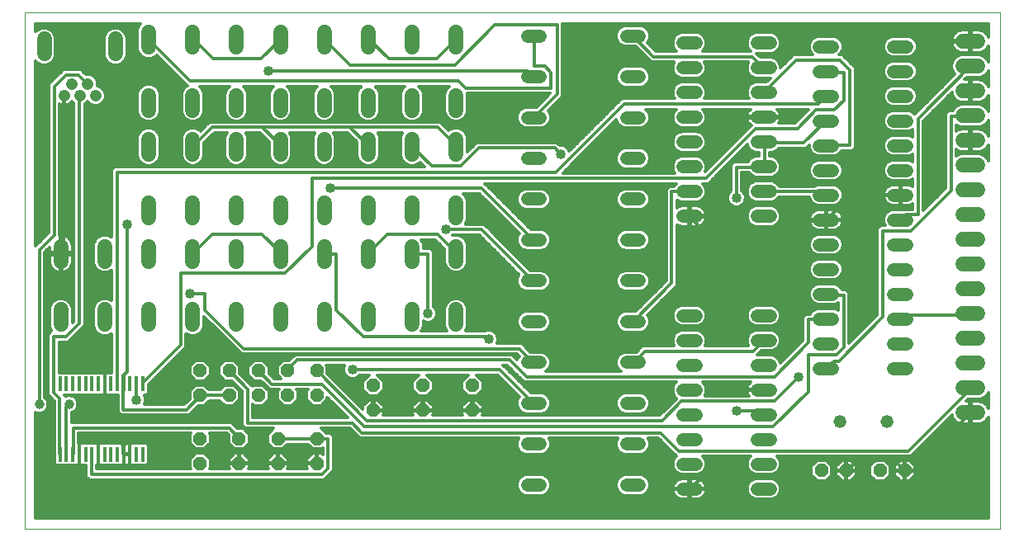
<source format=gtl>
G75*
%MOIN*%
%OFA0B0*%
%FSLAX25Y25*%
%IPPOS*%
%LPD*%
%AMOC8*
5,1,8,0,0,1.08239X$1,22.5*
%
%ADD10C,0.00000*%
%ADD11OC8,0.05200*%
%ADD12C,0.05200*%
%ADD13R,0.01575X0.05906*%
%ADD14C,0.06000*%
%ADD15C,0.05200*%
%ADD16C,0.05937*%
%ADD17C,0.04756*%
%ADD18C,0.01200*%
%ADD19C,0.04000*%
%ADD20C,0.03962*%
D10*
X0005537Y0005537D02*
X0005537Y0214198D01*
X0399238Y0214198D01*
X0399238Y0005537D01*
X0005537Y0005537D01*
D11*
X0076403Y0032033D03*
X0076403Y0042033D03*
X0092151Y0042033D03*
X0092151Y0032033D03*
X0107899Y0032033D03*
X0107899Y0042033D03*
X0123647Y0042033D03*
X0123647Y0032033D03*
X0146364Y0053608D03*
X0146364Y0063608D03*
X0166364Y0063608D03*
X0166364Y0053608D03*
X0186364Y0053608D03*
X0186364Y0063608D03*
X0123647Y0059592D03*
X0111836Y0059592D03*
X0100025Y0059592D03*
X0088214Y0059592D03*
X0076403Y0059592D03*
X0076403Y0069592D03*
X0088214Y0069592D03*
X0100025Y0069592D03*
X0111836Y0069592D03*
X0123647Y0069592D03*
X0327309Y0029159D03*
X0337309Y0029159D03*
X0350931Y0029159D03*
X0360931Y0029159D03*
D12*
X0306602Y0031718D02*
X0301402Y0031718D01*
X0301402Y0041718D02*
X0306602Y0041718D01*
X0306602Y0051718D02*
X0301402Y0051718D01*
X0301402Y0061718D02*
X0306602Y0061718D01*
X0306602Y0071718D02*
X0301402Y0071718D01*
X0301402Y0081718D02*
X0306602Y0081718D01*
X0306602Y0091718D02*
X0301402Y0091718D01*
X0276602Y0091718D02*
X0271402Y0091718D01*
X0271402Y0081718D02*
X0276602Y0081718D01*
X0276602Y0071718D02*
X0271402Y0071718D01*
X0271402Y0061718D02*
X0276602Y0061718D01*
X0276602Y0051718D02*
X0271402Y0051718D01*
X0271402Y0041718D02*
X0276602Y0041718D01*
X0276602Y0031718D02*
X0271402Y0031718D01*
X0271402Y0021718D02*
X0276602Y0021718D01*
X0253770Y0023351D02*
X0248570Y0023351D01*
X0248570Y0039847D02*
X0253770Y0039847D01*
X0253770Y0056343D02*
X0248570Y0056343D01*
X0248570Y0072839D02*
X0253770Y0072839D01*
X0253770Y0089335D02*
X0248570Y0089335D01*
X0248570Y0105831D02*
X0253770Y0105831D01*
X0253770Y0122328D02*
X0248570Y0122328D01*
X0271402Y0131954D02*
X0276602Y0131954D01*
X0276602Y0141954D02*
X0271402Y0141954D01*
X0271402Y0151954D02*
X0276602Y0151954D01*
X0276602Y0161954D02*
X0271402Y0161954D01*
X0271402Y0171954D02*
X0276602Y0171954D01*
X0276602Y0181954D02*
X0271402Y0181954D01*
X0271402Y0191954D02*
X0276602Y0191954D01*
X0276602Y0201954D02*
X0271402Y0201954D01*
X0253770Y0204808D02*
X0248570Y0204808D01*
X0248570Y0188312D02*
X0253770Y0188312D01*
X0253770Y0171816D02*
X0248570Y0171816D01*
X0248570Y0155320D02*
X0253770Y0155320D01*
X0253770Y0138824D02*
X0248570Y0138824D01*
X0213770Y0138824D02*
X0208570Y0138824D01*
X0208570Y0122328D02*
X0213770Y0122328D01*
X0213770Y0105831D02*
X0208570Y0105831D01*
X0208570Y0089335D02*
X0213770Y0089335D01*
X0213770Y0072839D02*
X0208570Y0072839D01*
X0208570Y0056343D02*
X0213770Y0056343D01*
X0213770Y0039847D02*
X0208570Y0039847D01*
X0208570Y0023351D02*
X0213770Y0023351D01*
X0301402Y0021718D02*
X0306602Y0021718D01*
X0326520Y0070458D02*
X0331720Y0070458D01*
X0331720Y0080458D02*
X0326520Y0080458D01*
X0326520Y0090458D02*
X0331720Y0090458D01*
X0331720Y0100458D02*
X0326520Y0100458D01*
X0326520Y0110458D02*
X0331720Y0110458D01*
X0331720Y0120458D02*
X0326520Y0120458D01*
X0326520Y0130458D02*
X0331720Y0130458D01*
X0331720Y0140458D02*
X0326520Y0140458D01*
X0326520Y0150458D02*
X0331720Y0150458D01*
X0331720Y0160458D02*
X0326520Y0160458D01*
X0326520Y0170458D02*
X0331720Y0170458D01*
X0331720Y0180458D02*
X0326520Y0180458D01*
X0326520Y0190458D02*
X0331720Y0190458D01*
X0331720Y0200458D02*
X0326520Y0200458D01*
X0306602Y0201954D02*
X0301402Y0201954D01*
X0301402Y0191954D02*
X0306602Y0191954D01*
X0306602Y0181954D02*
X0301402Y0181954D01*
X0301402Y0171954D02*
X0306602Y0171954D01*
X0306602Y0161954D02*
X0301402Y0161954D01*
X0301402Y0151954D02*
X0306602Y0151954D01*
X0306602Y0141954D02*
X0301402Y0141954D01*
X0301402Y0131954D02*
X0306602Y0131954D01*
X0356520Y0130458D02*
X0361720Y0130458D01*
X0361720Y0120458D02*
X0356520Y0120458D01*
X0356520Y0110458D02*
X0361720Y0110458D01*
X0361720Y0100458D02*
X0356520Y0100458D01*
X0356520Y0090458D02*
X0361720Y0090458D01*
X0361720Y0080458D02*
X0356520Y0080458D01*
X0356520Y0070458D02*
X0361720Y0070458D01*
X0361720Y0140458D02*
X0356520Y0140458D01*
X0356520Y0150458D02*
X0361720Y0150458D01*
X0361720Y0160458D02*
X0356520Y0160458D01*
X0356520Y0170458D02*
X0361720Y0170458D01*
X0361720Y0180458D02*
X0356520Y0180458D01*
X0356520Y0190458D02*
X0361720Y0190458D01*
X0361720Y0200458D02*
X0356520Y0200458D01*
X0213770Y0204808D02*
X0208570Y0204808D01*
X0208570Y0188312D02*
X0213770Y0188312D01*
X0213770Y0171816D02*
X0208570Y0171816D01*
X0208570Y0155320D02*
X0213770Y0155320D01*
D13*
X0053234Y0064257D03*
X0050675Y0064257D03*
X0048116Y0064257D03*
X0045557Y0064257D03*
X0042998Y0064257D03*
X0040439Y0064257D03*
X0037880Y0064257D03*
X0035320Y0064257D03*
X0032761Y0064257D03*
X0030202Y0064257D03*
X0027643Y0064257D03*
X0025084Y0064257D03*
X0022525Y0064257D03*
X0019966Y0064257D03*
X0019966Y0035714D03*
X0022525Y0035714D03*
X0025084Y0035714D03*
X0027643Y0035714D03*
X0030202Y0035714D03*
X0032761Y0035714D03*
X0035320Y0035714D03*
X0037880Y0035714D03*
X0040439Y0035714D03*
X0042998Y0035714D03*
X0045557Y0035714D03*
X0048116Y0035714D03*
X0050675Y0035714D03*
X0053234Y0035714D03*
D14*
X0055692Y0088162D02*
X0055692Y0094162D01*
X0038059Y0094162D02*
X0038059Y0088162D01*
X0020259Y0088162D02*
X0020259Y0094162D01*
X0020259Y0113762D02*
X0020259Y0119762D01*
X0038059Y0119762D02*
X0038059Y0113762D01*
X0055692Y0113762D02*
X0055692Y0119762D01*
X0055692Y0131469D02*
X0055692Y0137469D01*
X0073492Y0137469D02*
X0073492Y0131469D01*
X0091125Y0131469D02*
X0091125Y0137469D01*
X0108925Y0137469D02*
X0108925Y0131469D01*
X0108925Y0119762D02*
X0108925Y0113762D01*
X0091125Y0113762D02*
X0091125Y0119762D01*
X0073492Y0119762D02*
X0073492Y0113762D01*
X0073492Y0094162D02*
X0073492Y0088162D01*
X0091125Y0088162D02*
X0091125Y0094162D01*
X0108925Y0094162D02*
X0108925Y0088162D01*
X0126558Y0088162D02*
X0126558Y0094162D01*
X0144358Y0094162D02*
X0144358Y0088162D01*
X0161991Y0088162D02*
X0161991Y0094162D01*
X0179791Y0094162D02*
X0179791Y0088162D01*
X0179791Y0113762D02*
X0179791Y0119762D01*
X0161991Y0119762D02*
X0161991Y0113762D01*
X0144358Y0113762D02*
X0144358Y0119762D01*
X0126558Y0119762D02*
X0126558Y0113762D01*
X0126558Y0131469D02*
X0126558Y0137469D01*
X0144358Y0137469D02*
X0144358Y0131469D01*
X0161991Y0131469D02*
X0161991Y0137469D01*
X0179791Y0137469D02*
X0179791Y0131469D01*
X0179791Y0157069D02*
X0179791Y0163069D01*
X0161991Y0163069D02*
X0161991Y0157069D01*
X0144358Y0157069D02*
X0144358Y0163069D01*
X0126558Y0163069D02*
X0126558Y0157069D01*
X0108925Y0157069D02*
X0108925Y0163069D01*
X0091125Y0163069D02*
X0091125Y0157069D01*
X0073492Y0157069D02*
X0073492Y0163069D01*
X0073492Y0174776D02*
X0073492Y0180776D01*
X0091125Y0180776D02*
X0091125Y0174776D01*
X0108925Y0174776D02*
X0108925Y0180776D01*
X0126558Y0180776D02*
X0126558Y0174776D01*
X0144358Y0174776D02*
X0144358Y0180776D01*
X0161991Y0180776D02*
X0161991Y0174776D01*
X0179791Y0174776D02*
X0179791Y0180776D01*
X0179791Y0200376D02*
X0179791Y0206376D01*
X0161991Y0206376D02*
X0161991Y0200376D01*
X0144358Y0200376D02*
X0144358Y0206376D01*
X0126558Y0206376D02*
X0126558Y0200376D01*
X0108925Y0200376D02*
X0108925Y0206376D01*
X0091125Y0206376D02*
X0091125Y0200376D01*
X0073492Y0200376D02*
X0073492Y0206376D01*
X0055692Y0206376D02*
X0055692Y0200376D01*
X0055692Y0180776D02*
X0055692Y0174776D01*
X0055692Y0163069D02*
X0055692Y0157069D01*
X0384427Y0152584D02*
X0390427Y0152584D01*
X0390427Y0142584D02*
X0384427Y0142584D01*
X0384427Y0132584D02*
X0390427Y0132584D01*
X0390427Y0122584D02*
X0384427Y0122584D01*
X0384427Y0112584D02*
X0390427Y0112584D01*
X0390427Y0102584D02*
X0384427Y0102584D01*
X0384427Y0092584D02*
X0390427Y0092584D01*
X0390427Y0082584D02*
X0384427Y0082584D01*
X0384427Y0072584D02*
X0390427Y0072584D01*
X0390427Y0062584D02*
X0384427Y0062584D01*
X0384427Y0052584D02*
X0390427Y0052584D01*
X0390427Y0162584D02*
X0384427Y0162584D01*
X0384427Y0172584D02*
X0390427Y0172584D01*
X0390427Y0182584D02*
X0384427Y0182584D01*
X0384427Y0192584D02*
X0390427Y0192584D01*
X0390427Y0202584D02*
X0384427Y0202584D01*
D15*
X0353620Y0048844D03*
X0334620Y0048844D03*
D16*
X0042307Y0197590D02*
X0042307Y0203527D01*
X0013567Y0203527D02*
X0013567Y0197590D01*
D17*
X0024787Y0185401D03*
X0031087Y0185401D03*
X0034236Y0180676D03*
X0027937Y0180676D03*
X0021638Y0180676D03*
D18*
X0021285Y0180242D01*
X0021285Y0117250D01*
X0020301Y0117250D01*
X0020259Y0116762D01*
X0020301Y0116265D01*
X0020301Y0099041D01*
X0018332Y0099041D01*
X0014887Y0095596D01*
X0014887Y0031128D01*
X0026698Y0031128D01*
X0027683Y0032112D01*
X0027683Y0035557D01*
X0027643Y0035714D01*
X0027643Y0035714D01*
X0027643Y0031161D01*
X0026645Y0031161D01*
X0026558Y0031185D01*
X0026534Y0031161D01*
X0018516Y0031161D01*
X0017579Y0032099D01*
X0017579Y0035621D01*
X0017430Y0035937D01*
X0017579Y0036350D01*
X0017579Y0039330D01*
X0017609Y0039360D01*
X0017609Y0057424D01*
X0017551Y0057471D01*
X0017421Y0057471D01*
X0016857Y0058035D01*
X0016238Y0058538D01*
X0016224Y0058668D01*
X0015148Y0059744D01*
X0015148Y0084204D01*
X0016430Y0085486D01*
X0016359Y0085557D01*
X0015659Y0087247D01*
X0015659Y0095077D01*
X0016359Y0096768D01*
X0017653Y0098062D01*
X0019344Y0098762D01*
X0021174Y0098762D01*
X0022865Y0098062D01*
X0024159Y0096768D01*
X0024859Y0095077D01*
X0024859Y0088994D01*
X0025483Y0089618D01*
X0025483Y0177505D01*
X0024776Y0178212D01*
X0024728Y0178141D01*
X0024174Y0177587D01*
X0023522Y0177151D01*
X0022798Y0176851D01*
X0022030Y0176698D01*
X0021727Y0176698D01*
X0021727Y0180587D01*
X0021549Y0180587D01*
X0021549Y0176698D01*
X0021246Y0176698D01*
X0020477Y0176851D01*
X0019754Y0177151D01*
X0019737Y0177162D01*
X0019737Y0124337D01*
X0019859Y0124356D01*
X0019859Y0117162D01*
X0019859Y0116362D01*
X0020659Y0116362D01*
X0020659Y0109168D01*
X0021336Y0109275D01*
X0022025Y0109499D01*
X0022670Y0109828D01*
X0023256Y0110254D01*
X0023768Y0110766D01*
X0024193Y0111351D01*
X0024522Y0111996D01*
X0024746Y0112685D01*
X0024859Y0113400D01*
X0024859Y0116362D01*
X0020659Y0116362D01*
X0020659Y0117162D01*
X0024859Y0117162D01*
X0024859Y0120124D01*
X0024746Y0120839D01*
X0024522Y0121528D01*
X0024193Y0122173D01*
X0023768Y0122759D01*
X0023256Y0123271D01*
X0022670Y0123696D01*
X0022025Y0124025D01*
X0021336Y0124249D01*
X0020659Y0124356D01*
X0020659Y0117162D01*
X0019859Y0117162D01*
X0015659Y0117162D01*
X0015659Y0119348D01*
X0013737Y0117426D01*
X0013737Y0058801D01*
X0014573Y0057966D01*
X0015118Y0056649D01*
X0015118Y0055225D01*
X0014573Y0053908D01*
X0013566Y0052901D01*
X0012249Y0052356D01*
X0010825Y0052356D01*
X0010137Y0052641D01*
X0010137Y0010137D01*
X0394638Y0010137D01*
X0394638Y0050717D01*
X0394361Y0050173D01*
X0393935Y0049588D01*
X0393423Y0049076D01*
X0392838Y0048650D01*
X0392193Y0048321D01*
X0391504Y0048098D01*
X0390789Y0047984D01*
X0387827Y0047984D01*
X0387827Y0052184D01*
X0387027Y0052184D01*
X0387027Y0047984D01*
X0384065Y0047984D01*
X0383350Y0048098D01*
X0382661Y0048321D01*
X0382016Y0048650D01*
X0381430Y0049076D01*
X0380918Y0049588D01*
X0380492Y0050173D01*
X0380164Y0050818D01*
X0379940Y0051507D01*
X0379936Y0051530D01*
X0363240Y0034833D01*
X0309426Y0034833D01*
X0310162Y0034097D01*
X0310802Y0032554D01*
X0310802Y0030883D01*
X0310162Y0029339D01*
X0308981Y0028158D01*
X0307437Y0027518D01*
X0300566Y0027518D01*
X0299022Y0028158D01*
X0297841Y0029339D01*
X0297202Y0030883D01*
X0297202Y0032554D01*
X0297841Y0034097D01*
X0298577Y0034833D01*
X0279426Y0034833D01*
X0280162Y0034097D01*
X0280802Y0032554D01*
X0280802Y0030883D01*
X0280162Y0029339D01*
X0278981Y0028158D01*
X0277437Y0027518D01*
X0270566Y0027518D01*
X0269022Y0028158D01*
X0267841Y0029339D01*
X0267202Y0030883D01*
X0267202Y0032554D01*
X0267841Y0034097D01*
X0268737Y0034993D01*
X0267609Y0036122D01*
X0267609Y0036122D01*
X0261515Y0042215D01*
X0257335Y0042215D01*
X0257970Y0040683D01*
X0257970Y0039012D01*
X0257331Y0037468D01*
X0256149Y0036287D01*
X0254606Y0035647D01*
X0247735Y0035647D01*
X0246191Y0036287D01*
X0245009Y0037468D01*
X0244370Y0039012D01*
X0244370Y0040683D01*
X0245005Y0042215D01*
X0217335Y0042215D01*
X0217970Y0040683D01*
X0217970Y0039012D01*
X0217331Y0037468D01*
X0216149Y0036287D01*
X0214606Y0035647D01*
X0207735Y0035647D01*
X0206191Y0036287D01*
X0205009Y0037468D01*
X0204370Y0039012D01*
X0204370Y0040683D01*
X0205005Y0042215D01*
X0140945Y0042215D01*
X0137008Y0046152D01*
X0125468Y0046152D01*
X0127466Y0044154D01*
X0128988Y0044154D01*
X0130276Y0042866D01*
X0130276Y0029232D01*
X0128988Y0027943D01*
X0126527Y0025483D01*
X0031693Y0025483D01*
X0030404Y0026771D01*
X0030404Y0031161D01*
X0028752Y0031161D01*
X0028729Y0031185D01*
X0028641Y0031161D01*
X0027643Y0031161D01*
X0027643Y0035714D01*
X0027683Y0036049D01*
X0027683Y0040478D01*
X0044415Y0040478D01*
X0045399Y0039494D01*
X0045891Y0039494D01*
X0046876Y0040478D01*
X0071974Y0040478D01*
X0074927Y0037525D01*
X0096580Y0037525D01*
X0096580Y0043923D01*
X0091659Y0048844D01*
X0038017Y0048844D01*
X0038017Y0064100D01*
X0037880Y0064257D01*
X0037880Y0059705D01*
X0038878Y0059705D01*
X0038965Y0059728D01*
X0038988Y0059705D01*
X0043199Y0059705D01*
X0043199Y0052854D01*
X0044488Y0051565D01*
X0071901Y0051565D01*
X0075728Y0055392D01*
X0078143Y0055392D01*
X0080222Y0057471D01*
X0084396Y0057471D01*
X0086474Y0055392D01*
X0089954Y0055392D01*
X0092414Y0057852D01*
X0092414Y0061332D01*
X0089954Y0063792D01*
X0086474Y0063792D01*
X0084553Y0061871D01*
X0080064Y0061871D01*
X0078143Y0063792D01*
X0074663Y0063792D01*
X0072203Y0061332D01*
X0072203Y0058090D01*
X0070078Y0055965D01*
X0053990Y0055965D01*
X0054413Y0056986D01*
X0054413Y0058418D01*
X0053880Y0059705D01*
X0054684Y0059705D01*
X0055621Y0060642D01*
X0055621Y0063829D01*
X0069440Y0077648D01*
X0070729Y0078937D01*
X0070729Y0084420D01*
X0070886Y0084263D01*
X0072577Y0083562D01*
X0074407Y0083562D01*
X0076098Y0084263D01*
X0077392Y0085557D01*
X0078092Y0087247D01*
X0078092Y0091288D01*
X0093208Y0076172D01*
X0204429Y0076172D01*
X0205196Y0075405D01*
X0205009Y0075218D01*
X0204491Y0073966D01*
X0202314Y0076143D01*
X0114862Y0076143D01*
X0113573Y0074854D01*
X0112512Y0073792D01*
X0110097Y0073792D01*
X0107636Y0071332D01*
X0107636Y0067852D01*
X0109189Y0066300D01*
X0106350Y0066300D01*
X0104225Y0068425D01*
X0104225Y0071332D01*
X0101765Y0073792D01*
X0098285Y0073792D01*
X0095825Y0071332D01*
X0095825Y0067852D01*
X0098285Y0065392D01*
X0101035Y0065392D01*
X0103239Y0063189D01*
X0104527Y0061900D01*
X0108204Y0061900D01*
X0107636Y0061332D01*
X0107636Y0057852D01*
X0110097Y0055392D01*
X0113576Y0055392D01*
X0116036Y0057852D01*
X0116036Y0061332D01*
X0115468Y0061900D01*
X0120015Y0061900D01*
X0119447Y0061332D01*
X0119447Y0057852D01*
X0121908Y0055392D01*
X0125387Y0055392D01*
X0127847Y0057852D01*
X0127847Y0058757D01*
X0136053Y0050552D01*
X0097796Y0050552D01*
X0097796Y0055882D01*
X0098285Y0055392D01*
X0101765Y0055392D01*
X0104225Y0057852D01*
X0104225Y0061332D01*
X0101765Y0063792D01*
X0098285Y0063792D01*
X0097666Y0063173D01*
X0096507Y0064331D01*
X0092414Y0068425D01*
X0092414Y0071332D01*
X0089954Y0073792D01*
X0086474Y0073792D01*
X0084014Y0071332D01*
X0084014Y0067852D01*
X0086474Y0065392D01*
X0089224Y0065392D01*
X0093396Y0061220D01*
X0093396Y0047441D01*
X0094685Y0046152D01*
X0106078Y0046152D01*
X0103699Y0043773D01*
X0103699Y0040293D01*
X0106160Y0037833D01*
X0109639Y0037833D01*
X0111560Y0039754D01*
X0119986Y0039754D01*
X0121908Y0037833D01*
X0125387Y0037833D01*
X0125876Y0038323D01*
X0125876Y0035744D01*
X0125387Y0036233D01*
X0123847Y0036233D01*
X0123847Y0032233D01*
X0123447Y0032233D01*
X0123447Y0031833D01*
X0119447Y0031833D01*
X0119447Y0030293D01*
X0119858Y0029883D01*
X0111688Y0029883D01*
X0112099Y0030293D01*
X0112099Y0031833D01*
X0108099Y0031833D01*
X0108099Y0032233D01*
X0107699Y0032233D01*
X0107699Y0031833D01*
X0103699Y0031833D01*
X0103699Y0030293D01*
X0104110Y0029883D01*
X0095940Y0029883D01*
X0096351Y0030293D01*
X0096351Y0031833D01*
X0092351Y0031833D01*
X0092351Y0032233D01*
X0091951Y0032233D01*
X0091951Y0031833D01*
X0087951Y0031833D01*
X0087951Y0030293D01*
X0088362Y0029883D01*
X0080192Y0029883D01*
X0080603Y0030293D01*
X0080603Y0033773D01*
X0078143Y0036233D01*
X0074663Y0036233D01*
X0072203Y0033773D01*
X0072203Y0030293D01*
X0072614Y0029883D01*
X0034804Y0029883D01*
X0034804Y0031161D01*
X0035320Y0031161D01*
X0035320Y0035714D01*
X0035321Y0035714D01*
X0035321Y0031161D01*
X0036319Y0031161D01*
X0036406Y0031185D01*
X0036429Y0031161D01*
X0044448Y0031161D01*
X0044471Y0031185D01*
X0044559Y0031161D01*
X0045557Y0031161D01*
X0046555Y0031161D01*
X0046836Y0031237D01*
X0047118Y0031161D01*
X0048116Y0031161D01*
X0049114Y0031161D01*
X0049201Y0031185D01*
X0049225Y0031161D01*
X0054684Y0031161D01*
X0055621Y0032099D01*
X0055621Y0039330D01*
X0054684Y0040267D01*
X0049225Y0040267D01*
X0049201Y0040243D01*
X0049114Y0040267D01*
X0048116Y0040267D01*
X0048116Y0035714D01*
X0048116Y0031161D01*
X0048116Y0035714D01*
X0048116Y0035714D01*
X0047860Y0036049D01*
X0045891Y0036049D01*
X0045557Y0035714D01*
X0045557Y0035714D01*
X0045728Y0035714D01*
X0048116Y0035714D01*
X0048116Y0035714D01*
X0048116Y0035714D01*
X0048116Y0040267D01*
X0047118Y0040267D01*
X0046836Y0040191D01*
X0046555Y0040267D01*
X0045557Y0040267D01*
X0045557Y0035714D01*
X0045557Y0031161D01*
X0045557Y0035714D01*
X0045557Y0035714D01*
X0048116Y0035714D01*
X0048116Y0035500D02*
X0048116Y0035500D01*
X0048116Y0036698D02*
X0048116Y0036698D01*
X0048116Y0037897D02*
X0048116Y0037897D01*
X0048116Y0039095D02*
X0048116Y0039095D01*
X0045557Y0039095D02*
X0045557Y0039095D01*
X0045399Y0039494D02*
X0045399Y0036049D01*
X0045557Y0035714D01*
X0045557Y0035714D01*
X0045557Y0040267D01*
X0044559Y0040267D01*
X0044471Y0040243D01*
X0044448Y0040267D01*
X0036429Y0040267D01*
X0036406Y0040243D01*
X0036319Y0040267D01*
X0035321Y0040267D01*
X0035321Y0035714D01*
X0035320Y0035714D01*
X0035320Y0040267D01*
X0034322Y0040267D01*
X0034235Y0040243D01*
X0034212Y0040267D01*
X0028752Y0040267D01*
X0028729Y0040243D01*
X0028641Y0040267D01*
X0027643Y0040267D01*
X0027422Y0040267D01*
X0027422Y0044183D01*
X0072614Y0044183D01*
X0072203Y0043773D01*
X0072203Y0040293D01*
X0074663Y0037833D01*
X0078143Y0037833D01*
X0080603Y0040293D01*
X0080603Y0043773D01*
X0080192Y0044183D01*
X0087303Y0044183D01*
X0087951Y0043535D01*
X0087951Y0040293D01*
X0090411Y0037833D01*
X0093891Y0037833D01*
X0096351Y0040293D01*
X0096351Y0043773D01*
X0093891Y0046233D01*
X0091476Y0046233D01*
X0089125Y0048583D01*
X0024725Y0048583D01*
X0024725Y0052553D01*
X0025566Y0052901D01*
X0026573Y0053908D01*
X0027118Y0055225D01*
X0027118Y0056649D01*
X0026573Y0057966D01*
X0025566Y0058973D01*
X0024249Y0059518D01*
X0022825Y0059518D01*
X0022009Y0059180D01*
X0022009Y0059382D01*
X0021917Y0059474D01*
X0021903Y0059603D01*
X0021779Y0059705D01*
X0036771Y0059705D01*
X0036794Y0059728D01*
X0036881Y0059705D01*
X0037879Y0059705D01*
X0037879Y0064257D01*
X0037880Y0064257D01*
X0037880Y0064258D02*
X0037879Y0064258D01*
X0037879Y0068810D01*
X0036881Y0068810D01*
X0036794Y0068787D01*
X0036771Y0068810D01*
X0019548Y0068810D01*
X0019548Y0081093D01*
X0023181Y0081093D01*
X0028594Y0086506D01*
X0029883Y0087795D01*
X0029883Y0177177D01*
X0030190Y0177304D01*
X0031087Y0178200D01*
X0031983Y0177304D01*
X0033445Y0176698D01*
X0035027Y0176698D01*
X0036490Y0177304D01*
X0037609Y0178423D01*
X0038214Y0179885D01*
X0038214Y0181468D01*
X0037609Y0182930D01*
X0036490Y0184049D01*
X0035065Y0184639D01*
X0035065Y0186192D01*
X0034459Y0187654D01*
X0033340Y0188773D01*
X0031878Y0189379D01*
X0030295Y0189379D01*
X0030242Y0189357D01*
X0029550Y0190048D01*
X0028262Y0191337D01*
X0021426Y0191337D01*
X0016626Y0186537D01*
X0015337Y0185248D01*
X0015337Y0125248D01*
X0010626Y0120537D01*
X0010137Y0120048D01*
X0010137Y0194559D01*
X0010979Y0193717D01*
X0012658Y0193021D01*
X0014476Y0193021D01*
X0016155Y0193717D01*
X0017440Y0195002D01*
X0018135Y0196681D01*
X0018135Y0204436D01*
X0017440Y0206115D01*
X0016155Y0207400D01*
X0014476Y0208095D01*
X0012658Y0208095D01*
X0010979Y0207400D01*
X0010137Y0206558D01*
X0010137Y0209598D01*
X0052409Y0209598D01*
X0051792Y0208982D01*
X0051092Y0207291D01*
X0051092Y0199461D01*
X0051792Y0197771D01*
X0053086Y0196477D01*
X0054777Y0195776D01*
X0056607Y0195776D01*
X0058298Y0196477D01*
X0058908Y0197087D01*
X0071192Y0184803D01*
X0070886Y0184676D01*
X0069592Y0183382D01*
X0068892Y0181691D01*
X0068892Y0173861D01*
X0069592Y0172171D01*
X0070886Y0170877D01*
X0072577Y0170176D01*
X0074407Y0170176D01*
X0076098Y0170877D01*
X0077392Y0172171D01*
X0078092Y0173861D01*
X0078092Y0181691D01*
X0077392Y0183382D01*
X0076334Y0184439D01*
X0088283Y0184439D01*
X0087226Y0183382D01*
X0086525Y0181691D01*
X0086525Y0173861D01*
X0087226Y0172171D01*
X0088520Y0170877D01*
X0090210Y0170176D01*
X0092040Y0170176D01*
X0093731Y0170877D01*
X0095025Y0172171D01*
X0095725Y0173861D01*
X0095725Y0181691D01*
X0095025Y0183382D01*
X0093968Y0184439D01*
X0106083Y0184439D01*
X0105026Y0183382D01*
X0104325Y0181691D01*
X0104325Y0173861D01*
X0105026Y0172171D01*
X0106320Y0170877D01*
X0108010Y0170176D01*
X0109840Y0170176D01*
X0111531Y0170877D01*
X0112825Y0172171D01*
X0113525Y0173861D01*
X0113525Y0181691D01*
X0112825Y0183382D01*
X0111768Y0184439D01*
X0123716Y0184439D01*
X0122659Y0183382D01*
X0121958Y0181691D01*
X0121958Y0173861D01*
X0122659Y0172171D01*
X0123953Y0170877D01*
X0125643Y0170176D01*
X0127473Y0170176D01*
X0129164Y0170877D01*
X0130458Y0172171D01*
X0131158Y0173861D01*
X0131158Y0181691D01*
X0130458Y0183382D01*
X0129401Y0184439D01*
X0141516Y0184439D01*
X0140459Y0183382D01*
X0139758Y0181691D01*
X0139758Y0173861D01*
X0140459Y0172171D01*
X0141753Y0170877D01*
X0143443Y0170176D01*
X0145273Y0170176D01*
X0146964Y0170877D01*
X0148258Y0172171D01*
X0148958Y0173861D01*
X0148958Y0181691D01*
X0148258Y0183382D01*
X0147201Y0184439D01*
X0159149Y0184439D01*
X0158092Y0183382D01*
X0157391Y0181691D01*
X0157391Y0173861D01*
X0158092Y0172171D01*
X0159386Y0170877D01*
X0161076Y0170176D01*
X0162906Y0170176D01*
X0164597Y0170877D01*
X0165891Y0172171D01*
X0166591Y0173861D01*
X0166591Y0181691D01*
X0165891Y0183382D01*
X0164834Y0184439D01*
X0176949Y0184439D01*
X0175892Y0183382D01*
X0175191Y0181691D01*
X0175191Y0173861D01*
X0175892Y0172171D01*
X0177186Y0170877D01*
X0178876Y0170176D01*
X0180706Y0170176D01*
X0182397Y0170877D01*
X0183691Y0172171D01*
X0184391Y0173861D01*
X0184391Y0181487D01*
X0217745Y0181487D01*
X0212275Y0176016D01*
X0207735Y0176016D01*
X0206191Y0175376D01*
X0205009Y0174195D01*
X0204370Y0172651D01*
X0204370Y0170980D01*
X0205009Y0169437D01*
X0206191Y0168255D01*
X0207735Y0167616D01*
X0214606Y0167616D01*
X0216149Y0168255D01*
X0217331Y0169437D01*
X0217970Y0170980D01*
X0217970Y0172651D01*
X0217331Y0174195D01*
X0217003Y0174522D01*
X0221507Y0179026D01*
X0222796Y0180315D01*
X0222796Y0209598D01*
X0394638Y0209598D01*
X0394638Y0204452D01*
X0394361Y0204995D01*
X0393935Y0205581D01*
X0393423Y0206093D01*
X0392838Y0206519D01*
X0392193Y0206847D01*
X0391504Y0207071D01*
X0390789Y0207184D01*
X0387827Y0207184D01*
X0387827Y0202984D01*
X0387027Y0202984D01*
X0387027Y0202184D01*
X0387827Y0202184D01*
X0387827Y0197984D01*
X0390789Y0197984D01*
X0391504Y0198098D01*
X0392193Y0198321D01*
X0392838Y0198650D01*
X0393423Y0199076D01*
X0393935Y0199588D01*
X0394361Y0200173D01*
X0394638Y0200717D01*
X0394638Y0194438D01*
X0394326Y0195190D01*
X0393032Y0196484D01*
X0391342Y0197184D01*
X0383512Y0197184D01*
X0381821Y0196484D01*
X0380527Y0195190D01*
X0379827Y0193499D01*
X0379827Y0191669D01*
X0380527Y0189979D01*
X0381138Y0189368D01*
X0365354Y0173583D01*
X0364944Y0173173D01*
X0364099Y0174019D01*
X0362555Y0174658D01*
X0355684Y0174658D01*
X0354141Y0174019D01*
X0352959Y0172837D01*
X0352320Y0171294D01*
X0352320Y0169623D01*
X0352959Y0168079D01*
X0354141Y0166898D01*
X0355684Y0166258D01*
X0362555Y0166258D01*
X0364065Y0166884D01*
X0364065Y0164033D01*
X0362555Y0164658D01*
X0355684Y0164658D01*
X0354141Y0164019D01*
X0352959Y0162837D01*
X0352320Y0161294D01*
X0352320Y0159623D01*
X0352959Y0158079D01*
X0354141Y0156898D01*
X0355684Y0156258D01*
X0362555Y0156258D01*
X0364065Y0156884D01*
X0364065Y0154033D01*
X0362555Y0154658D01*
X0355684Y0154658D01*
X0354141Y0154019D01*
X0352959Y0152837D01*
X0352320Y0151294D01*
X0352320Y0149623D01*
X0352959Y0148079D01*
X0354141Y0146898D01*
X0355684Y0146258D01*
X0362555Y0146258D01*
X0364065Y0146884D01*
X0364065Y0143945D01*
X0363921Y0144050D01*
X0363332Y0144351D01*
X0362703Y0144555D01*
X0362050Y0144658D01*
X0359320Y0144658D01*
X0359320Y0140658D01*
X0358920Y0140658D01*
X0358920Y0140258D01*
X0359320Y0140258D01*
X0359320Y0136258D01*
X0362050Y0136258D01*
X0362703Y0136362D01*
X0363332Y0136566D01*
X0363921Y0136866D01*
X0364065Y0136971D01*
X0364065Y0134705D01*
X0360433Y0134705D01*
X0360386Y0134658D01*
X0355684Y0134658D01*
X0354141Y0134019D01*
X0352959Y0132837D01*
X0352320Y0131294D01*
X0352320Y0129623D01*
X0352864Y0128308D01*
X0351082Y0128308D01*
X0349794Y0127019D01*
X0349794Y0092078D01*
X0338446Y0080730D01*
X0338446Y0100936D01*
X0337157Y0102225D01*
X0335534Y0102225D01*
X0335280Y0102837D01*
X0334099Y0104019D01*
X0332555Y0104658D01*
X0325684Y0104658D01*
X0324141Y0104019D01*
X0322959Y0102837D01*
X0322320Y0101294D01*
X0322320Y0099623D01*
X0322959Y0098079D01*
X0324141Y0096898D01*
X0325684Y0096258D01*
X0332555Y0096258D01*
X0334046Y0096876D01*
X0334046Y0094041D01*
X0332555Y0094658D01*
X0325684Y0094658D01*
X0324141Y0094019D01*
X0322959Y0092837D01*
X0322771Y0092383D01*
X0321063Y0092383D01*
X0319774Y0091094D01*
X0319774Y0081744D01*
X0310738Y0072707D01*
X0310162Y0074097D01*
X0308981Y0075279D01*
X0307437Y0075918D01*
X0301470Y0075918D01*
X0303070Y0077518D01*
X0307437Y0077518D01*
X0308981Y0078158D01*
X0310162Y0079339D01*
X0310802Y0080883D01*
X0310802Y0082554D01*
X0310162Y0084097D01*
X0308981Y0085279D01*
X0307437Y0085918D01*
X0300566Y0085918D01*
X0299022Y0085279D01*
X0297841Y0084097D01*
X0297202Y0082554D01*
X0297202Y0080883D01*
X0297738Y0079587D01*
X0280265Y0079587D01*
X0280802Y0080883D01*
X0280802Y0082554D01*
X0280162Y0084097D01*
X0278981Y0085279D01*
X0277437Y0085918D01*
X0270566Y0085918D01*
X0269022Y0085279D01*
X0267841Y0084097D01*
X0267202Y0082554D01*
X0267202Y0080883D01*
X0267738Y0079587D01*
X0255118Y0079587D01*
X0253829Y0078299D01*
X0252570Y0077039D01*
X0247735Y0077039D01*
X0246191Y0076400D01*
X0245009Y0075218D01*
X0244370Y0073675D01*
X0244370Y0072004D01*
X0245009Y0070460D01*
X0246191Y0069279D01*
X0246254Y0069253D01*
X0216086Y0069253D01*
X0216149Y0069279D01*
X0217331Y0070460D01*
X0217970Y0072004D01*
X0217970Y0073675D01*
X0217331Y0075218D01*
X0216149Y0076400D01*
X0214606Y0077039D01*
X0209784Y0077039D01*
X0207540Y0079283D01*
X0206251Y0080572D01*
X0196214Y0080572D01*
X0196637Y0081593D01*
X0196637Y0083025D01*
X0196089Y0084348D01*
X0195076Y0085361D01*
X0193753Y0085909D01*
X0192321Y0085909D01*
X0191317Y0085493D01*
X0183627Y0085493D01*
X0183691Y0085557D01*
X0184391Y0087247D01*
X0184391Y0095077D01*
X0183691Y0096768D01*
X0182397Y0098062D01*
X0180706Y0098762D01*
X0178876Y0098762D01*
X0177186Y0098062D01*
X0175892Y0096768D01*
X0175191Y0095077D01*
X0175191Y0087247D01*
X0175892Y0085557D01*
X0175955Y0085493D01*
X0165827Y0085493D01*
X0165891Y0085557D01*
X0166591Y0087247D01*
X0166591Y0089509D01*
X0167715Y0089043D01*
X0169147Y0089043D01*
X0170470Y0089591D01*
X0171483Y0090604D01*
X0172031Y0091927D01*
X0172031Y0093359D01*
X0171483Y0094683D01*
X0170631Y0095534D01*
X0170631Y0117669D01*
X0169342Y0118957D01*
X0166591Y0118957D01*
X0166591Y0120677D01*
X0165891Y0122368D01*
X0165827Y0122431D01*
X0171456Y0122431D01*
X0175191Y0118697D01*
X0175191Y0112847D01*
X0175892Y0111157D01*
X0177186Y0109863D01*
X0178876Y0109162D01*
X0180706Y0109162D01*
X0182397Y0109863D01*
X0183691Y0111157D01*
X0184391Y0112847D01*
X0184391Y0120677D01*
X0183691Y0122368D01*
X0182397Y0123662D01*
X0180706Y0124362D01*
X0178876Y0124362D01*
X0178517Y0124213D01*
X0178704Y0124400D01*
X0189173Y0124400D01*
X0205186Y0108387D01*
X0205009Y0108211D01*
X0204370Y0106667D01*
X0204370Y0104996D01*
X0205009Y0103452D01*
X0206191Y0102271D01*
X0207735Y0101631D01*
X0214606Y0101631D01*
X0216149Y0102271D01*
X0217331Y0103452D01*
X0217970Y0104996D01*
X0217970Y0106667D01*
X0217331Y0108211D01*
X0216149Y0109392D01*
X0214606Y0110031D01*
X0209764Y0110031D01*
X0192284Y0127511D01*
X0190996Y0128800D01*
X0183627Y0128800D01*
X0183691Y0128864D01*
X0184391Y0130554D01*
X0184391Y0138384D01*
X0183691Y0140075D01*
X0182634Y0141132D01*
X0189173Y0141132D01*
X0205304Y0125001D01*
X0205009Y0124707D01*
X0204370Y0123163D01*
X0204370Y0121492D01*
X0205009Y0119948D01*
X0206191Y0118767D01*
X0207735Y0118128D01*
X0214606Y0118128D01*
X0216149Y0118767D01*
X0217331Y0119948D01*
X0217970Y0121492D01*
X0217970Y0123163D01*
X0217331Y0124707D01*
X0216149Y0125888D01*
X0214606Y0126528D01*
X0210000Y0126528D01*
X0192284Y0144244D01*
X0191458Y0145069D01*
X0268577Y0145069D01*
X0267841Y0144333D01*
X0267726Y0144056D01*
X0265945Y0144056D01*
X0264656Y0142767D01*
X0264656Y0105858D01*
X0252334Y0093535D01*
X0247735Y0093535D01*
X0246191Y0092896D01*
X0245009Y0091715D01*
X0244370Y0090171D01*
X0244370Y0088500D01*
X0245009Y0086956D01*
X0246191Y0085775D01*
X0247735Y0085135D01*
X0254606Y0085135D01*
X0256149Y0085775D01*
X0257331Y0086956D01*
X0257970Y0088500D01*
X0257970Y0090171D01*
X0257331Y0091715D01*
X0257033Y0092012D01*
X0267767Y0102746D01*
X0269056Y0104035D01*
X0269056Y0128467D01*
X0269200Y0128362D01*
X0269789Y0128062D01*
X0270418Y0127858D01*
X0271071Y0127754D01*
X0273802Y0127754D01*
X0273802Y0131754D01*
X0274202Y0131754D01*
X0274202Y0132154D01*
X0280802Y0132154D01*
X0280802Y0132285D01*
X0280698Y0132938D01*
X0280494Y0133567D01*
X0280194Y0134156D01*
X0279805Y0134690D01*
X0279338Y0135158D01*
X0278803Y0135546D01*
X0278214Y0135847D01*
X0277585Y0136051D01*
X0276932Y0136154D01*
X0274202Y0136154D01*
X0274202Y0132154D01*
X0273802Y0132154D01*
X0273802Y0136154D01*
X0271071Y0136154D01*
X0270418Y0136051D01*
X0269789Y0135847D01*
X0269200Y0135546D01*
X0269056Y0135442D01*
X0269056Y0138380D01*
X0270566Y0137754D01*
X0277437Y0137754D01*
X0278981Y0138394D01*
X0280162Y0139575D01*
X0280802Y0141119D01*
X0280802Y0142790D01*
X0280162Y0144333D01*
X0279426Y0145069D01*
X0281547Y0145069D01*
X0297317Y0160840D01*
X0297841Y0159575D01*
X0299022Y0158394D01*
X0300566Y0157754D01*
X0302057Y0157754D01*
X0302057Y0156154D01*
X0300566Y0156154D01*
X0299022Y0155515D01*
X0297841Y0154333D01*
X0297661Y0153898D01*
X0292027Y0153898D01*
X0290739Y0152610D01*
X0290739Y0142286D01*
X0289887Y0141435D01*
X0289339Y0140111D01*
X0289339Y0138679D01*
X0289887Y0137356D01*
X0290899Y0136343D01*
X0292222Y0135795D01*
X0293655Y0135795D01*
X0294978Y0136343D01*
X0295991Y0137356D01*
X0296539Y0138679D01*
X0296539Y0140111D01*
X0295991Y0141435D01*
X0295139Y0142286D01*
X0295139Y0149498D01*
X0297918Y0149498D01*
X0299022Y0148394D01*
X0300566Y0147754D01*
X0307437Y0147754D01*
X0308981Y0148394D01*
X0310162Y0149575D01*
X0310802Y0151119D01*
X0310802Y0152790D01*
X0310162Y0154333D01*
X0308981Y0155515D01*
X0307437Y0156154D01*
X0306457Y0156154D01*
X0306457Y0157754D01*
X0307437Y0157754D01*
X0308981Y0158394D01*
X0309928Y0159341D01*
X0320917Y0159341D01*
X0322205Y0160630D01*
X0322320Y0160744D01*
X0322320Y0159623D01*
X0322959Y0158079D01*
X0324141Y0156898D01*
X0325684Y0156258D01*
X0332555Y0156258D01*
X0334099Y0156898D01*
X0335280Y0158079D01*
X0335395Y0158357D01*
X0339618Y0158357D01*
X0340906Y0159645D01*
X0340906Y0191980D01*
X0339618Y0193268D01*
X0335681Y0197205D01*
X0334407Y0197205D01*
X0335280Y0198079D01*
X0335920Y0199623D01*
X0335920Y0201294D01*
X0335280Y0202837D01*
X0334099Y0204019D01*
X0332555Y0204658D01*
X0325684Y0204658D01*
X0324141Y0204019D01*
X0322959Y0202837D01*
X0322320Y0201294D01*
X0322320Y0199623D01*
X0322959Y0198079D01*
X0323833Y0197205D01*
X0316141Y0197205D01*
X0314853Y0195917D01*
X0310802Y0191866D01*
X0310802Y0192790D01*
X0310162Y0194333D01*
X0308981Y0195515D01*
X0307437Y0196154D01*
X0302775Y0196154D01*
X0301175Y0197754D01*
X0307437Y0197754D01*
X0308981Y0198394D01*
X0310162Y0199575D01*
X0310802Y0201119D01*
X0310802Y0202790D01*
X0310162Y0204333D01*
X0308981Y0205515D01*
X0307437Y0206154D01*
X0300566Y0206154D01*
X0299022Y0205515D01*
X0297841Y0204333D01*
X0297202Y0202790D01*
X0297202Y0201119D01*
X0297841Y0199575D01*
X0298734Y0198682D01*
X0279269Y0198682D01*
X0280162Y0199575D01*
X0280802Y0201119D01*
X0280802Y0202790D01*
X0280162Y0204333D01*
X0278981Y0205515D01*
X0277437Y0206154D01*
X0270566Y0206154D01*
X0269022Y0205515D01*
X0267841Y0204333D01*
X0267202Y0202790D01*
X0267202Y0201119D01*
X0267841Y0199575D01*
X0268734Y0198682D01*
X0260385Y0198682D01*
X0256985Y0202083D01*
X0257331Y0202429D01*
X0257970Y0203972D01*
X0257970Y0205643D01*
X0257331Y0207187D01*
X0256149Y0208368D01*
X0254606Y0209008D01*
X0247735Y0209008D01*
X0246191Y0208368D01*
X0245009Y0207187D01*
X0244370Y0205643D01*
X0244370Y0203972D01*
X0245009Y0202429D01*
X0246191Y0201247D01*
X0247735Y0200608D01*
X0252237Y0200608D01*
X0257274Y0195571D01*
X0258563Y0194282D01*
X0267820Y0194282D01*
X0267202Y0192790D01*
X0267202Y0191119D01*
X0267841Y0189575D01*
X0269022Y0188394D01*
X0270566Y0187754D01*
X0277437Y0187754D01*
X0278981Y0188394D01*
X0280162Y0189575D01*
X0280802Y0191119D01*
X0280802Y0192790D01*
X0280184Y0194282D01*
X0297820Y0194282D01*
X0297202Y0192790D01*
X0297202Y0191119D01*
X0297841Y0189575D01*
X0299022Y0188394D01*
X0300566Y0187754D01*
X0306690Y0187754D01*
X0305090Y0186154D01*
X0300566Y0186154D01*
X0299022Y0185515D01*
X0297841Y0184333D01*
X0297202Y0182790D01*
X0297202Y0181119D01*
X0297841Y0179575D01*
X0297927Y0179489D01*
X0280076Y0179489D01*
X0280162Y0179575D01*
X0280802Y0181119D01*
X0280802Y0182790D01*
X0280162Y0184333D01*
X0278981Y0185515D01*
X0277437Y0186154D01*
X0270566Y0186154D01*
X0269022Y0185515D01*
X0267841Y0184333D01*
X0267202Y0182790D01*
X0267202Y0181119D01*
X0267841Y0179575D01*
X0267927Y0179489D01*
X0246752Y0179489D01*
X0245463Y0178200D01*
X0225502Y0158239D01*
X0225124Y0159151D01*
X0224112Y0160164D01*
X0222789Y0160712D01*
X0221584Y0160712D01*
X0220523Y0161772D01*
X0188189Y0161772D01*
X0184391Y0157975D01*
X0184391Y0163984D01*
X0183691Y0165675D01*
X0182397Y0166969D01*
X0180706Y0167669D01*
X0178876Y0167669D01*
X0177186Y0166969D01*
X0176817Y0166600D01*
X0173279Y0170139D01*
X0080413Y0170139D01*
X0079124Y0168850D01*
X0076671Y0166396D01*
X0076098Y0166969D01*
X0074407Y0167669D01*
X0072577Y0167669D01*
X0070886Y0166969D01*
X0069592Y0165675D01*
X0068892Y0163984D01*
X0068892Y0156154D01*
X0069592Y0154464D01*
X0070886Y0153170D01*
X0072577Y0152469D01*
X0074407Y0152469D01*
X0076098Y0153170D01*
X0077392Y0154464D01*
X0078092Y0156154D01*
X0078092Y0161595D01*
X0082236Y0165739D01*
X0087289Y0165739D01*
X0087226Y0165675D01*
X0086525Y0163984D01*
X0086525Y0156154D01*
X0087226Y0154464D01*
X0088520Y0153170D01*
X0090210Y0152469D01*
X0092040Y0152469D01*
X0093731Y0153170D01*
X0095025Y0154464D01*
X0095725Y0156154D01*
X0095725Y0163984D01*
X0095025Y0165675D01*
X0094961Y0165739D01*
X0100590Y0165739D01*
X0104325Y0162004D01*
X0104325Y0156154D01*
X0105026Y0154464D01*
X0106320Y0153170D01*
X0108010Y0152469D01*
X0109840Y0152469D01*
X0111531Y0153170D01*
X0112825Y0154464D01*
X0113525Y0156154D01*
X0113525Y0163984D01*
X0112825Y0165675D01*
X0112761Y0165739D01*
X0122722Y0165739D01*
X0122659Y0165675D01*
X0121958Y0163984D01*
X0121958Y0156154D01*
X0122659Y0154464D01*
X0123953Y0153170D01*
X0125643Y0152469D01*
X0127473Y0152469D01*
X0129164Y0153170D01*
X0130458Y0154464D01*
X0131158Y0156154D01*
X0131158Y0163984D01*
X0130458Y0165675D01*
X0130394Y0165739D01*
X0136023Y0165739D01*
X0139758Y0162004D01*
X0139758Y0156154D01*
X0140459Y0154464D01*
X0141753Y0153170D01*
X0143443Y0152469D01*
X0145273Y0152469D01*
X0146964Y0153170D01*
X0148258Y0154464D01*
X0148958Y0156154D01*
X0148958Y0163984D01*
X0148258Y0165675D01*
X0148194Y0165739D01*
X0158155Y0165739D01*
X0158092Y0165675D01*
X0157391Y0163984D01*
X0157391Y0156154D01*
X0158092Y0154464D01*
X0159386Y0153170D01*
X0161076Y0152469D01*
X0162906Y0152469D01*
X0164597Y0153170D01*
X0165207Y0153779D01*
X0167056Y0151930D01*
X0042027Y0151930D01*
X0040739Y0150641D01*
X0040739Y0123588D01*
X0040665Y0123662D01*
X0038974Y0124362D01*
X0037144Y0124362D01*
X0035453Y0123662D01*
X0034159Y0122368D01*
X0033459Y0120677D01*
X0033459Y0112847D01*
X0034159Y0111157D01*
X0035453Y0109863D01*
X0037144Y0109162D01*
X0038974Y0109162D01*
X0040665Y0109863D01*
X0040739Y0109936D01*
X0040739Y0097988D01*
X0040665Y0098062D01*
X0038974Y0098762D01*
X0037144Y0098762D01*
X0035453Y0098062D01*
X0034159Y0096768D01*
X0033459Y0095077D01*
X0033459Y0087247D01*
X0034159Y0085557D01*
X0035453Y0084263D01*
X0037144Y0083562D01*
X0038974Y0083562D01*
X0040665Y0084263D01*
X0040739Y0084336D01*
X0040739Y0068810D01*
X0038988Y0068810D01*
X0038965Y0068787D01*
X0038878Y0068810D01*
X0037880Y0068810D01*
X0037880Y0064258D01*
X0037879Y0064264D02*
X0037880Y0064264D01*
X0037879Y0063066D02*
X0037880Y0063066D01*
X0037879Y0061867D02*
X0037880Y0061867D01*
X0037879Y0060669D02*
X0037880Y0060669D01*
X0043199Y0059470D02*
X0024365Y0059470D01*
X0022709Y0059470D02*
X0021921Y0059470D01*
X0019809Y0058471D02*
X0018332Y0059671D01*
X0017348Y0060655D01*
X0017348Y0083293D01*
X0022269Y0083293D01*
X0027683Y0088706D01*
X0027683Y0180242D01*
X0027937Y0180676D01*
X0024865Y0178123D02*
X0024710Y0178123D01*
X0025483Y0176924D02*
X0022974Y0176924D01*
X0021727Y0176924D02*
X0021549Y0176924D01*
X0021549Y0178123D02*
X0021727Y0178123D01*
X0021727Y0179321D02*
X0021549Y0179321D01*
X0021549Y0180520D02*
X0021727Y0180520D01*
X0020302Y0176924D02*
X0019737Y0176924D01*
X0019737Y0175726D02*
X0025483Y0175726D01*
X0025483Y0174527D02*
X0019737Y0174527D01*
X0019737Y0173329D02*
X0025483Y0173329D01*
X0025483Y0172130D02*
X0019737Y0172130D01*
X0019737Y0170932D02*
X0025483Y0170932D01*
X0025483Y0169733D02*
X0019737Y0169733D01*
X0019737Y0168535D02*
X0025483Y0168535D01*
X0025483Y0167336D02*
X0019737Y0167336D01*
X0019737Y0166138D02*
X0025483Y0166138D01*
X0025483Y0164939D02*
X0019737Y0164939D01*
X0019737Y0163741D02*
X0025483Y0163741D01*
X0025483Y0162542D02*
X0019737Y0162542D01*
X0019737Y0161343D02*
X0025483Y0161343D01*
X0025483Y0160145D02*
X0019737Y0160145D01*
X0019737Y0158946D02*
X0025483Y0158946D01*
X0025483Y0157748D02*
X0019737Y0157748D01*
X0019737Y0156549D02*
X0025483Y0156549D01*
X0025483Y0155351D02*
X0019737Y0155351D01*
X0019737Y0154152D02*
X0025483Y0154152D01*
X0025483Y0152954D02*
X0019737Y0152954D01*
X0019737Y0151755D02*
X0025483Y0151755D01*
X0025483Y0150557D02*
X0019737Y0150557D01*
X0019737Y0149358D02*
X0025483Y0149358D01*
X0025483Y0148160D02*
X0019737Y0148160D01*
X0019737Y0146961D02*
X0025483Y0146961D01*
X0025483Y0145763D02*
X0019737Y0145763D01*
X0019737Y0144564D02*
X0025483Y0144564D01*
X0025483Y0143366D02*
X0019737Y0143366D01*
X0019737Y0142167D02*
X0025483Y0142167D01*
X0025483Y0140969D02*
X0019737Y0140969D01*
X0019737Y0139770D02*
X0025483Y0139770D01*
X0025483Y0138572D02*
X0019737Y0138572D01*
X0019737Y0137373D02*
X0025483Y0137373D01*
X0025483Y0136175D02*
X0019737Y0136175D01*
X0019737Y0134976D02*
X0025483Y0134976D01*
X0025483Y0133778D02*
X0019737Y0133778D01*
X0019737Y0132579D02*
X0025483Y0132579D01*
X0025483Y0131381D02*
X0019737Y0131381D01*
X0019737Y0130182D02*
X0025483Y0130182D01*
X0025483Y0128984D02*
X0019737Y0128984D01*
X0019737Y0127785D02*
X0025483Y0127785D01*
X0025483Y0126587D02*
X0019737Y0126587D01*
X0019737Y0125388D02*
X0025483Y0125388D01*
X0025483Y0124190D02*
X0021519Y0124190D01*
X0020659Y0124190D02*
X0019859Y0124190D01*
X0019859Y0122991D02*
X0020659Y0122991D01*
X0020659Y0121793D02*
X0019859Y0121793D01*
X0019859Y0120594D02*
X0020659Y0120594D01*
X0020659Y0119396D02*
X0019859Y0119396D01*
X0019859Y0118197D02*
X0020659Y0118197D01*
X0020659Y0116999D02*
X0025483Y0116999D01*
X0025483Y0118197D02*
X0024859Y0118197D01*
X0024859Y0119396D02*
X0025483Y0119396D01*
X0025483Y0120594D02*
X0024785Y0120594D01*
X0024387Y0121793D02*
X0025483Y0121793D01*
X0025483Y0122991D02*
X0023536Y0122991D01*
X0017537Y0124337D02*
X0011537Y0118337D01*
X0011537Y0055937D01*
X0015118Y0055874D02*
X0017609Y0055874D01*
X0017609Y0054676D02*
X0014891Y0054676D01*
X0014142Y0053477D02*
X0017609Y0053477D01*
X0017609Y0052279D02*
X0010137Y0052279D01*
X0010137Y0051080D02*
X0017609Y0051080D01*
X0017609Y0049882D02*
X0010137Y0049882D01*
X0010137Y0048683D02*
X0017609Y0048683D01*
X0017609Y0047485D02*
X0010137Y0047485D01*
X0010137Y0046286D02*
X0017609Y0046286D01*
X0017609Y0045088D02*
X0010137Y0045088D01*
X0010137Y0043889D02*
X0017609Y0043889D01*
X0017609Y0042691D02*
X0010137Y0042691D01*
X0010137Y0041492D02*
X0017609Y0041492D01*
X0017609Y0040294D02*
X0010137Y0040294D01*
X0010137Y0039095D02*
X0017579Y0039095D01*
X0017579Y0037897D02*
X0010137Y0037897D01*
X0010137Y0036698D02*
X0017579Y0036698D01*
X0017579Y0035500D02*
X0010137Y0035500D01*
X0010137Y0034301D02*
X0017579Y0034301D01*
X0017579Y0033103D02*
X0010137Y0033103D01*
X0010137Y0031904D02*
X0017773Y0031904D01*
X0019966Y0035714D02*
X0019809Y0036049D01*
X0019809Y0058471D01*
X0017609Y0057073D02*
X0014943Y0057073D01*
X0014267Y0058272D02*
X0016566Y0058272D01*
X0015422Y0059470D02*
X0013737Y0059470D01*
X0013737Y0060669D02*
X0015148Y0060669D01*
X0015148Y0061867D02*
X0013737Y0061867D01*
X0013737Y0063066D02*
X0015148Y0063066D01*
X0015148Y0064264D02*
X0013737Y0064264D01*
X0013737Y0065463D02*
X0015148Y0065463D01*
X0015148Y0066661D02*
X0013737Y0066661D01*
X0013737Y0067860D02*
X0015148Y0067860D01*
X0015148Y0069058D02*
X0013737Y0069058D01*
X0013737Y0070257D02*
X0015148Y0070257D01*
X0015148Y0071455D02*
X0013737Y0071455D01*
X0013737Y0072654D02*
X0015148Y0072654D01*
X0015148Y0073852D02*
X0013737Y0073852D01*
X0013737Y0075051D02*
X0015148Y0075051D01*
X0015148Y0076249D02*
X0013737Y0076249D01*
X0013737Y0077448D02*
X0015148Y0077448D01*
X0015148Y0078646D02*
X0013737Y0078646D01*
X0013737Y0079845D02*
X0015148Y0079845D01*
X0015148Y0081043D02*
X0013737Y0081043D01*
X0013737Y0082242D02*
X0015148Y0082242D01*
X0015148Y0083440D02*
X0013737Y0083440D01*
X0013737Y0084639D02*
X0015583Y0084639D01*
X0016243Y0085837D02*
X0013737Y0085837D01*
X0013737Y0087036D02*
X0015747Y0087036D01*
X0015659Y0088234D02*
X0013737Y0088234D01*
X0013737Y0089433D02*
X0015659Y0089433D01*
X0015659Y0090631D02*
X0013737Y0090631D01*
X0013737Y0091830D02*
X0015659Y0091830D01*
X0015659Y0093028D02*
X0013737Y0093028D01*
X0013737Y0094227D02*
X0015659Y0094227D01*
X0015803Y0095425D02*
X0013737Y0095425D01*
X0013737Y0096624D02*
X0016300Y0096624D01*
X0017414Y0097822D02*
X0013737Y0097822D01*
X0013737Y0099021D02*
X0025483Y0099021D01*
X0025483Y0100219D02*
X0013737Y0100219D01*
X0013737Y0101418D02*
X0025483Y0101418D01*
X0025483Y0102616D02*
X0013737Y0102616D01*
X0013737Y0103815D02*
X0025483Y0103815D01*
X0025483Y0105013D02*
X0013737Y0105013D01*
X0013737Y0106212D02*
X0025483Y0106212D01*
X0025483Y0107410D02*
X0013737Y0107410D01*
X0013737Y0108609D02*
X0025483Y0108609D01*
X0025483Y0109807D02*
X0022630Y0109807D01*
X0023942Y0111006D02*
X0025483Y0111006D01*
X0025483Y0112205D02*
X0024590Y0112205D01*
X0024859Y0113403D02*
X0025483Y0113403D01*
X0025483Y0114602D02*
X0024859Y0114602D01*
X0024859Y0115800D02*
X0025483Y0115800D01*
X0029883Y0115800D02*
X0033459Y0115800D01*
X0033459Y0114602D02*
X0029883Y0114602D01*
X0029883Y0113403D02*
X0033459Y0113403D01*
X0033725Y0112205D02*
X0029883Y0112205D01*
X0029883Y0111006D02*
X0034310Y0111006D01*
X0035586Y0109807D02*
X0029883Y0109807D01*
X0029883Y0108609D02*
X0040739Y0108609D01*
X0040739Y0109807D02*
X0040532Y0109807D01*
X0040739Y0107410D02*
X0029883Y0107410D01*
X0029883Y0106212D02*
X0040739Y0106212D01*
X0040739Y0105013D02*
X0029883Y0105013D01*
X0029883Y0103815D02*
X0040739Y0103815D01*
X0040739Y0102616D02*
X0029883Y0102616D01*
X0029883Y0101418D02*
X0040739Y0101418D01*
X0040739Y0100219D02*
X0029883Y0100219D01*
X0029883Y0099021D02*
X0040739Y0099021D01*
X0035214Y0097822D02*
X0029883Y0097822D01*
X0029883Y0096624D02*
X0034100Y0096624D01*
X0033603Y0095425D02*
X0029883Y0095425D01*
X0029883Y0094227D02*
X0033459Y0094227D01*
X0033459Y0093028D02*
X0029883Y0093028D01*
X0029883Y0091830D02*
X0033459Y0091830D01*
X0033459Y0090631D02*
X0029883Y0090631D01*
X0029883Y0089433D02*
X0033459Y0089433D01*
X0033459Y0088234D02*
X0029883Y0088234D01*
X0029123Y0087036D02*
X0033547Y0087036D01*
X0034043Y0085837D02*
X0027925Y0085837D01*
X0026726Y0084639D02*
X0035077Y0084639D01*
X0040739Y0083440D02*
X0025528Y0083440D01*
X0024329Y0082242D02*
X0040739Y0082242D01*
X0040739Y0081043D02*
X0019548Y0081043D01*
X0019548Y0079845D02*
X0040739Y0079845D01*
X0040739Y0078646D02*
X0019548Y0078646D01*
X0019548Y0077448D02*
X0040739Y0077448D01*
X0040739Y0076249D02*
X0019548Y0076249D01*
X0019548Y0075051D02*
X0040739Y0075051D01*
X0040739Y0073852D02*
X0019548Y0073852D01*
X0019548Y0072654D02*
X0040739Y0072654D01*
X0040739Y0071455D02*
X0019548Y0071455D01*
X0019548Y0070257D02*
X0040739Y0070257D01*
X0040739Y0069058D02*
X0019548Y0069058D01*
X0026267Y0058272D02*
X0043199Y0058272D01*
X0043199Y0057073D02*
X0026943Y0057073D01*
X0027118Y0055874D02*
X0043199Y0055874D01*
X0043199Y0054676D02*
X0026891Y0054676D01*
X0026142Y0053477D02*
X0043199Y0053477D01*
X0043774Y0052279D02*
X0024725Y0052279D01*
X0024725Y0051080D02*
X0093396Y0051080D01*
X0093396Y0049882D02*
X0024725Y0049882D01*
X0024725Y0048683D02*
X0093396Y0048683D01*
X0093396Y0047485D02*
X0090224Y0047485D01*
X0091423Y0046286D02*
X0094550Y0046286D01*
X0095036Y0045088D02*
X0105014Y0045088D01*
X0103816Y0043889D02*
X0096235Y0043889D01*
X0096351Y0042691D02*
X0103699Y0042691D01*
X0103699Y0041492D02*
X0096351Y0041492D01*
X0096351Y0040294D02*
X0103699Y0040294D01*
X0104897Y0039095D02*
X0095153Y0039095D01*
X0093955Y0037897D02*
X0106096Y0037897D01*
X0106160Y0036233D02*
X0103699Y0033773D01*
X0103699Y0032233D01*
X0107699Y0032233D01*
X0107699Y0036233D01*
X0106160Y0036233D01*
X0105426Y0035500D02*
X0094624Y0035500D01*
X0093891Y0036233D02*
X0092351Y0036233D01*
X0092351Y0032233D01*
X0096351Y0032233D01*
X0096351Y0033773D01*
X0093891Y0036233D01*
X0092351Y0035500D02*
X0091951Y0035500D01*
X0091951Y0036233D02*
X0090411Y0036233D01*
X0087951Y0033773D01*
X0087951Y0032233D01*
X0091951Y0032233D01*
X0091951Y0036233D01*
X0091951Y0034301D02*
X0092351Y0034301D01*
X0092351Y0033103D02*
X0091951Y0033103D01*
X0092151Y0032112D02*
X0092151Y0032033D01*
X0092151Y0032112D02*
X0096580Y0032112D01*
X0107899Y0032112D01*
X0107899Y0032033D01*
X0108391Y0032112D01*
X0123647Y0032112D01*
X0123647Y0032033D01*
X0123447Y0031904D02*
X0108099Y0031904D01*
X0108099Y0032233D02*
X0112099Y0032233D01*
X0112099Y0033773D01*
X0109639Y0036233D01*
X0108099Y0036233D01*
X0108099Y0032233D01*
X0107699Y0031904D02*
X0092351Y0031904D01*
X0091951Y0031904D02*
X0080603Y0031904D01*
X0080603Y0030706D02*
X0087951Y0030706D01*
X0087951Y0033103D02*
X0080603Y0033103D01*
X0080075Y0034301D02*
X0088480Y0034301D01*
X0089678Y0035500D02*
X0078876Y0035500D01*
X0078207Y0037897D02*
X0090348Y0037897D01*
X0089149Y0039095D02*
X0079405Y0039095D01*
X0080603Y0040294D02*
X0087951Y0040294D01*
X0087951Y0041492D02*
X0080603Y0041492D01*
X0080603Y0042691D02*
X0087951Y0042691D01*
X0087597Y0043889D02*
X0080487Y0043889D01*
X0088214Y0046383D02*
X0092151Y0042446D01*
X0092151Y0042033D01*
X0088214Y0046383D02*
X0025222Y0046383D01*
X0025222Y0036049D01*
X0025084Y0035714D01*
X0022525Y0035714D02*
X0022525Y0054925D01*
X0023537Y0055937D01*
X0037879Y0065463D02*
X0037880Y0065463D01*
X0037879Y0066661D02*
X0037880Y0066661D01*
X0037879Y0067860D02*
X0037880Y0067860D01*
X0042939Y0064592D02*
X0042998Y0064257D01*
X0042939Y0064592D02*
X0042939Y0149730D01*
X0220104Y0149730D01*
X0247663Y0177289D01*
X0325911Y0177289D01*
X0328864Y0180242D01*
X0329120Y0180458D01*
X0332309Y0174828D02*
X0336246Y0178765D01*
X0336246Y0190084D01*
X0329356Y0190084D01*
X0329120Y0190458D01*
X0334769Y0195006D02*
X0338706Y0191069D01*
X0338706Y0160557D01*
X0329356Y0160557D01*
X0329120Y0160458D01*
X0334949Y0157748D02*
X0353290Y0157748D01*
X0352600Y0158946D02*
X0340207Y0158946D01*
X0340906Y0160145D02*
X0352320Y0160145D01*
X0352340Y0161343D02*
X0340906Y0161343D01*
X0340906Y0162542D02*
X0352837Y0162542D01*
X0353862Y0163741D02*
X0340906Y0163741D01*
X0340906Y0164939D02*
X0364065Y0164939D01*
X0364065Y0166138D02*
X0340906Y0166138D01*
X0340906Y0167336D02*
X0353702Y0167336D01*
X0352770Y0168535D02*
X0340906Y0168535D01*
X0340906Y0169733D02*
X0352320Y0169733D01*
X0352320Y0170932D02*
X0340906Y0170932D01*
X0340906Y0172130D02*
X0352666Y0172130D01*
X0353450Y0173329D02*
X0340906Y0173329D01*
X0340906Y0174527D02*
X0355368Y0174527D01*
X0355684Y0176258D02*
X0362555Y0176258D01*
X0364099Y0176898D01*
X0365280Y0178079D01*
X0365920Y0179623D01*
X0365920Y0181294D01*
X0365280Y0182837D01*
X0364099Y0184019D01*
X0362555Y0184658D01*
X0355684Y0184658D01*
X0354141Y0184019D01*
X0352959Y0182837D01*
X0352320Y0181294D01*
X0352320Y0179623D01*
X0352959Y0178079D01*
X0354141Y0176898D01*
X0355684Y0176258D01*
X0354114Y0176924D02*
X0340906Y0176924D01*
X0340906Y0175726D02*
X0367496Y0175726D01*
X0368695Y0176924D02*
X0364125Y0176924D01*
X0365298Y0178123D02*
X0369893Y0178123D01*
X0371092Y0179321D02*
X0365795Y0179321D01*
X0365920Y0180520D02*
X0372290Y0180520D01*
X0373489Y0181718D02*
X0365744Y0181718D01*
X0365201Y0182917D02*
X0374687Y0182917D01*
X0375886Y0184115D02*
X0363866Y0184115D01*
X0363168Y0186512D02*
X0378283Y0186512D01*
X0377084Y0185314D02*
X0340906Y0185314D01*
X0340906Y0186512D02*
X0355071Y0186512D01*
X0355684Y0186258D02*
X0362555Y0186258D01*
X0364099Y0186898D01*
X0365280Y0188079D01*
X0365920Y0189623D01*
X0365920Y0191294D01*
X0365280Y0192837D01*
X0364099Y0194019D01*
X0362555Y0194658D01*
X0355684Y0194658D01*
X0354141Y0194019D01*
X0352959Y0192837D01*
X0352320Y0191294D01*
X0352320Y0189623D01*
X0352959Y0188079D01*
X0354141Y0186898D01*
X0355684Y0186258D01*
X0354373Y0184115D02*
X0340906Y0184115D01*
X0340906Y0182917D02*
X0353038Y0182917D01*
X0352496Y0181718D02*
X0340906Y0181718D01*
X0340906Y0180520D02*
X0352320Y0180520D01*
X0352445Y0179321D02*
X0340906Y0179321D01*
X0340906Y0178123D02*
X0352941Y0178123D01*
X0362872Y0174527D02*
X0366298Y0174527D01*
X0365099Y0173329D02*
X0364789Y0173329D01*
X0366265Y0171383D02*
X0366265Y0132506D01*
X0361344Y0132506D01*
X0359376Y0130537D01*
X0359120Y0130458D01*
X0352852Y0132579D02*
X0335353Y0132579D01*
X0335312Y0132660D02*
X0334923Y0133194D01*
X0334456Y0133662D01*
X0333921Y0134050D01*
X0333332Y0134351D01*
X0332703Y0134555D01*
X0332050Y0134658D01*
X0329320Y0134658D01*
X0329320Y0130658D01*
X0335920Y0130658D01*
X0335920Y0130789D01*
X0335816Y0131442D01*
X0335612Y0132071D01*
X0335312Y0132660D01*
X0335826Y0131381D02*
X0352356Y0131381D01*
X0352320Y0130182D02*
X0335920Y0130182D01*
X0335920Y0130128D02*
X0335816Y0129475D01*
X0335612Y0128846D01*
X0335312Y0128257D01*
X0334923Y0127722D01*
X0334456Y0127255D01*
X0333921Y0126866D01*
X0333332Y0126566D01*
X0332703Y0126362D01*
X0332050Y0126258D01*
X0329320Y0126258D01*
X0329320Y0130258D01*
X0329320Y0130658D01*
X0328920Y0130658D01*
X0328920Y0130258D01*
X0329320Y0130258D01*
X0335920Y0130258D01*
X0335920Y0130128D01*
X0335657Y0128984D02*
X0352584Y0128984D01*
X0350560Y0127785D02*
X0334969Y0127785D01*
X0333373Y0126587D02*
X0349794Y0126587D01*
X0349794Y0125388D02*
X0269056Y0125388D01*
X0269056Y0124190D02*
X0324553Y0124190D01*
X0324141Y0124019D02*
X0322959Y0122837D01*
X0322320Y0121294D01*
X0322320Y0119623D01*
X0322959Y0118079D01*
X0324141Y0116898D01*
X0325684Y0116258D01*
X0332555Y0116258D01*
X0334099Y0116898D01*
X0335280Y0118079D01*
X0335920Y0119623D01*
X0335920Y0121294D01*
X0335280Y0122837D01*
X0334099Y0124019D01*
X0332555Y0124658D01*
X0325684Y0124658D01*
X0324141Y0124019D01*
X0323113Y0122991D02*
X0269056Y0122991D01*
X0269056Y0121793D02*
X0322526Y0121793D01*
X0322320Y0120594D02*
X0269056Y0120594D01*
X0269056Y0119396D02*
X0322414Y0119396D01*
X0322910Y0118197D02*
X0269056Y0118197D01*
X0269056Y0116999D02*
X0324040Y0116999D01*
X0325547Y0114602D02*
X0269056Y0114602D01*
X0269056Y0115800D02*
X0349794Y0115800D01*
X0349794Y0114602D02*
X0332692Y0114602D01*
X0332555Y0114658D02*
X0334099Y0114019D01*
X0335280Y0112837D01*
X0335920Y0111294D01*
X0335920Y0109623D01*
X0335280Y0108079D01*
X0334099Y0106898D01*
X0332555Y0106258D01*
X0325684Y0106258D01*
X0324141Y0106898D01*
X0322959Y0108079D01*
X0322320Y0109623D01*
X0322320Y0111294D01*
X0322959Y0112837D01*
X0324141Y0114019D01*
X0325684Y0114658D01*
X0332555Y0114658D01*
X0334715Y0113403D02*
X0349794Y0113403D01*
X0349794Y0112205D02*
X0335542Y0112205D01*
X0335920Y0111006D02*
X0349794Y0111006D01*
X0349794Y0109807D02*
X0335920Y0109807D01*
X0335500Y0108609D02*
X0349794Y0108609D01*
X0349794Y0107410D02*
X0334612Y0107410D01*
X0334303Y0103815D02*
X0349794Y0103815D01*
X0349794Y0105013D02*
X0269056Y0105013D01*
X0269056Y0106212D02*
X0349794Y0106212D01*
X0349794Y0102616D02*
X0335372Y0102616D01*
X0336246Y0100025D02*
X0329356Y0100025D01*
X0329120Y0100458D01*
X0323937Y0103815D02*
X0268836Y0103815D01*
X0267637Y0102616D02*
X0322868Y0102616D01*
X0322371Y0101418D02*
X0266439Y0101418D01*
X0265240Y0100219D02*
X0322320Y0100219D01*
X0322569Y0099021D02*
X0264042Y0099021D01*
X0262843Y0097822D02*
X0323216Y0097822D01*
X0324802Y0096624D02*
X0261645Y0096624D01*
X0260446Y0095425D02*
X0269377Y0095425D01*
X0269022Y0095279D02*
X0267841Y0094097D01*
X0267202Y0092554D01*
X0267202Y0090883D01*
X0267841Y0089339D01*
X0269022Y0088158D01*
X0270566Y0087518D01*
X0277437Y0087518D01*
X0278981Y0088158D01*
X0280162Y0089339D01*
X0280802Y0090883D01*
X0280802Y0092554D01*
X0280162Y0094097D01*
X0278981Y0095279D01*
X0277437Y0095918D01*
X0270566Y0095918D01*
X0269022Y0095279D01*
X0267971Y0094227D02*
X0259248Y0094227D01*
X0258049Y0093028D02*
X0267398Y0093028D01*
X0267202Y0091830D02*
X0257215Y0091830D01*
X0257779Y0090631D02*
X0267306Y0090631D01*
X0267802Y0089433D02*
X0257970Y0089433D01*
X0257860Y0088234D02*
X0268946Y0088234D01*
X0270371Y0085837D02*
X0256212Y0085837D01*
X0257364Y0087036D02*
X0319774Y0087036D01*
X0319774Y0088234D02*
X0309057Y0088234D01*
X0308981Y0088158D02*
X0310162Y0089339D01*
X0310802Y0090883D01*
X0310802Y0092554D01*
X0310162Y0094097D01*
X0308981Y0095279D01*
X0307437Y0095918D01*
X0300566Y0095918D01*
X0299022Y0095279D01*
X0297841Y0094097D01*
X0297202Y0092554D01*
X0297202Y0090883D01*
X0297841Y0089339D01*
X0299022Y0088158D01*
X0300566Y0087518D01*
X0307437Y0087518D01*
X0308981Y0088158D01*
X0310201Y0089433D02*
X0319774Y0089433D01*
X0319774Y0090631D02*
X0310697Y0090631D01*
X0310802Y0091830D02*
X0320510Y0091830D01*
X0321974Y0090183D02*
X0328864Y0090183D01*
X0329120Y0090458D01*
X0333597Y0094227D02*
X0334046Y0094227D01*
X0334046Y0095425D02*
X0308627Y0095425D01*
X0310033Y0094227D02*
X0324643Y0094227D01*
X0323150Y0093028D02*
X0310605Y0093028D01*
X0299377Y0095425D02*
X0278627Y0095425D01*
X0280033Y0094227D02*
X0297971Y0094227D01*
X0297398Y0093028D02*
X0280605Y0093028D01*
X0280802Y0091830D02*
X0297202Y0091830D01*
X0297306Y0090631D02*
X0280697Y0090631D01*
X0280201Y0089433D02*
X0297802Y0089433D01*
X0298946Y0088234D02*
X0279057Y0088234D01*
X0277632Y0085837D02*
X0300371Y0085837D01*
X0298383Y0084639D02*
X0279621Y0084639D01*
X0280434Y0083440D02*
X0297569Y0083440D01*
X0297202Y0082242D02*
X0280802Y0082242D01*
X0280802Y0081043D02*
X0297202Y0081043D01*
X0297632Y0079845D02*
X0280372Y0079845D01*
X0267632Y0079845D02*
X0206978Y0079845D01*
X0208177Y0078646D02*
X0254177Y0078646D01*
X0252978Y0077448D02*
X0209375Y0077448D01*
X0205340Y0078372D02*
X0094120Y0078372D01*
X0078372Y0094120D01*
X0078372Y0100517D01*
X0072466Y0100517D01*
X0068529Y0108883D02*
X0110852Y0108883D01*
X0121679Y0119710D01*
X0121679Y0147269D01*
X0280635Y0147269D01*
X0300813Y0167446D01*
X0317545Y0167446D01*
X0324927Y0174828D01*
X0332309Y0174828D01*
X0329120Y0170458D02*
X0328864Y0170399D01*
X0320006Y0161541D01*
X0304750Y0161541D01*
X0304002Y0161954D01*
X0304257Y0161541D01*
X0304257Y0152191D01*
X0304002Y0151954D01*
X0303765Y0151698D01*
X0292939Y0151698D01*
X0292939Y0139395D01*
X0296183Y0140969D02*
X0297264Y0140969D01*
X0297202Y0141119D02*
X0297841Y0139575D01*
X0299022Y0138394D01*
X0300566Y0137754D01*
X0307437Y0137754D01*
X0308981Y0138394D01*
X0310162Y0139575D01*
X0310196Y0139656D01*
X0322320Y0139656D01*
X0322320Y0139623D01*
X0322959Y0138079D01*
X0324141Y0136898D01*
X0325684Y0136258D01*
X0332555Y0136258D01*
X0334099Y0136898D01*
X0335280Y0138079D01*
X0335920Y0139623D01*
X0335920Y0141294D01*
X0335280Y0142837D01*
X0334099Y0144019D01*
X0332555Y0144658D01*
X0325684Y0144658D01*
X0324230Y0144056D01*
X0310277Y0144056D01*
X0310162Y0144333D01*
X0308981Y0145515D01*
X0307437Y0146154D01*
X0300566Y0146154D01*
X0299022Y0145515D01*
X0297841Y0144333D01*
X0297202Y0142790D01*
X0297202Y0141119D01*
X0297202Y0142167D02*
X0295258Y0142167D01*
X0295139Y0143366D02*
X0297440Y0143366D01*
X0298072Y0144564D02*
X0295139Y0144564D01*
X0295139Y0145763D02*
X0299621Y0145763D01*
X0299587Y0148160D02*
X0295139Y0148160D01*
X0295139Y0149358D02*
X0298058Y0149358D01*
X0295139Y0146961D02*
X0324077Y0146961D01*
X0324141Y0146898D02*
X0325684Y0146258D01*
X0332555Y0146258D01*
X0334099Y0146898D01*
X0335280Y0148079D01*
X0335920Y0149623D01*
X0335920Y0151294D01*
X0335280Y0152837D01*
X0334099Y0154019D01*
X0332555Y0154658D01*
X0325684Y0154658D01*
X0324141Y0154019D01*
X0322959Y0152837D01*
X0322320Y0151294D01*
X0322320Y0149623D01*
X0322959Y0148079D01*
X0324141Y0146898D01*
X0322926Y0148160D02*
X0308416Y0148160D01*
X0309945Y0149358D02*
X0322429Y0149358D01*
X0322320Y0150557D02*
X0310569Y0150557D01*
X0310802Y0151755D02*
X0322511Y0151755D01*
X0323076Y0152954D02*
X0310734Y0152954D01*
X0310237Y0154152D02*
X0324463Y0154152D01*
X0324981Y0156549D02*
X0306457Y0156549D01*
X0306457Y0157748D02*
X0323290Y0157748D01*
X0322600Y0158946D02*
X0309533Y0158946D01*
X0309145Y0155351D02*
X0364065Y0155351D01*
X0364065Y0156549D02*
X0363258Y0156549D01*
X0363776Y0154152D02*
X0364065Y0154152D01*
X0368465Y0154152D02*
X0377353Y0154152D01*
X0377353Y0152954D02*
X0368465Y0152954D01*
X0368465Y0151755D02*
X0377353Y0151755D01*
X0377353Y0150557D02*
X0368465Y0150557D01*
X0368465Y0149358D02*
X0377353Y0149358D01*
X0377353Y0148160D02*
X0368465Y0148160D01*
X0368465Y0146961D02*
X0377353Y0146961D01*
X0377353Y0145763D02*
X0368465Y0145763D01*
X0368465Y0144564D02*
X0377353Y0144564D01*
X0377353Y0143366D02*
X0368465Y0143366D01*
X0368465Y0142167D02*
X0376261Y0142167D01*
X0377353Y0143259D02*
X0368465Y0134372D01*
X0368465Y0170472D01*
X0379880Y0181887D01*
X0379940Y0181507D01*
X0380164Y0180818D01*
X0380492Y0180173D01*
X0380918Y0179588D01*
X0381430Y0179076D01*
X0382016Y0178650D01*
X0382661Y0178321D01*
X0383350Y0178098D01*
X0384065Y0177984D01*
X0387027Y0177984D01*
X0387027Y0182184D01*
X0387827Y0182184D01*
X0387827Y0177984D01*
X0390789Y0177984D01*
X0391504Y0178098D01*
X0392193Y0178321D01*
X0392838Y0178650D01*
X0393423Y0179076D01*
X0393935Y0179588D01*
X0394361Y0180173D01*
X0394638Y0180717D01*
X0394638Y0174438D01*
X0394326Y0175190D01*
X0393032Y0176484D01*
X0391342Y0177184D01*
X0383512Y0177184D01*
X0381821Y0176484D01*
X0380527Y0175190D01*
X0380269Y0174568D01*
X0378641Y0174568D01*
X0377353Y0173279D01*
X0377353Y0143259D01*
X0379553Y0142348D02*
X0379553Y0172368D01*
X0387427Y0172368D01*
X0387427Y0172584D01*
X0383512Y0167984D02*
X0381821Y0168685D01*
X0381753Y0168753D01*
X0381753Y0166327D01*
X0382016Y0166519D01*
X0382661Y0166847D01*
X0383350Y0167071D01*
X0384065Y0167184D01*
X0387027Y0167184D01*
X0387027Y0162984D01*
X0387827Y0162984D01*
X0387827Y0167184D01*
X0390789Y0167184D01*
X0391504Y0167071D01*
X0392193Y0166847D01*
X0392838Y0166519D01*
X0393423Y0166093D01*
X0393935Y0165581D01*
X0394361Y0164995D01*
X0394638Y0164452D01*
X0394638Y0170730D01*
X0394326Y0169979D01*
X0393032Y0168685D01*
X0391342Y0167984D01*
X0383512Y0167984D01*
X0382183Y0168535D02*
X0381753Y0168535D01*
X0381753Y0167336D02*
X0394638Y0167336D01*
X0394638Y0166138D02*
X0393362Y0166138D01*
X0394390Y0164939D02*
X0394638Y0164939D01*
X0394638Y0168535D02*
X0392670Y0168535D01*
X0394081Y0169733D02*
X0394638Y0169733D01*
X0394601Y0174527D02*
X0394638Y0174527D01*
X0394638Y0175726D02*
X0393791Y0175726D01*
X0394638Y0176924D02*
X0391970Y0176924D01*
X0391581Y0178123D02*
X0394638Y0178123D01*
X0394638Y0179321D02*
X0393669Y0179321D01*
X0394537Y0180520D02*
X0394638Y0180520D01*
X0394638Y0184452D02*
X0394361Y0184995D01*
X0393935Y0185581D01*
X0393423Y0186093D01*
X0392838Y0186519D01*
X0392193Y0186847D01*
X0391504Y0187071D01*
X0390789Y0187184D01*
X0387827Y0187184D01*
X0387827Y0182984D01*
X0387027Y0182984D01*
X0387027Y0187184D01*
X0385177Y0187184D01*
X0385977Y0187984D01*
X0391342Y0187984D01*
X0393032Y0188685D01*
X0394326Y0189979D01*
X0394638Y0190730D01*
X0394638Y0184452D01*
X0394638Y0185314D02*
X0394130Y0185314D01*
X0394638Y0186512D02*
X0392846Y0186512D01*
X0394638Y0187711D02*
X0385704Y0187711D01*
X0387027Y0186512D02*
X0387827Y0186512D01*
X0387827Y0185314D02*
X0387027Y0185314D01*
X0387027Y0184115D02*
X0387827Y0184115D01*
X0387827Y0181718D02*
X0387027Y0181718D01*
X0387027Y0180520D02*
X0387827Y0180520D01*
X0387827Y0179321D02*
X0387027Y0179321D01*
X0387027Y0178123D02*
X0387827Y0178123D01*
X0383272Y0178123D02*
X0376116Y0178123D01*
X0377314Y0179321D02*
X0381184Y0179321D01*
X0380316Y0180520D02*
X0378513Y0180520D01*
X0379711Y0181718D02*
X0379907Y0181718D01*
X0379481Y0187711D02*
X0364912Y0187711D01*
X0365624Y0188909D02*
X0380680Y0188909D01*
X0380474Y0190108D02*
X0365920Y0190108D01*
X0365914Y0191306D02*
X0379977Y0191306D01*
X0379827Y0192505D02*
X0365418Y0192505D01*
X0364414Y0193703D02*
X0379911Y0193703D01*
X0380408Y0194902D02*
X0337984Y0194902D01*
X0336786Y0196100D02*
X0381437Y0196100D01*
X0382661Y0198321D02*
X0383350Y0198098D01*
X0384065Y0197984D01*
X0387027Y0197984D01*
X0387027Y0202184D01*
X0379833Y0202184D01*
X0379940Y0201507D01*
X0380164Y0200818D01*
X0380492Y0200173D01*
X0380918Y0199588D01*
X0381430Y0199076D01*
X0382016Y0198650D01*
X0382661Y0198321D01*
X0382315Y0198497D02*
X0365453Y0198497D01*
X0365280Y0198079D02*
X0365920Y0199623D01*
X0365920Y0201294D01*
X0365280Y0202837D01*
X0364099Y0204019D01*
X0362555Y0204658D01*
X0355684Y0204658D01*
X0354141Y0204019D01*
X0352959Y0202837D01*
X0352320Y0201294D01*
X0352320Y0199623D01*
X0352959Y0198079D01*
X0354141Y0196898D01*
X0355684Y0196258D01*
X0362555Y0196258D01*
X0364099Y0196898D01*
X0365280Y0198079D01*
X0364500Y0197299D02*
X0394638Y0197299D01*
X0394638Y0198497D02*
X0392538Y0198497D01*
X0394014Y0199696D02*
X0394638Y0199696D01*
X0394638Y0196100D02*
X0393416Y0196100D01*
X0394446Y0194902D02*
X0394638Y0194902D01*
X0387427Y0192584D02*
X0387427Y0192545D01*
X0366265Y0171383D01*
X0368925Y0170932D02*
X0377353Y0170932D01*
X0377353Y0172130D02*
X0370123Y0172130D01*
X0371322Y0173329D02*
X0377402Y0173329D01*
X0378601Y0174527D02*
X0372520Y0174527D01*
X0373719Y0175726D02*
X0381063Y0175726D01*
X0382884Y0176924D02*
X0374917Y0176924D01*
X0377353Y0169733D02*
X0368465Y0169733D01*
X0368465Y0168535D02*
X0377353Y0168535D01*
X0377353Y0167336D02*
X0368465Y0167336D01*
X0368465Y0166138D02*
X0377353Y0166138D01*
X0377353Y0164939D02*
X0368465Y0164939D01*
X0368465Y0163741D02*
X0377353Y0163741D01*
X0377353Y0162542D02*
X0368465Y0162542D01*
X0368465Y0161343D02*
X0377353Y0161343D01*
X0377353Y0160145D02*
X0368465Y0160145D01*
X0368465Y0158946D02*
X0377353Y0158946D01*
X0377353Y0157748D02*
X0368465Y0157748D01*
X0368465Y0156549D02*
X0377353Y0156549D01*
X0377353Y0155351D02*
X0368465Y0155351D01*
X0381753Y0156416D02*
X0381753Y0158841D01*
X0382016Y0158650D01*
X0382661Y0158321D01*
X0383350Y0158098D01*
X0384065Y0157984D01*
X0387027Y0157984D01*
X0387027Y0162184D01*
X0387827Y0162184D01*
X0387827Y0157984D01*
X0390789Y0157984D01*
X0391504Y0158098D01*
X0392193Y0158321D01*
X0392838Y0158650D01*
X0393423Y0159076D01*
X0393935Y0159588D01*
X0394361Y0160173D01*
X0394638Y0160717D01*
X0394638Y0154438D01*
X0394326Y0155190D01*
X0393032Y0156484D01*
X0391342Y0157184D01*
X0383512Y0157184D01*
X0381821Y0156484D01*
X0381753Y0156416D01*
X0381753Y0156549D02*
X0381979Y0156549D01*
X0381753Y0157748D02*
X0394638Y0157748D01*
X0394638Y0158946D02*
X0393246Y0158946D01*
X0394340Y0160145D02*
X0394638Y0160145D01*
X0394638Y0156549D02*
X0392874Y0156549D01*
X0394165Y0155351D02*
X0394638Y0155351D01*
X0387827Y0158946D02*
X0387027Y0158946D01*
X0387027Y0160145D02*
X0387827Y0160145D01*
X0387827Y0161343D02*
X0387027Y0161343D01*
X0387027Y0163741D02*
X0387827Y0163741D01*
X0387827Y0164939D02*
X0387027Y0164939D01*
X0387027Y0166138D02*
X0387827Y0166138D01*
X0354981Y0156549D02*
X0333258Y0156549D01*
X0333776Y0154152D02*
X0354463Y0154152D01*
X0353076Y0152954D02*
X0335164Y0152954D01*
X0335728Y0151755D02*
X0352511Y0151755D01*
X0352320Y0150557D02*
X0335920Y0150557D01*
X0335810Y0149358D02*
X0352429Y0149358D01*
X0352926Y0148160D02*
X0335314Y0148160D01*
X0334162Y0146961D02*
X0354077Y0146961D01*
X0354907Y0144351D02*
X0354318Y0144050D01*
X0353784Y0143662D01*
X0353316Y0143194D01*
X0352928Y0142660D01*
X0352627Y0142071D01*
X0352423Y0141442D01*
X0352320Y0140789D01*
X0352320Y0140658D01*
X0358920Y0140658D01*
X0358920Y0144658D01*
X0356189Y0144658D01*
X0355536Y0144555D01*
X0354907Y0144351D01*
X0355596Y0144564D02*
X0332782Y0144564D01*
X0334752Y0143366D02*
X0353488Y0143366D01*
X0352677Y0142167D02*
X0335558Y0142167D01*
X0335920Y0140969D02*
X0352348Y0140969D01*
X0352320Y0140258D02*
X0352320Y0140128D01*
X0352423Y0139475D01*
X0352627Y0138846D01*
X0352928Y0138257D01*
X0353316Y0137722D01*
X0353784Y0137255D01*
X0354318Y0136866D01*
X0354907Y0136566D01*
X0355536Y0136362D01*
X0356189Y0136258D01*
X0358920Y0136258D01*
X0358920Y0140258D01*
X0352320Y0140258D01*
X0352376Y0139770D02*
X0335920Y0139770D01*
X0335484Y0138572D02*
X0352767Y0138572D01*
X0353665Y0137373D02*
X0334574Y0137373D01*
X0339198Y0140380D02*
X0358883Y0140380D01*
X0359120Y0140458D01*
X0358920Y0140969D02*
X0359320Y0140969D01*
X0359320Y0142167D02*
X0358920Y0142167D01*
X0358920Y0143366D02*
X0359320Y0143366D01*
X0359320Y0144564D02*
X0358920Y0144564D01*
X0362643Y0144564D02*
X0364065Y0144564D01*
X0364065Y0145763D02*
X0308382Y0145763D01*
X0309931Y0144564D02*
X0325457Y0144564D01*
X0327880Y0141856D02*
X0304257Y0141856D01*
X0304002Y0141954D01*
X0309159Y0138572D02*
X0322755Y0138572D01*
X0323665Y0137373D02*
X0295998Y0137373D01*
X0296494Y0138572D02*
X0298844Y0138572D01*
X0297760Y0139770D02*
X0296539Y0139770D01*
X0294571Y0136175D02*
X0364065Y0136175D01*
X0364065Y0134976D02*
X0309519Y0134976D01*
X0308981Y0135515D02*
X0310162Y0134333D01*
X0310802Y0132790D01*
X0310802Y0131119D01*
X0310162Y0129575D01*
X0308981Y0128394D01*
X0307437Y0127754D01*
X0300566Y0127754D01*
X0299022Y0128394D01*
X0297841Y0129575D01*
X0297202Y0131119D01*
X0297202Y0132790D01*
X0297841Y0134333D01*
X0299022Y0135515D01*
X0300566Y0136154D01*
X0307437Y0136154D01*
X0308981Y0135515D01*
X0310392Y0133778D02*
X0323943Y0133778D01*
X0323784Y0133662D02*
X0324318Y0134050D01*
X0324907Y0134351D01*
X0325536Y0134555D01*
X0326189Y0134658D01*
X0328920Y0134658D01*
X0328920Y0130658D01*
X0322320Y0130658D01*
X0322320Y0130789D01*
X0322423Y0131442D01*
X0322627Y0132071D01*
X0322928Y0132660D01*
X0323316Y0133194D01*
X0323784Y0133662D01*
X0322887Y0132579D02*
X0310802Y0132579D01*
X0310802Y0131381D02*
X0322413Y0131381D01*
X0322320Y0130258D02*
X0322320Y0130128D01*
X0322423Y0129475D01*
X0322627Y0128846D01*
X0322928Y0128257D01*
X0323316Y0127722D01*
X0323784Y0127255D01*
X0324318Y0126866D01*
X0324907Y0126566D01*
X0325536Y0126362D01*
X0326189Y0126258D01*
X0328920Y0126258D01*
X0328920Y0130258D01*
X0322320Y0130258D01*
X0322320Y0130182D02*
X0310414Y0130182D01*
X0311147Y0130045D02*
X0328864Y0130045D01*
X0329120Y0130458D01*
X0329356Y0130537D01*
X0339198Y0140380D01*
X0329120Y0140458D02*
X0328864Y0140872D01*
X0327880Y0141856D01*
X0328920Y0133778D02*
X0329320Y0133778D01*
X0329320Y0132579D02*
X0328920Y0132579D01*
X0328920Y0131381D02*
X0329320Y0131381D01*
X0329320Y0130182D02*
X0328920Y0130182D01*
X0328920Y0128984D02*
X0329320Y0128984D01*
X0329320Y0127785D02*
X0328920Y0127785D01*
X0328920Y0126587D02*
X0329320Y0126587D01*
X0324867Y0126587D02*
X0269056Y0126587D01*
X0269056Y0127785D02*
X0270876Y0127785D01*
X0273802Y0127785D02*
X0274202Y0127785D01*
X0274202Y0127754D02*
X0276932Y0127754D01*
X0277585Y0127858D01*
X0278214Y0128062D01*
X0278803Y0128362D01*
X0279338Y0128751D01*
X0279805Y0129218D01*
X0280194Y0129753D01*
X0280494Y0130342D01*
X0280698Y0130971D01*
X0280802Y0131624D01*
X0280802Y0131754D01*
X0274202Y0131754D01*
X0274202Y0127754D01*
X0274202Y0128984D02*
X0273802Y0128984D01*
X0273802Y0130182D02*
X0274202Y0130182D01*
X0274202Y0131381D02*
X0273802Y0131381D01*
X0274238Y0131521D02*
X0274002Y0131954D01*
X0274238Y0131521D02*
X0278175Y0127584D01*
X0308687Y0127584D01*
X0311147Y0130045D01*
X0309571Y0128984D02*
X0322583Y0128984D01*
X0323270Y0127785D02*
X0307511Y0127785D01*
X0300492Y0127785D02*
X0277127Y0127785D01*
X0279571Y0128984D02*
X0298433Y0128984D01*
X0297590Y0130182D02*
X0280412Y0130182D01*
X0280763Y0131381D02*
X0297202Y0131381D01*
X0297202Y0132579D02*
X0280755Y0132579D01*
X0280386Y0133778D02*
X0297611Y0133778D01*
X0298484Y0134976D02*
X0279519Y0134976D01*
X0279159Y0138572D02*
X0289383Y0138572D01*
X0289339Y0139770D02*
X0280243Y0139770D01*
X0280739Y0140969D02*
X0289694Y0140969D01*
X0290619Y0142167D02*
X0280802Y0142167D01*
X0280563Y0143366D02*
X0290739Y0143366D01*
X0290739Y0144564D02*
X0279931Y0144564D01*
X0282240Y0145763D02*
X0290739Y0145763D01*
X0290739Y0146961D02*
X0283439Y0146961D01*
X0284637Y0148160D02*
X0290739Y0148160D01*
X0290739Y0149358D02*
X0285836Y0149358D01*
X0287034Y0150557D02*
X0290739Y0150557D01*
X0290739Y0151755D02*
X0288233Y0151755D01*
X0289431Y0152954D02*
X0291083Y0152954D01*
X0290630Y0154152D02*
X0297766Y0154152D01*
X0298858Y0155351D02*
X0291828Y0155351D01*
X0293027Y0156549D02*
X0302057Y0156549D01*
X0302057Y0157748D02*
X0294225Y0157748D01*
X0295424Y0158946D02*
X0298470Y0158946D01*
X0297605Y0160145D02*
X0296622Y0160145D01*
X0293995Y0163741D02*
X0280408Y0163741D01*
X0280162Y0164333D02*
X0280802Y0162790D01*
X0280802Y0161119D01*
X0280162Y0159575D01*
X0278981Y0158394D01*
X0277437Y0157754D01*
X0270566Y0157754D01*
X0269022Y0158394D01*
X0267841Y0159575D01*
X0267202Y0161119D01*
X0267202Y0162790D01*
X0267841Y0164333D01*
X0269022Y0165515D01*
X0270566Y0166154D01*
X0277437Y0166154D01*
X0278981Y0165515D01*
X0280162Y0164333D01*
X0279557Y0164939D02*
X0295194Y0164939D01*
X0296392Y0166138D02*
X0277478Y0166138D01*
X0277437Y0167754D02*
X0278981Y0168394D01*
X0280162Y0169575D01*
X0280802Y0171119D01*
X0280802Y0172790D01*
X0280162Y0174333D01*
X0279407Y0175089D01*
X0298597Y0175089D01*
X0298198Y0174690D01*
X0297809Y0174156D01*
X0297509Y0173567D01*
X0297305Y0172938D01*
X0297202Y0172285D01*
X0297202Y0172154D01*
X0303801Y0172154D01*
X0303801Y0171754D01*
X0297202Y0171754D01*
X0297202Y0171624D01*
X0297305Y0170971D01*
X0297509Y0170342D01*
X0297809Y0169753D01*
X0298198Y0169218D01*
X0298665Y0168751D01*
X0298862Y0168608D01*
X0298613Y0168358D01*
X0280397Y0150142D01*
X0280802Y0151119D01*
X0280802Y0152790D01*
X0280162Y0154333D01*
X0278981Y0155515D01*
X0277437Y0156154D01*
X0270566Y0156154D01*
X0269022Y0155515D01*
X0267841Y0154333D01*
X0267202Y0152790D01*
X0267202Y0151119D01*
X0267841Y0149575D01*
X0267947Y0149469D01*
X0222955Y0149469D01*
X0244398Y0170913D01*
X0245009Y0169437D01*
X0246191Y0168255D01*
X0247735Y0167616D01*
X0254606Y0167616D01*
X0256149Y0168255D01*
X0257331Y0169437D01*
X0257970Y0170980D01*
X0257970Y0172651D01*
X0257331Y0174195D01*
X0256437Y0175089D01*
X0268597Y0175089D01*
X0267841Y0174333D01*
X0267202Y0172790D01*
X0267202Y0171119D01*
X0267841Y0169575D01*
X0269022Y0168394D01*
X0270566Y0167754D01*
X0277437Y0167754D01*
X0279121Y0168535D02*
X0298789Y0168535D01*
X0297824Y0169733D02*
X0280228Y0169733D01*
X0280724Y0170932D02*
X0297318Y0170932D01*
X0297432Y0173329D02*
X0280578Y0173329D01*
X0280802Y0172130D02*
X0303801Y0172130D01*
X0304202Y0172130D02*
X0319117Y0172130D01*
X0317919Y0170932D02*
X0310685Y0170932D01*
X0310698Y0170971D02*
X0310802Y0171624D01*
X0310802Y0171754D01*
X0304202Y0171754D01*
X0304202Y0172154D01*
X0310802Y0172154D01*
X0310802Y0172285D01*
X0310698Y0172938D01*
X0310494Y0173567D01*
X0310194Y0174156D01*
X0309805Y0174690D01*
X0309407Y0175089D01*
X0322076Y0175089D01*
X0316634Y0169646D01*
X0310116Y0169646D01*
X0310194Y0169753D01*
X0310494Y0170342D01*
X0310698Y0170971D01*
X0310179Y0169733D02*
X0316720Y0169733D01*
X0320316Y0173329D02*
X0310571Y0173329D01*
X0309924Y0174527D02*
X0321514Y0174527D01*
X0304002Y0181954D02*
X0317053Y0195006D01*
X0334769Y0195006D01*
X0334500Y0197299D02*
X0353739Y0197299D01*
X0352786Y0198497D02*
X0335453Y0198497D01*
X0335920Y0199696D02*
X0352320Y0199696D01*
X0352320Y0200894D02*
X0335920Y0200894D01*
X0335589Y0202093D02*
X0352651Y0202093D01*
X0353413Y0203291D02*
X0334826Y0203291D01*
X0332962Y0204490D02*
X0355278Y0204490D01*
X0362962Y0204490D02*
X0380235Y0204490D01*
X0380164Y0204350D02*
X0379940Y0203661D01*
X0379833Y0202984D01*
X0387027Y0202984D01*
X0387027Y0207184D01*
X0384065Y0207184D01*
X0383350Y0207071D01*
X0382661Y0206847D01*
X0382016Y0206519D01*
X0381430Y0206093D01*
X0380918Y0205581D01*
X0380492Y0204995D01*
X0380164Y0204350D01*
X0379881Y0203291D02*
X0364826Y0203291D01*
X0365589Y0202093D02*
X0379847Y0202093D01*
X0380139Y0200894D02*
X0365920Y0200894D01*
X0365920Y0199696D02*
X0380839Y0199696D01*
X0387027Y0199696D02*
X0387827Y0199696D01*
X0387827Y0200894D02*
X0387027Y0200894D01*
X0387027Y0202093D02*
X0387827Y0202093D01*
X0387827Y0203291D02*
X0387027Y0203291D01*
X0387027Y0204490D02*
X0387827Y0204490D01*
X0387827Y0205688D02*
X0387027Y0205688D01*
X0387027Y0206887D02*
X0387827Y0206887D01*
X0392070Y0206887D02*
X0394638Y0206887D01*
X0394638Y0208085D02*
X0256432Y0208085D01*
X0257455Y0206887D02*
X0382783Y0206887D01*
X0381026Y0205688D02*
X0308562Y0205688D01*
X0310006Y0204490D02*
X0325278Y0204490D01*
X0323413Y0203291D02*
X0310594Y0203291D01*
X0310802Y0202093D02*
X0322651Y0202093D01*
X0322320Y0200894D02*
X0310709Y0200894D01*
X0310212Y0199696D02*
X0322320Y0199696D01*
X0322786Y0198497D02*
X0309084Y0198497D01*
X0307567Y0196100D02*
X0315036Y0196100D01*
X0313838Y0194902D02*
X0309594Y0194902D01*
X0310423Y0193703D02*
X0312639Y0193703D01*
X0311441Y0192505D02*
X0310802Y0192505D01*
X0304002Y0191954D02*
X0303765Y0192053D01*
X0299336Y0196482D01*
X0259474Y0196482D01*
X0251600Y0204356D01*
X0251170Y0204808D01*
X0256995Y0202093D02*
X0267202Y0202093D01*
X0267295Y0200894D02*
X0258173Y0200894D01*
X0259371Y0199696D02*
X0267791Y0199696D01*
X0267409Y0203291D02*
X0257688Y0203291D01*
X0257970Y0204490D02*
X0267997Y0204490D01*
X0269441Y0205688D02*
X0257951Y0205688D01*
X0253149Y0199696D02*
X0222796Y0199696D01*
X0222796Y0200894D02*
X0247043Y0200894D01*
X0245345Y0202093D02*
X0222796Y0202093D01*
X0222796Y0203291D02*
X0244652Y0203291D01*
X0244370Y0204490D02*
X0222796Y0204490D01*
X0222796Y0205688D02*
X0244389Y0205688D01*
X0244885Y0206887D02*
X0222796Y0206887D01*
X0222796Y0208085D02*
X0245908Y0208085D01*
X0254347Y0198497D02*
X0222796Y0198497D01*
X0222796Y0197299D02*
X0255546Y0197299D01*
X0256744Y0196100D02*
X0222796Y0196100D01*
X0222796Y0194902D02*
X0257943Y0194902D01*
X0256149Y0191872D02*
X0254606Y0192512D01*
X0247735Y0192512D01*
X0246191Y0191872D01*
X0245009Y0190691D01*
X0244370Y0189147D01*
X0244370Y0187476D01*
X0245009Y0185933D01*
X0246191Y0184751D01*
X0247735Y0184112D01*
X0254606Y0184112D01*
X0256149Y0184751D01*
X0257331Y0185933D01*
X0257970Y0187476D01*
X0257970Y0189147D01*
X0257331Y0190691D01*
X0256149Y0191872D01*
X0256715Y0191306D02*
X0267202Y0191306D01*
X0267202Y0192505D02*
X0254622Y0192505D01*
X0257572Y0190108D02*
X0267620Y0190108D01*
X0268507Y0188909D02*
X0257970Y0188909D01*
X0257970Y0187711D02*
X0306647Y0187711D01*
X0305448Y0186512D02*
X0257571Y0186512D01*
X0256712Y0185314D02*
X0268821Y0185314D01*
X0267751Y0184115D02*
X0254614Y0184115D01*
X0247726Y0184115D02*
X0222796Y0184115D01*
X0222796Y0182917D02*
X0267254Y0182917D01*
X0267202Y0181718D02*
X0222796Y0181718D01*
X0222796Y0180520D02*
X0267450Y0180520D01*
X0279182Y0185314D02*
X0298821Y0185314D01*
X0297751Y0184115D02*
X0280253Y0184115D01*
X0280749Y0182917D02*
X0297254Y0182917D01*
X0297202Y0181718D02*
X0280802Y0181718D01*
X0280553Y0180520D02*
X0297450Y0180520D01*
X0298079Y0174527D02*
X0279968Y0174527D01*
X0268035Y0174527D02*
X0256998Y0174527D01*
X0257689Y0173329D02*
X0267425Y0173329D01*
X0267202Y0172130D02*
X0257970Y0172130D01*
X0257950Y0170932D02*
X0267279Y0170932D01*
X0267776Y0169733D02*
X0257453Y0169733D01*
X0256429Y0168535D02*
X0268882Y0168535D01*
X0270526Y0166138D02*
X0239623Y0166138D01*
X0240821Y0167336D02*
X0297591Y0167336D01*
X0292797Y0162542D02*
X0280802Y0162542D01*
X0280802Y0161343D02*
X0291598Y0161343D01*
X0290400Y0160145D02*
X0280398Y0160145D01*
X0279533Y0158946D02*
X0289201Y0158946D01*
X0288003Y0157748D02*
X0257281Y0157748D01*
X0257331Y0157699D02*
X0256149Y0158880D01*
X0254606Y0159520D01*
X0247735Y0159520D01*
X0246191Y0158880D01*
X0245009Y0157699D01*
X0244370Y0156155D01*
X0244370Y0154484D01*
X0245009Y0152941D01*
X0246191Y0151759D01*
X0247735Y0151120D01*
X0254606Y0151120D01*
X0256149Y0151759D01*
X0257331Y0152941D01*
X0257970Y0154484D01*
X0257970Y0156155D01*
X0257331Y0157699D01*
X0257807Y0156549D02*
X0286804Y0156549D01*
X0285606Y0155351D02*
X0279145Y0155351D01*
X0280237Y0154152D02*
X0284407Y0154152D01*
X0283209Y0152954D02*
X0280734Y0152954D01*
X0280802Y0151755D02*
X0282010Y0151755D01*
X0280812Y0150557D02*
X0280569Y0150557D01*
X0274002Y0141954D02*
X0273746Y0141856D01*
X0266856Y0141856D01*
X0266856Y0104946D01*
X0251600Y0089691D01*
X0251170Y0089335D01*
X0253025Y0094227D02*
X0184391Y0094227D01*
X0184391Y0093028D02*
X0206510Y0093028D01*
X0206191Y0092896D02*
X0207735Y0093535D01*
X0214606Y0093535D01*
X0216149Y0092896D01*
X0217331Y0091715D01*
X0217970Y0090171D01*
X0217970Y0088500D01*
X0217331Y0086956D01*
X0216149Y0085775D01*
X0214606Y0085135D01*
X0207735Y0085135D01*
X0206191Y0085775D01*
X0205009Y0086956D01*
X0204370Y0088500D01*
X0204370Y0090171D01*
X0205009Y0091715D01*
X0206191Y0092896D01*
X0205125Y0091830D02*
X0184391Y0091830D01*
X0184391Y0090631D02*
X0204561Y0090631D01*
X0204370Y0089433D02*
X0184391Y0089433D01*
X0184391Y0088234D02*
X0204480Y0088234D01*
X0204977Y0087036D02*
X0184304Y0087036D01*
X0183807Y0085837D02*
X0192149Y0085837D01*
X0193925Y0085837D02*
X0206129Y0085837D01*
X0196465Y0083440D02*
X0267569Y0083440D01*
X0267202Y0082242D02*
X0196637Y0082242D01*
X0196409Y0081043D02*
X0267202Y0081043D01*
X0268383Y0084639D02*
X0195798Y0084639D01*
X0193037Y0082309D02*
X0192053Y0083293D01*
X0142348Y0083293D01*
X0131521Y0094120D01*
X0131521Y0116757D01*
X0126600Y0116757D01*
X0126558Y0116762D01*
X0144358Y0116762D02*
X0144809Y0117250D01*
X0152191Y0124631D01*
X0172368Y0124631D01*
X0179750Y0117250D01*
X0179791Y0116762D01*
X0175191Y0116999D02*
X0170631Y0116999D01*
X0170631Y0115800D02*
X0175191Y0115800D01*
X0175191Y0114602D02*
X0170631Y0114602D01*
X0170631Y0113403D02*
X0175191Y0113403D01*
X0175458Y0112205D02*
X0170631Y0112205D01*
X0170631Y0111006D02*
X0176042Y0111006D01*
X0177318Y0109807D02*
X0170631Y0109807D01*
X0170631Y0108609D02*
X0204964Y0108609D01*
X0204678Y0107410D02*
X0170631Y0107410D01*
X0170631Y0106212D02*
X0204370Y0106212D01*
X0204370Y0105013D02*
X0170631Y0105013D01*
X0170631Y0103815D02*
X0204859Y0103815D01*
X0205845Y0102616D02*
X0170631Y0102616D01*
X0170631Y0101418D02*
X0260216Y0101418D01*
X0259018Y0100219D02*
X0170631Y0100219D01*
X0170631Y0099021D02*
X0257819Y0099021D01*
X0256621Y0097822D02*
X0182637Y0097822D01*
X0183751Y0096624D02*
X0255422Y0096624D01*
X0254224Y0095425D02*
X0184247Y0095425D01*
X0176946Y0097822D02*
X0170631Y0097822D01*
X0170631Y0096624D02*
X0175832Y0096624D01*
X0175336Y0095425D02*
X0170740Y0095425D01*
X0171671Y0094227D02*
X0175191Y0094227D01*
X0175191Y0093028D02*
X0172031Y0093028D01*
X0171990Y0091830D02*
X0175191Y0091830D01*
X0175191Y0090631D02*
X0171494Y0090631D01*
X0170087Y0089433D02*
X0175191Y0089433D01*
X0175191Y0088234D02*
X0166591Y0088234D01*
X0166591Y0089433D02*
X0166774Y0089433D01*
X0166504Y0087036D02*
X0175279Y0087036D01*
X0175775Y0085837D02*
X0166007Y0085837D01*
X0168431Y0092643D02*
X0168431Y0116757D01*
X0162033Y0116757D01*
X0161991Y0116762D01*
X0166591Y0119396D02*
X0174492Y0119396D01*
X0175191Y0118197D02*
X0170102Y0118197D01*
X0173294Y0120594D02*
X0166591Y0120594D01*
X0166129Y0121793D02*
X0172095Y0121793D01*
X0175813Y0126600D02*
X0190084Y0126600D01*
X0210754Y0105931D01*
X0211170Y0105831D01*
X0216495Y0102616D02*
X0245845Y0102616D01*
X0246191Y0102271D02*
X0247735Y0101631D01*
X0254606Y0101631D01*
X0256149Y0102271D01*
X0257331Y0103452D01*
X0257970Y0104996D01*
X0257970Y0106667D01*
X0257331Y0108211D01*
X0256149Y0109392D01*
X0254606Y0110031D01*
X0247735Y0110031D01*
X0246191Y0109392D01*
X0245009Y0108211D01*
X0244370Y0106667D01*
X0244370Y0104996D01*
X0245009Y0103452D01*
X0246191Y0102271D01*
X0244859Y0103815D02*
X0217481Y0103815D01*
X0217970Y0105013D02*
X0244370Y0105013D01*
X0244370Y0106212D02*
X0217970Y0106212D01*
X0217662Y0107410D02*
X0244678Y0107410D01*
X0245408Y0108609D02*
X0216932Y0108609D01*
X0215146Y0109807D02*
X0247194Y0109807D01*
X0255146Y0109807D02*
X0264656Y0109807D01*
X0264656Y0108609D02*
X0256932Y0108609D01*
X0257662Y0107410D02*
X0264656Y0107410D01*
X0264656Y0106212D02*
X0257970Y0106212D01*
X0257970Y0105013D02*
X0263812Y0105013D01*
X0262613Y0103815D02*
X0257481Y0103815D01*
X0256495Y0102616D02*
X0261415Y0102616D01*
X0269056Y0107410D02*
X0323628Y0107410D01*
X0322740Y0108609D02*
X0269056Y0108609D01*
X0269056Y0109807D02*
X0322320Y0109807D01*
X0322320Y0111006D02*
X0269056Y0111006D01*
X0269056Y0112205D02*
X0322697Y0112205D01*
X0323525Y0113403D02*
X0269056Y0113403D01*
X0264656Y0113403D02*
X0206392Y0113403D01*
X0205194Y0114602D02*
X0264656Y0114602D01*
X0264656Y0115800D02*
X0203995Y0115800D01*
X0202797Y0116999D02*
X0264656Y0116999D01*
X0264656Y0118197D02*
X0254773Y0118197D01*
X0254606Y0118128D02*
X0256149Y0118767D01*
X0257331Y0119948D01*
X0257970Y0121492D01*
X0257970Y0123163D01*
X0257331Y0124707D01*
X0256149Y0125888D01*
X0254606Y0126528D01*
X0247735Y0126528D01*
X0246191Y0125888D01*
X0245009Y0124707D01*
X0244370Y0123163D01*
X0244370Y0121492D01*
X0245009Y0119948D01*
X0246191Y0118767D01*
X0247735Y0118128D01*
X0254606Y0118128D01*
X0256778Y0119396D02*
X0264656Y0119396D01*
X0264656Y0120594D02*
X0257598Y0120594D01*
X0257970Y0121793D02*
X0264656Y0121793D01*
X0264656Y0122991D02*
X0257970Y0122991D01*
X0257545Y0124190D02*
X0264656Y0124190D01*
X0264656Y0125388D02*
X0256649Y0125388D01*
X0264656Y0126587D02*
X0209941Y0126587D01*
X0208743Y0127785D02*
X0264656Y0127785D01*
X0264656Y0128984D02*
X0207544Y0128984D01*
X0206346Y0130182D02*
X0264656Y0130182D01*
X0264656Y0131381D02*
X0205147Y0131381D01*
X0203949Y0132579D02*
X0264656Y0132579D01*
X0264656Y0133778D02*
X0202750Y0133778D01*
X0201552Y0134976D02*
X0206883Y0134976D01*
X0206191Y0135263D02*
X0207735Y0134624D01*
X0214606Y0134624D01*
X0216149Y0135263D01*
X0217331Y0136445D01*
X0217970Y0137988D01*
X0217970Y0139659D01*
X0217331Y0141203D01*
X0216149Y0142384D01*
X0214606Y0143024D01*
X0207735Y0143024D01*
X0206191Y0142384D01*
X0205009Y0141203D01*
X0204370Y0139659D01*
X0204370Y0137988D01*
X0205009Y0136445D01*
X0206191Y0135263D01*
X0205279Y0136175D02*
X0200353Y0136175D01*
X0199155Y0137373D02*
X0204625Y0137373D01*
X0204370Y0138572D02*
X0197956Y0138572D01*
X0196758Y0139770D02*
X0204416Y0139770D01*
X0204913Y0140969D02*
X0195559Y0140969D01*
X0194360Y0142167D02*
X0205974Y0142167D01*
X0216366Y0142167D02*
X0245974Y0142167D01*
X0246191Y0142384D02*
X0245009Y0141203D01*
X0244370Y0139659D01*
X0244370Y0137988D01*
X0245009Y0136445D01*
X0246191Y0135263D01*
X0247735Y0134624D01*
X0254606Y0134624D01*
X0256149Y0135263D01*
X0257331Y0136445D01*
X0257970Y0137988D01*
X0257970Y0139659D01*
X0257331Y0141203D01*
X0256149Y0142384D01*
X0254606Y0143024D01*
X0247735Y0143024D01*
X0246191Y0142384D01*
X0244913Y0140969D02*
X0217428Y0140969D01*
X0217924Y0139770D02*
X0244416Y0139770D01*
X0244370Y0138572D02*
X0217970Y0138572D01*
X0217715Y0137373D02*
X0244625Y0137373D01*
X0245279Y0136175D02*
X0217061Y0136175D01*
X0215457Y0134976D02*
X0246883Y0134976D01*
X0255457Y0134976D02*
X0264656Y0134976D01*
X0264656Y0136175D02*
X0257061Y0136175D01*
X0257715Y0137373D02*
X0264656Y0137373D01*
X0264656Y0138572D02*
X0257970Y0138572D01*
X0257924Y0139770D02*
X0264656Y0139770D01*
X0264656Y0140969D02*
X0257428Y0140969D01*
X0256366Y0142167D02*
X0264656Y0142167D01*
X0265255Y0143366D02*
X0193162Y0143366D01*
X0191963Y0144564D02*
X0268072Y0144564D01*
X0267434Y0150557D02*
X0224042Y0150557D01*
X0225241Y0151755D02*
X0246200Y0151755D01*
X0245004Y0152954D02*
X0226439Y0152954D01*
X0227638Y0154152D02*
X0244508Y0154152D01*
X0244370Y0155351D02*
X0228836Y0155351D01*
X0230035Y0156549D02*
X0244533Y0156549D01*
X0245059Y0157748D02*
X0231233Y0157748D01*
X0232432Y0158946D02*
X0246351Y0158946D01*
X0237226Y0163741D02*
X0267595Y0163741D01*
X0267202Y0162542D02*
X0236027Y0162542D01*
X0234829Y0161343D02*
X0267202Y0161343D01*
X0267605Y0160145D02*
X0233630Y0160145D01*
X0231003Y0163741D02*
X0184391Y0163741D01*
X0184391Y0162542D02*
X0229805Y0162542D01*
X0228606Y0161343D02*
X0220952Y0161343D01*
X0219612Y0159572D02*
X0189100Y0159572D01*
X0181718Y0152191D01*
X0169907Y0152191D01*
X0162033Y0160065D01*
X0161991Y0160069D01*
X0157391Y0160145D02*
X0148958Y0160145D01*
X0148958Y0161343D02*
X0157391Y0161343D01*
X0157391Y0162542D02*
X0148958Y0162542D01*
X0148958Y0163741D02*
X0157391Y0163741D01*
X0157787Y0164939D02*
X0148563Y0164939D01*
X0144317Y0160557D02*
X0144358Y0160069D01*
X0144317Y0160557D02*
X0137181Y0167693D01*
X0137427Y0167939D01*
X0172368Y0167939D01*
X0179750Y0160557D01*
X0179791Y0160069D01*
X0184391Y0160145D02*
X0186561Y0160145D01*
X0185363Y0158946D02*
X0184391Y0158946D01*
X0184391Y0161343D02*
X0187760Y0161343D01*
X0183996Y0164939D02*
X0232202Y0164939D01*
X0233400Y0166138D02*
X0183228Y0166138D01*
X0181511Y0167336D02*
X0234599Y0167336D01*
X0235797Y0168535D02*
X0216429Y0168535D01*
X0217453Y0169733D02*
X0236996Y0169733D01*
X0238194Y0170932D02*
X0217950Y0170932D01*
X0217970Y0172130D02*
X0239393Y0172130D01*
X0240591Y0173329D02*
X0217689Y0173329D01*
X0217008Y0174527D02*
X0241790Y0174527D01*
X0242988Y0175726D02*
X0218207Y0175726D01*
X0219405Y0176924D02*
X0244187Y0176924D01*
X0245385Y0178123D02*
X0220604Y0178123D01*
X0221802Y0179321D02*
X0246584Y0179321D01*
X0245628Y0185314D02*
X0222796Y0185314D01*
X0222796Y0186512D02*
X0244769Y0186512D01*
X0244370Y0187711D02*
X0222796Y0187711D01*
X0222796Y0188909D02*
X0244370Y0188909D01*
X0244768Y0190108D02*
X0222796Y0190108D01*
X0222796Y0191306D02*
X0245625Y0191306D01*
X0247718Y0192505D02*
X0222796Y0192505D01*
X0222796Y0193703D02*
X0267580Y0193703D01*
X0280423Y0193703D02*
X0297580Y0193703D01*
X0297202Y0192505D02*
X0280802Y0192505D01*
X0280802Y0191306D02*
X0297202Y0191306D01*
X0297620Y0190108D02*
X0280383Y0190108D01*
X0279496Y0188909D02*
X0298507Y0188909D01*
X0301631Y0197299D02*
X0323739Y0197299D01*
X0339183Y0193703D02*
X0353825Y0193703D01*
X0352821Y0192505D02*
X0340381Y0192505D01*
X0340906Y0191306D02*
X0352325Y0191306D01*
X0352320Y0190108D02*
X0340906Y0190108D01*
X0340906Y0188909D02*
X0352615Y0188909D01*
X0353328Y0187711D02*
X0340906Y0187711D01*
X0297791Y0199696D02*
X0280212Y0199696D01*
X0280709Y0200894D02*
X0297295Y0200894D01*
X0297202Y0202093D02*
X0280802Y0202093D01*
X0280594Y0203291D02*
X0297409Y0203291D01*
X0297997Y0204490D02*
X0280006Y0204490D01*
X0278562Y0205688D02*
X0299441Y0205688D01*
X0245912Y0168535D02*
X0242020Y0168535D01*
X0243218Y0169733D02*
X0244887Y0169733D01*
X0238424Y0164939D02*
X0268447Y0164939D01*
X0268470Y0158946D02*
X0255989Y0158946D01*
X0257970Y0155351D02*
X0268858Y0155351D01*
X0267766Y0154152D02*
X0257833Y0154152D01*
X0257336Y0152954D02*
X0267270Y0152954D01*
X0267202Y0151755D02*
X0256140Y0151755D01*
X0269056Y0137373D02*
X0289880Y0137373D01*
X0291306Y0136175D02*
X0269056Y0136175D01*
X0273802Y0134976D02*
X0274202Y0134976D01*
X0274202Y0133778D02*
X0273802Y0133778D01*
X0273802Y0132579D02*
X0274202Y0132579D01*
X0247567Y0118197D02*
X0214773Y0118197D01*
X0216778Y0119396D02*
X0245562Y0119396D01*
X0244742Y0120594D02*
X0217598Y0120594D01*
X0217970Y0121793D02*
X0244370Y0121793D01*
X0244370Y0122991D02*
X0217970Y0122991D01*
X0217545Y0124190D02*
X0244795Y0124190D01*
X0245691Y0125388D02*
X0216649Y0125388D01*
X0211170Y0122328D02*
X0210754Y0122663D01*
X0190084Y0143332D01*
X0129061Y0143332D01*
X0128643Y0152954D02*
X0142273Y0152954D01*
X0140770Y0154152D02*
X0130147Y0154152D01*
X0130825Y0155351D02*
X0140091Y0155351D01*
X0139758Y0156549D02*
X0131158Y0156549D01*
X0131158Y0157748D02*
X0139758Y0157748D01*
X0139758Y0158946D02*
X0131158Y0158946D01*
X0131158Y0160145D02*
X0139758Y0160145D01*
X0139758Y0161343D02*
X0131158Y0161343D01*
X0131158Y0162542D02*
X0139220Y0162542D01*
X0138021Y0163741D02*
X0131158Y0163741D01*
X0130763Y0164939D02*
X0136823Y0164939D01*
X0137181Y0167693D02*
X0136935Y0167939D01*
X0101502Y0167939D01*
X0108883Y0160557D01*
X0108925Y0160069D01*
X0104325Y0160145D02*
X0095725Y0160145D01*
X0095725Y0161343D02*
X0104325Y0161343D01*
X0103787Y0162542D02*
X0095725Y0162542D01*
X0095725Y0163741D02*
X0102588Y0163741D01*
X0101390Y0164939D02*
X0095330Y0164939D01*
X0101502Y0167939D02*
X0081324Y0167939D01*
X0073943Y0160557D01*
X0073492Y0160069D01*
X0068892Y0160145D02*
X0060292Y0160145D01*
X0060292Y0161343D02*
X0068892Y0161343D01*
X0068892Y0162542D02*
X0060292Y0162542D01*
X0060292Y0163741D02*
X0068892Y0163741D01*
X0069288Y0164939D02*
X0059897Y0164939D01*
X0059592Y0165675D02*
X0058298Y0166969D01*
X0056607Y0167669D01*
X0054777Y0167669D01*
X0053086Y0166969D01*
X0051792Y0165675D01*
X0051092Y0163984D01*
X0051092Y0156154D01*
X0051792Y0154464D01*
X0053086Y0153170D01*
X0054777Y0152469D01*
X0056607Y0152469D01*
X0058298Y0153170D01*
X0059592Y0154464D01*
X0060292Y0156154D01*
X0060292Y0163984D01*
X0059592Y0165675D01*
X0059129Y0166138D02*
X0070055Y0166138D01*
X0071773Y0167336D02*
X0057412Y0167336D01*
X0056607Y0170176D02*
X0058298Y0170877D01*
X0059592Y0172171D01*
X0060292Y0173861D01*
X0060292Y0181691D01*
X0059592Y0183382D01*
X0058298Y0184676D01*
X0056607Y0185376D01*
X0054777Y0185376D01*
X0053086Y0184676D01*
X0051792Y0183382D01*
X0051092Y0181691D01*
X0051092Y0173861D01*
X0051792Y0172171D01*
X0053086Y0170877D01*
X0054777Y0170176D01*
X0056607Y0170176D01*
X0058353Y0170932D02*
X0070832Y0170932D01*
X0069633Y0172130D02*
X0059551Y0172130D01*
X0060071Y0173329D02*
X0069113Y0173329D01*
X0068892Y0174527D02*
X0060292Y0174527D01*
X0060292Y0175726D02*
X0068892Y0175726D01*
X0068892Y0176924D02*
X0060292Y0176924D01*
X0060292Y0178123D02*
X0068892Y0178123D01*
X0068892Y0179321D02*
X0060292Y0179321D01*
X0060292Y0180520D02*
X0068892Y0180520D01*
X0068903Y0181718D02*
X0060281Y0181718D01*
X0059785Y0182917D02*
X0069400Y0182917D01*
X0070326Y0184115D02*
X0058859Y0184115D01*
X0056758Y0185314D02*
X0070681Y0185314D01*
X0069482Y0186512D02*
X0034932Y0186512D01*
X0035065Y0185314D02*
X0054626Y0185314D01*
X0052526Y0184115D02*
X0036329Y0184115D01*
X0037614Y0182917D02*
X0051600Y0182917D01*
X0051103Y0181718D02*
X0038110Y0181718D01*
X0038214Y0180520D02*
X0051092Y0180520D01*
X0051092Y0179321D02*
X0037981Y0179321D01*
X0037308Y0178123D02*
X0051092Y0178123D01*
X0051092Y0176924D02*
X0035572Y0176924D01*
X0032900Y0176924D02*
X0029883Y0176924D01*
X0029883Y0175726D02*
X0051092Y0175726D01*
X0051092Y0174527D02*
X0029883Y0174527D01*
X0029883Y0173329D02*
X0051313Y0173329D01*
X0051833Y0172130D02*
X0029883Y0172130D01*
X0029883Y0170932D02*
X0053032Y0170932D01*
X0053973Y0167336D02*
X0029883Y0167336D01*
X0029883Y0166138D02*
X0052255Y0166138D01*
X0051488Y0164939D02*
X0029883Y0164939D01*
X0029883Y0163741D02*
X0051092Y0163741D01*
X0051092Y0162542D02*
X0029883Y0162542D01*
X0029883Y0161343D02*
X0051092Y0161343D01*
X0051092Y0160145D02*
X0029883Y0160145D01*
X0029883Y0158946D02*
X0051092Y0158946D01*
X0051092Y0157748D02*
X0029883Y0157748D01*
X0029883Y0156549D02*
X0051092Y0156549D01*
X0051425Y0155351D02*
X0029883Y0155351D01*
X0029883Y0154152D02*
X0052104Y0154152D01*
X0053607Y0152954D02*
X0029883Y0152954D01*
X0029883Y0151755D02*
X0041853Y0151755D01*
X0040739Y0150557D02*
X0029883Y0150557D01*
X0029883Y0149358D02*
X0040739Y0149358D01*
X0040739Y0148160D02*
X0029883Y0148160D01*
X0029883Y0146961D02*
X0040739Y0146961D01*
X0040739Y0145763D02*
X0029883Y0145763D01*
X0029883Y0144564D02*
X0040739Y0144564D01*
X0040739Y0143366D02*
X0029883Y0143366D01*
X0029883Y0142167D02*
X0040739Y0142167D01*
X0040739Y0140969D02*
X0029883Y0140969D01*
X0029883Y0139770D02*
X0040739Y0139770D01*
X0040739Y0138572D02*
X0029883Y0138572D01*
X0029883Y0137373D02*
X0040739Y0137373D01*
X0040739Y0136175D02*
X0029883Y0136175D01*
X0029883Y0134976D02*
X0040739Y0134976D01*
X0040739Y0133778D02*
X0029883Y0133778D01*
X0029883Y0132579D02*
X0040739Y0132579D01*
X0040739Y0131381D02*
X0029883Y0131381D01*
X0029883Y0130182D02*
X0040739Y0130182D01*
X0040739Y0128984D02*
X0029883Y0128984D01*
X0029883Y0127785D02*
X0040739Y0127785D01*
X0040739Y0126587D02*
X0029883Y0126587D01*
X0029883Y0125388D02*
X0040739Y0125388D01*
X0040739Y0124190D02*
X0039391Y0124190D01*
X0036727Y0124190D02*
X0029883Y0124190D01*
X0029883Y0122991D02*
X0034783Y0122991D01*
X0033921Y0121793D02*
X0029883Y0121793D01*
X0029883Y0120594D02*
X0033459Y0120594D01*
X0033459Y0119396D02*
X0029883Y0119396D01*
X0029883Y0118197D02*
X0033459Y0118197D01*
X0033459Y0116999D02*
X0029883Y0116999D01*
X0020659Y0115800D02*
X0019859Y0115800D01*
X0019859Y0116362D02*
X0019859Y0109168D01*
X0019182Y0109275D01*
X0018493Y0109499D01*
X0017848Y0109828D01*
X0017262Y0110254D01*
X0016750Y0110766D01*
X0016325Y0111351D01*
X0015996Y0111996D01*
X0015772Y0112685D01*
X0015659Y0113400D01*
X0015659Y0116362D01*
X0019859Y0116362D01*
X0019859Y0116999D02*
X0013737Y0116999D01*
X0013737Y0115800D02*
X0015659Y0115800D01*
X0015659Y0114602D02*
X0013737Y0114602D01*
X0013737Y0113403D02*
X0015659Y0113403D01*
X0015928Y0112205D02*
X0013737Y0112205D01*
X0013737Y0111006D02*
X0016576Y0111006D01*
X0017888Y0109807D02*
X0013737Y0109807D01*
X0019859Y0109807D02*
X0020659Y0109807D01*
X0020659Y0111006D02*
X0019859Y0111006D01*
X0019859Y0112205D02*
X0020659Y0112205D01*
X0020659Y0113403D02*
X0019859Y0113403D01*
X0019859Y0114602D02*
X0020659Y0114602D01*
X0015659Y0118197D02*
X0014508Y0118197D01*
X0010683Y0120594D02*
X0010137Y0120594D01*
X0010137Y0121793D02*
X0011881Y0121793D01*
X0013080Y0122991D02*
X0010137Y0122991D01*
X0010137Y0124190D02*
X0014278Y0124190D01*
X0015337Y0125388D02*
X0010137Y0125388D01*
X0010137Y0126587D02*
X0015337Y0126587D01*
X0015337Y0127785D02*
X0010137Y0127785D01*
X0010137Y0128984D02*
X0015337Y0128984D01*
X0015337Y0130182D02*
X0010137Y0130182D01*
X0010137Y0131381D02*
X0015337Y0131381D01*
X0015337Y0132579D02*
X0010137Y0132579D01*
X0010137Y0133778D02*
X0015337Y0133778D01*
X0015337Y0134976D02*
X0010137Y0134976D01*
X0010137Y0136175D02*
X0015337Y0136175D01*
X0015337Y0137373D02*
X0010137Y0137373D01*
X0010137Y0138572D02*
X0015337Y0138572D01*
X0015337Y0139770D02*
X0010137Y0139770D01*
X0010137Y0140969D02*
X0015337Y0140969D01*
X0015337Y0142167D02*
X0010137Y0142167D01*
X0010137Y0143366D02*
X0015337Y0143366D01*
X0015337Y0144564D02*
X0010137Y0144564D01*
X0010137Y0145763D02*
X0015337Y0145763D01*
X0015337Y0146961D02*
X0010137Y0146961D01*
X0010137Y0148160D02*
X0015337Y0148160D01*
X0015337Y0149358D02*
X0010137Y0149358D01*
X0010137Y0150557D02*
X0015337Y0150557D01*
X0015337Y0151755D02*
X0010137Y0151755D01*
X0010137Y0152954D02*
X0015337Y0152954D01*
X0015337Y0154152D02*
X0010137Y0154152D01*
X0010137Y0155351D02*
X0015337Y0155351D01*
X0015337Y0156549D02*
X0010137Y0156549D01*
X0010137Y0157748D02*
X0015337Y0157748D01*
X0015337Y0158946D02*
X0010137Y0158946D01*
X0010137Y0160145D02*
X0015337Y0160145D01*
X0015337Y0161343D02*
X0010137Y0161343D01*
X0010137Y0162542D02*
X0015337Y0162542D01*
X0015337Y0163741D02*
X0010137Y0163741D01*
X0010137Y0164939D02*
X0015337Y0164939D01*
X0015337Y0166138D02*
X0010137Y0166138D01*
X0010137Y0167336D02*
X0015337Y0167336D01*
X0015337Y0168535D02*
X0010137Y0168535D01*
X0010137Y0169733D02*
X0015337Y0169733D01*
X0015337Y0170932D02*
X0010137Y0170932D01*
X0010137Y0172130D02*
X0015337Y0172130D01*
X0015337Y0173329D02*
X0010137Y0173329D01*
X0010137Y0174527D02*
X0015337Y0174527D01*
X0015337Y0175726D02*
X0010137Y0175726D01*
X0010137Y0176924D02*
X0015337Y0176924D01*
X0015337Y0178123D02*
X0010137Y0178123D01*
X0010137Y0179321D02*
X0015337Y0179321D01*
X0015337Y0180520D02*
X0010137Y0180520D01*
X0010137Y0181718D02*
X0015337Y0181718D01*
X0015337Y0182917D02*
X0010137Y0182917D01*
X0010137Y0184115D02*
X0015337Y0184115D01*
X0015402Y0185314D02*
X0010137Y0185314D01*
X0010137Y0186512D02*
X0016601Y0186512D01*
X0017799Y0187711D02*
X0010137Y0187711D01*
X0010137Y0188909D02*
X0018998Y0188909D01*
X0020196Y0190108D02*
X0010137Y0190108D01*
X0010137Y0191306D02*
X0021395Y0191306D01*
X0022337Y0189137D02*
X0017537Y0184337D01*
X0017537Y0124337D01*
X0046876Y0128569D02*
X0046876Y0069021D01*
X0045399Y0067545D01*
X0045399Y0064592D01*
X0045557Y0064257D01*
X0045399Y0064100D01*
X0045399Y0053765D01*
X0070990Y0053765D01*
X0076403Y0059179D01*
X0076403Y0059592D01*
X0076895Y0059671D01*
X0088214Y0059671D01*
X0088214Y0059592D01*
X0092414Y0059470D02*
X0093396Y0059470D01*
X0093396Y0058272D02*
X0092414Y0058272D01*
X0091635Y0057073D02*
X0093396Y0057073D01*
X0093396Y0055874D02*
X0090436Y0055874D01*
X0093396Y0054676D02*
X0075012Y0054676D01*
X0073813Y0053477D02*
X0093396Y0053477D01*
X0093396Y0052279D02*
X0072615Y0052279D01*
X0071186Y0057073D02*
X0054413Y0057073D01*
X0054413Y0058272D02*
X0072203Y0058272D01*
X0072203Y0059470D02*
X0053977Y0059470D01*
X0055621Y0060669D02*
X0072203Y0060669D01*
X0072738Y0061867D02*
X0055621Y0061867D01*
X0055621Y0063066D02*
X0073937Y0063066D01*
X0074663Y0065392D02*
X0078143Y0065392D01*
X0080603Y0067852D01*
X0080603Y0071332D01*
X0078143Y0073792D01*
X0074663Y0073792D01*
X0072203Y0071332D01*
X0072203Y0067852D01*
X0074663Y0065392D01*
X0074593Y0065463D02*
X0057255Y0065463D01*
X0058453Y0066661D02*
X0073394Y0066661D01*
X0072203Y0067860D02*
X0059652Y0067860D01*
X0060850Y0069058D02*
X0072203Y0069058D01*
X0072203Y0070257D02*
X0062049Y0070257D01*
X0063248Y0071455D02*
X0072326Y0071455D01*
X0073525Y0072654D02*
X0064446Y0072654D01*
X0065645Y0073852D02*
X0112572Y0073852D01*
X0113770Y0075051D02*
X0066843Y0075051D01*
X0068042Y0076249D02*
X0093131Y0076249D01*
X0091932Y0077448D02*
X0069240Y0077448D01*
X0070439Y0078646D02*
X0090734Y0078646D01*
X0089535Y0079845D02*
X0070729Y0079845D01*
X0070729Y0081043D02*
X0088337Y0081043D01*
X0087138Y0082242D02*
X0070729Y0082242D01*
X0070729Y0083440D02*
X0085940Y0083440D01*
X0084741Y0084639D02*
X0076474Y0084639D01*
X0077508Y0085837D02*
X0083543Y0085837D01*
X0082344Y0087036D02*
X0078005Y0087036D01*
X0078092Y0088234D02*
X0081146Y0088234D01*
X0079947Y0089433D02*
X0078092Y0089433D01*
X0078092Y0090631D02*
X0078749Y0090631D01*
X0068529Y0079848D02*
X0068529Y0108883D01*
X0073492Y0116762D02*
X0073943Y0117250D01*
X0081324Y0124631D01*
X0101502Y0124631D01*
X0108883Y0117250D01*
X0108925Y0116762D01*
X0068529Y0079848D02*
X0053273Y0064592D01*
X0053234Y0064257D01*
X0050813Y0064100D02*
X0050675Y0064257D01*
X0050813Y0064100D02*
X0050813Y0057702D01*
X0056056Y0064264D02*
X0090352Y0064264D01*
X0090680Y0063066D02*
X0091551Y0063066D01*
X0091879Y0061867D02*
X0092749Y0061867D01*
X0092414Y0060669D02*
X0093396Y0060669D01*
X0095596Y0062131D02*
X0095596Y0048352D01*
X0137919Y0048352D01*
X0141856Y0044415D01*
X0262427Y0044415D01*
X0269809Y0037033D01*
X0362328Y0037033D01*
X0387427Y0062131D01*
X0387427Y0062584D01*
X0386391Y0057984D02*
X0391342Y0057984D01*
X0393032Y0058685D01*
X0394326Y0059979D01*
X0394638Y0060730D01*
X0394638Y0054452D01*
X0394361Y0054995D01*
X0393935Y0055581D01*
X0393423Y0056093D01*
X0392838Y0056519D01*
X0392193Y0056847D01*
X0391504Y0057071D01*
X0390789Y0057184D01*
X0387827Y0057184D01*
X0387827Y0052984D01*
X0387027Y0052984D01*
X0387027Y0057184D01*
X0385591Y0057184D01*
X0386391Y0057984D01*
X0387027Y0057073D02*
X0387827Y0057073D01*
X0387827Y0055874D02*
X0387027Y0055874D01*
X0387027Y0054676D02*
X0387827Y0054676D01*
X0387827Y0053477D02*
X0387027Y0053477D01*
X0387427Y0052584D02*
X0387427Y0052289D01*
X0364297Y0029159D01*
X0360931Y0029159D01*
X0360852Y0029159D01*
X0356423Y0033588D01*
X0342151Y0033588D01*
X0341905Y0033342D01*
X0341659Y0033588D01*
X0325419Y0033588D01*
X0319021Y0027191D01*
X0279651Y0027191D01*
X0274238Y0021777D01*
X0274002Y0021718D01*
X0274202Y0021518D02*
X0274202Y0017518D01*
X0276932Y0017518D01*
X0277585Y0017622D01*
X0278214Y0017826D01*
X0278803Y0018126D01*
X0279338Y0018515D01*
X0279805Y0018982D01*
X0280194Y0019517D01*
X0280494Y0020106D01*
X0280698Y0020735D01*
X0280802Y0021388D01*
X0280802Y0021518D01*
X0274202Y0021518D01*
X0274202Y0021918D01*
X0280802Y0021918D01*
X0280802Y0022049D01*
X0280698Y0022702D01*
X0280494Y0023330D01*
X0280194Y0023919D01*
X0279805Y0024454D01*
X0279338Y0024922D01*
X0278803Y0025310D01*
X0278214Y0025610D01*
X0277585Y0025815D01*
X0276932Y0025918D01*
X0274202Y0025918D01*
X0274202Y0021918D01*
X0273802Y0021918D01*
X0273802Y0025918D01*
X0271071Y0025918D01*
X0270418Y0025815D01*
X0269789Y0025610D01*
X0269200Y0025310D01*
X0268665Y0024922D01*
X0268198Y0024454D01*
X0267809Y0023919D01*
X0267509Y0023330D01*
X0267305Y0022702D01*
X0267202Y0022049D01*
X0267202Y0021918D01*
X0273801Y0021918D01*
X0273801Y0021518D01*
X0267202Y0021518D01*
X0267202Y0021388D01*
X0267305Y0020735D01*
X0267509Y0020106D01*
X0267809Y0019517D01*
X0268198Y0018982D01*
X0268665Y0018515D01*
X0269200Y0018126D01*
X0269789Y0017826D01*
X0270418Y0017622D01*
X0271071Y0017518D01*
X0273802Y0017518D01*
X0273802Y0021518D01*
X0274202Y0021518D01*
X0274202Y0021118D02*
X0273802Y0021118D01*
X0273802Y0022316D02*
X0274202Y0022316D01*
X0274202Y0023515D02*
X0273802Y0023515D01*
X0273802Y0024713D02*
X0274202Y0024713D01*
X0274202Y0025912D02*
X0273802Y0025912D01*
X0271031Y0025912D02*
X0257149Y0025912D01*
X0257331Y0025730D02*
X0256149Y0026912D01*
X0254606Y0027551D01*
X0247735Y0027551D01*
X0246191Y0026912D01*
X0245009Y0025730D01*
X0244370Y0024187D01*
X0244370Y0022516D01*
X0245009Y0020972D01*
X0246191Y0019791D01*
X0247735Y0019151D01*
X0254606Y0019151D01*
X0256149Y0019791D01*
X0257331Y0020972D01*
X0257970Y0022516D01*
X0257970Y0024187D01*
X0257331Y0025730D01*
X0257752Y0024713D02*
X0268457Y0024713D01*
X0267603Y0023515D02*
X0257970Y0023515D01*
X0257887Y0022316D02*
X0267244Y0022316D01*
X0267244Y0021118D02*
X0257391Y0021118D01*
X0256278Y0019919D02*
X0267604Y0019919D01*
X0268459Y0018721D02*
X0010137Y0018721D01*
X0010137Y0019919D02*
X0206062Y0019919D01*
X0206191Y0019791D02*
X0207735Y0019151D01*
X0214606Y0019151D01*
X0216149Y0019791D01*
X0217331Y0020972D01*
X0217970Y0022516D01*
X0217970Y0024187D01*
X0217331Y0025730D01*
X0216149Y0026912D01*
X0214606Y0027551D01*
X0207735Y0027551D01*
X0206191Y0026912D01*
X0205009Y0025730D01*
X0204370Y0024187D01*
X0204370Y0022516D01*
X0205009Y0020972D01*
X0206191Y0019791D01*
X0204949Y0021118D02*
X0010137Y0021118D01*
X0010137Y0022316D02*
X0204453Y0022316D01*
X0204370Y0023515D02*
X0010137Y0023515D01*
X0010137Y0024713D02*
X0204588Y0024713D01*
X0205191Y0025912D02*
X0126956Y0025912D01*
X0128155Y0027110D02*
X0206670Y0027110D01*
X0215670Y0027110D02*
X0246670Y0027110D01*
X0245191Y0025912D02*
X0217149Y0025912D01*
X0217752Y0024713D02*
X0244588Y0024713D01*
X0244370Y0023515D02*
X0217970Y0023515D01*
X0217887Y0022316D02*
X0244453Y0022316D01*
X0244949Y0021118D02*
X0217391Y0021118D01*
X0216278Y0019919D02*
X0246062Y0019919D01*
X0255670Y0027110D02*
X0323418Y0027110D01*
X0323109Y0027419D02*
X0325569Y0024959D01*
X0329048Y0024959D01*
X0331509Y0027419D01*
X0331509Y0030899D01*
X0329048Y0033359D01*
X0325569Y0033359D01*
X0323109Y0030899D01*
X0323109Y0027419D01*
X0323109Y0028309D02*
X0309132Y0028309D01*
X0310232Y0029507D02*
X0323109Y0029507D01*
X0323109Y0030706D02*
X0310728Y0030706D01*
X0310802Y0031904D02*
X0324114Y0031904D01*
X0325313Y0033103D02*
X0310574Y0033103D01*
X0309958Y0034301D02*
X0394638Y0034301D01*
X0394638Y0033103D02*
X0362927Y0033103D01*
X0362670Y0033359D02*
X0361131Y0033359D01*
X0361131Y0029359D01*
X0365131Y0029359D01*
X0365131Y0030899D01*
X0362670Y0033359D01*
X0361131Y0033103D02*
X0360731Y0033103D01*
X0360731Y0033359D02*
X0359191Y0033359D01*
X0356731Y0030899D01*
X0356731Y0029359D01*
X0360731Y0029359D01*
X0360731Y0033359D01*
X0360731Y0031904D02*
X0361131Y0031904D01*
X0361131Y0030706D02*
X0360731Y0030706D01*
X0360731Y0029507D02*
X0361131Y0029507D01*
X0361131Y0029359D02*
X0360731Y0029359D01*
X0360731Y0028959D01*
X0361131Y0028959D01*
X0361131Y0029359D01*
X0361131Y0028959D02*
X0365131Y0028959D01*
X0365131Y0027419D01*
X0362670Y0024959D01*
X0361131Y0024959D01*
X0361131Y0028959D01*
X0360731Y0028959D02*
X0360731Y0024959D01*
X0359191Y0024959D01*
X0356731Y0027419D01*
X0356731Y0028959D01*
X0360731Y0028959D01*
X0360731Y0028309D02*
X0361131Y0028309D01*
X0361131Y0027110D02*
X0360731Y0027110D01*
X0360731Y0025912D02*
X0361131Y0025912D01*
X0363623Y0025912D02*
X0394638Y0025912D01*
X0394638Y0027110D02*
X0364822Y0027110D01*
X0365131Y0028309D02*
X0394638Y0028309D01*
X0394638Y0029507D02*
X0365131Y0029507D01*
X0365131Y0030706D02*
X0394638Y0030706D01*
X0394638Y0031904D02*
X0364125Y0031904D01*
X0358935Y0033103D02*
X0352927Y0033103D01*
X0352670Y0033359D02*
X0349191Y0033359D01*
X0346731Y0030899D01*
X0346731Y0027419D01*
X0349191Y0024959D01*
X0352670Y0024959D01*
X0355131Y0027419D01*
X0355131Y0030899D01*
X0352670Y0033359D01*
X0354125Y0031904D02*
X0357736Y0031904D01*
X0356731Y0030706D02*
X0355131Y0030706D01*
X0355131Y0029507D02*
X0356731Y0029507D01*
X0356731Y0028309D02*
X0355131Y0028309D01*
X0354822Y0027110D02*
X0357040Y0027110D01*
X0358238Y0025912D02*
X0353623Y0025912D01*
X0348238Y0025912D02*
X0340001Y0025912D01*
X0339048Y0024959D02*
X0341509Y0027419D01*
X0341509Y0028959D01*
X0337509Y0028959D01*
X0337509Y0029359D01*
X0341509Y0029359D01*
X0341509Y0030899D01*
X0339048Y0033359D01*
X0337509Y0033359D01*
X0337509Y0029359D01*
X0337109Y0029359D01*
X0337109Y0033359D01*
X0335569Y0033359D01*
X0333109Y0030899D01*
X0333109Y0029359D01*
X0337109Y0029359D01*
X0337109Y0028959D01*
X0337509Y0028959D01*
X0337509Y0024959D01*
X0339048Y0024959D01*
X0337509Y0025912D02*
X0337109Y0025912D01*
X0337109Y0024959D02*
X0337109Y0028959D01*
X0333109Y0028959D01*
X0333109Y0027419D01*
X0335569Y0024959D01*
X0337109Y0024959D01*
X0337109Y0027110D02*
X0337509Y0027110D01*
X0337509Y0028309D02*
X0337109Y0028309D01*
X0337309Y0029159D02*
X0337722Y0029159D01*
X0341905Y0033342D01*
X0340503Y0031904D02*
X0347736Y0031904D01*
X0346731Y0030706D02*
X0341509Y0030706D01*
X0341509Y0029507D02*
X0346731Y0029507D01*
X0346731Y0028309D02*
X0341509Y0028309D01*
X0341200Y0027110D02*
X0347040Y0027110D01*
X0348935Y0033103D02*
X0339305Y0033103D01*
X0337509Y0033103D02*
X0337109Y0033103D01*
X0337109Y0031904D02*
X0337509Y0031904D01*
X0337509Y0030706D02*
X0337109Y0030706D01*
X0337109Y0029507D02*
X0337509Y0029507D01*
X0334114Y0031904D02*
X0330503Y0031904D01*
X0331509Y0030706D02*
X0333109Y0030706D01*
X0333109Y0029507D02*
X0331509Y0029507D01*
X0331509Y0028309D02*
X0333109Y0028309D01*
X0333418Y0027110D02*
X0331200Y0027110D01*
X0330001Y0025912D02*
X0334616Y0025912D01*
X0324616Y0025912D02*
X0307452Y0025912D01*
X0307437Y0025918D02*
X0308981Y0025279D01*
X0310162Y0024097D01*
X0310802Y0022554D01*
X0310802Y0020883D01*
X0310162Y0019339D01*
X0308981Y0018158D01*
X0307437Y0017518D01*
X0300566Y0017518D01*
X0299022Y0018158D01*
X0297841Y0019339D01*
X0297202Y0020883D01*
X0297202Y0022554D01*
X0297841Y0024097D01*
X0299022Y0025279D01*
X0300566Y0025918D01*
X0307437Y0025918D01*
X0309546Y0024713D02*
X0394638Y0024713D01*
X0394638Y0023515D02*
X0310403Y0023515D01*
X0310802Y0022316D02*
X0394638Y0022316D01*
X0394638Y0021118D02*
X0310802Y0021118D01*
X0310402Y0019919D02*
X0394638Y0019919D01*
X0394638Y0018721D02*
X0309544Y0018721D01*
X0307447Y0017522D02*
X0394638Y0017522D01*
X0394638Y0016324D02*
X0010137Y0016324D01*
X0010137Y0017522D02*
X0271046Y0017522D01*
X0273802Y0017522D02*
X0274202Y0017522D01*
X0274202Y0018721D02*
X0273802Y0018721D01*
X0273802Y0019919D02*
X0274202Y0019919D01*
X0276957Y0017522D02*
X0300556Y0017522D01*
X0298459Y0018721D02*
X0279544Y0018721D01*
X0280399Y0019919D02*
X0297601Y0019919D01*
X0297202Y0021118D02*
X0280759Y0021118D01*
X0280759Y0022316D02*
X0297202Y0022316D01*
X0297600Y0023515D02*
X0280400Y0023515D01*
X0279546Y0024713D02*
X0298457Y0024713D01*
X0300551Y0025912D02*
X0276973Y0025912D01*
X0279132Y0028309D02*
X0298871Y0028309D01*
X0297771Y0029507D02*
X0280232Y0029507D01*
X0280728Y0030706D02*
X0297275Y0030706D01*
X0297202Y0031904D02*
X0280802Y0031904D01*
X0280574Y0033103D02*
X0297429Y0033103D01*
X0298045Y0034301D02*
X0279958Y0034301D01*
X0268231Y0035500D02*
X0130276Y0035500D01*
X0130276Y0036698D02*
X0205779Y0036698D01*
X0204832Y0037897D02*
X0130276Y0037897D01*
X0130276Y0039095D02*
X0204370Y0039095D01*
X0204370Y0040294D02*
X0130276Y0040294D01*
X0130276Y0041492D02*
X0204705Y0041492D01*
X0216561Y0036698D02*
X0245779Y0036698D01*
X0244832Y0037897D02*
X0217508Y0037897D01*
X0217970Y0039095D02*
X0244370Y0039095D01*
X0244370Y0040294D02*
X0217970Y0040294D01*
X0217635Y0041492D02*
X0244705Y0041492D01*
X0256561Y0036698D02*
X0267032Y0036698D01*
X0265834Y0037897D02*
X0257508Y0037897D01*
X0257970Y0039095D02*
X0264635Y0039095D01*
X0263437Y0040294D02*
X0257970Y0040294D01*
X0257635Y0041492D02*
X0262238Y0041492D01*
X0268045Y0034301D02*
X0130276Y0034301D01*
X0130276Y0033103D02*
X0267429Y0033103D01*
X0267202Y0031904D02*
X0130276Y0031904D01*
X0130276Y0030706D02*
X0267275Y0030706D01*
X0267771Y0029507D02*
X0130276Y0029507D01*
X0129353Y0028309D02*
X0268871Y0028309D01*
X0262919Y0049336D02*
X0270793Y0057210D01*
X0308194Y0057210D01*
X0318037Y0067053D01*
X0308194Y0067053D02*
X0321974Y0080832D01*
X0321974Y0090183D01*
X0319774Y0085837D02*
X0307632Y0085837D01*
X0309621Y0084639D02*
X0319774Y0084639D01*
X0319774Y0083440D02*
X0310434Y0083440D01*
X0310802Y0082242D02*
X0319774Y0082242D01*
X0319074Y0081043D02*
X0310802Y0081043D01*
X0310372Y0079845D02*
X0317875Y0079845D01*
X0316677Y0078646D02*
X0309469Y0078646D01*
X0314280Y0076249D02*
X0301801Y0076249D01*
X0303000Y0077448D02*
X0315478Y0077448D01*
X0313081Y0075051D02*
X0309209Y0075051D01*
X0310264Y0073852D02*
X0311883Y0073852D01*
X0321974Y0075911D02*
X0333293Y0075911D01*
X0336246Y0078864D01*
X0336246Y0100025D01*
X0338446Y0100219D02*
X0349794Y0100219D01*
X0349794Y0099021D02*
X0338446Y0099021D01*
X0338446Y0097822D02*
X0349794Y0097822D01*
X0349794Y0096624D02*
X0338446Y0096624D01*
X0338446Y0095425D02*
X0349794Y0095425D01*
X0349794Y0094227D02*
X0338446Y0094227D01*
X0338446Y0093028D02*
X0349794Y0093028D01*
X0349545Y0091830D02*
X0338446Y0091830D01*
X0338446Y0090631D02*
X0348347Y0090631D01*
X0347148Y0089433D02*
X0338446Y0089433D01*
X0338446Y0088234D02*
X0345950Y0088234D01*
X0344751Y0087036D02*
X0338446Y0087036D01*
X0338446Y0085837D02*
X0343553Y0085837D01*
X0342354Y0084639D02*
X0338446Y0084639D01*
X0338446Y0083440D02*
X0341156Y0083440D01*
X0339957Y0082242D02*
X0338446Y0082242D01*
X0338446Y0081043D02*
X0338759Y0081043D01*
X0334277Y0073450D02*
X0351994Y0091167D01*
X0351994Y0126108D01*
X0363313Y0126108D01*
X0379553Y0142348D01*
X0375062Y0140969D02*
X0368465Y0140969D01*
X0368465Y0139770D02*
X0373864Y0139770D01*
X0372665Y0138572D02*
X0368465Y0138572D01*
X0368465Y0137373D02*
X0371467Y0137373D01*
X0370268Y0136175D02*
X0368465Y0136175D01*
X0368465Y0134976D02*
X0369070Y0134976D01*
X0359320Y0137373D02*
X0358920Y0137373D01*
X0358920Y0138572D02*
X0359320Y0138572D01*
X0359320Y0139770D02*
X0358920Y0139770D01*
X0353899Y0133778D02*
X0334296Y0133778D01*
X0333686Y0124190D02*
X0349794Y0124190D01*
X0349794Y0122991D02*
X0335127Y0122991D01*
X0335713Y0121793D02*
X0349794Y0121793D01*
X0349794Y0120594D02*
X0335920Y0120594D01*
X0335826Y0119396D02*
X0349794Y0119396D01*
X0349794Y0118197D02*
X0335329Y0118197D01*
X0334200Y0116999D02*
X0349794Y0116999D01*
X0349794Y0101418D02*
X0337964Y0101418D01*
X0334046Y0096624D02*
X0333438Y0096624D01*
X0359120Y0090458D02*
X0359376Y0090675D01*
X0360852Y0092151D01*
X0387427Y0092151D01*
X0387427Y0092584D01*
X0334277Y0073450D02*
X0332309Y0073450D01*
X0329356Y0070498D01*
X0329120Y0070458D01*
X0321974Y0075911D02*
X0321974Y0061147D01*
X0307702Y0046876D01*
X0142840Y0046876D01*
X0125616Y0064100D01*
X0105439Y0064100D01*
X0100025Y0069513D01*
X0100025Y0069592D01*
X0097017Y0066661D02*
X0094178Y0066661D01*
X0095376Y0065463D02*
X0098215Y0065463D01*
X0096575Y0064264D02*
X0102163Y0064264D01*
X0102491Y0063066D02*
X0103362Y0063066D01*
X0103690Y0061867D02*
X0108171Y0061867D01*
X0107636Y0060669D02*
X0104225Y0060669D01*
X0104225Y0059470D02*
X0107636Y0059470D01*
X0107636Y0058272D02*
X0104225Y0058272D01*
X0103446Y0057073D02*
X0108416Y0057073D01*
X0109614Y0055874D02*
X0102247Y0055874D01*
X0097803Y0055874D02*
X0097796Y0055874D01*
X0097796Y0054676D02*
X0131929Y0054676D01*
X0133127Y0053477D02*
X0097796Y0053477D01*
X0097796Y0052279D02*
X0134326Y0052279D01*
X0135524Y0051080D02*
X0097796Y0051080D01*
X0085992Y0055874D02*
X0078625Y0055874D01*
X0079824Y0057073D02*
X0084794Y0057073D01*
X0085748Y0063066D02*
X0078869Y0063066D01*
X0078213Y0065463D02*
X0086404Y0065463D01*
X0085206Y0066661D02*
X0079412Y0066661D01*
X0080603Y0067860D02*
X0084014Y0067860D01*
X0084014Y0069058D02*
X0080603Y0069058D01*
X0080603Y0070257D02*
X0084014Y0070257D01*
X0084137Y0071455D02*
X0080480Y0071455D01*
X0079281Y0072654D02*
X0085336Y0072654D01*
X0088214Y0069592D02*
X0088214Y0069513D01*
X0095596Y0062131D01*
X0095825Y0067860D02*
X0092979Y0067860D01*
X0092414Y0069058D02*
X0095825Y0069058D01*
X0095825Y0070257D02*
X0092414Y0070257D01*
X0092291Y0071455D02*
X0095949Y0071455D01*
X0097147Y0072654D02*
X0091092Y0072654D01*
X0102903Y0072654D02*
X0108958Y0072654D01*
X0107760Y0071455D02*
X0104102Y0071455D01*
X0104225Y0070257D02*
X0107636Y0070257D01*
X0107636Y0069058D02*
X0104225Y0069058D01*
X0104790Y0067860D02*
X0107636Y0067860D01*
X0108828Y0066661D02*
X0105989Y0066661D01*
X0111836Y0069592D02*
X0111836Y0070006D01*
X0115773Y0073943D01*
X0201403Y0073943D01*
X0208293Y0067053D01*
X0308194Y0067053D01*
X0303801Y0061918D02*
X0297202Y0061918D01*
X0297202Y0062049D01*
X0297305Y0062702D01*
X0297509Y0063330D01*
X0297809Y0063919D01*
X0298198Y0064454D01*
X0298597Y0064853D01*
X0279407Y0064853D01*
X0280162Y0064097D01*
X0280802Y0062554D01*
X0280802Y0060883D01*
X0280192Y0059410D01*
X0297887Y0059410D01*
X0297809Y0059517D01*
X0297509Y0060106D01*
X0297305Y0060735D01*
X0297202Y0061388D01*
X0297202Y0061518D01*
X0303801Y0061518D01*
X0303801Y0061918D01*
X0303801Y0061867D02*
X0280802Y0061867D01*
X0280713Y0060669D02*
X0297326Y0060669D01*
X0297843Y0059470D02*
X0280216Y0059470D01*
X0280589Y0063066D02*
X0297423Y0063066D01*
X0298060Y0064264D02*
X0279995Y0064264D01*
X0268597Y0064853D02*
X0267841Y0064097D01*
X0267202Y0062554D01*
X0267202Y0060883D01*
X0267841Y0059339D01*
X0268826Y0058354D01*
X0268593Y0058122D01*
X0262008Y0051536D01*
X0190232Y0051536D01*
X0190564Y0051868D01*
X0190564Y0053408D01*
X0186564Y0053408D01*
X0186564Y0053808D01*
X0190564Y0053808D01*
X0190564Y0055348D01*
X0188103Y0057808D01*
X0186564Y0057808D01*
X0186564Y0053808D01*
X0186164Y0053808D01*
X0186164Y0057808D01*
X0184624Y0057808D01*
X0182164Y0055348D01*
X0182164Y0053808D01*
X0186164Y0053808D01*
X0186164Y0053408D01*
X0182164Y0053408D01*
X0182164Y0051868D01*
X0182496Y0051536D01*
X0170232Y0051536D01*
X0170564Y0051868D01*
X0170564Y0053408D01*
X0166564Y0053408D01*
X0166564Y0053808D01*
X0170564Y0053808D01*
X0170564Y0055348D01*
X0168103Y0057808D01*
X0166564Y0057808D01*
X0166564Y0053808D01*
X0166164Y0053808D01*
X0166164Y0057808D01*
X0164624Y0057808D01*
X0162164Y0055348D01*
X0162164Y0053808D01*
X0166164Y0053808D01*
X0166164Y0053408D01*
X0162164Y0053408D01*
X0162164Y0051868D01*
X0162496Y0051536D01*
X0150232Y0051536D01*
X0150564Y0051868D01*
X0150564Y0053408D01*
X0146564Y0053408D01*
X0146564Y0053808D01*
X0150564Y0053808D01*
X0150564Y0055348D01*
X0148103Y0057808D01*
X0146564Y0057808D01*
X0146564Y0053808D01*
X0146164Y0053808D01*
X0146164Y0057808D01*
X0144624Y0057808D01*
X0142164Y0055348D01*
X0142164Y0054108D01*
X0127847Y0068425D01*
X0127847Y0071332D01*
X0127437Y0071743D01*
X0134742Y0071743D01*
X0134319Y0070722D01*
X0134319Y0069289D01*
X0134867Y0067966D01*
X0135880Y0066954D01*
X0137203Y0066406D01*
X0138635Y0066406D01*
X0139958Y0066954D01*
X0140810Y0067806D01*
X0144622Y0067806D01*
X0142164Y0065348D01*
X0142164Y0061868D01*
X0144624Y0059408D01*
X0148103Y0059408D01*
X0150564Y0061868D01*
X0150564Y0065348D01*
X0148106Y0067806D01*
X0164622Y0067806D01*
X0162164Y0065348D01*
X0162164Y0061868D01*
X0164624Y0059408D01*
X0168103Y0059408D01*
X0170564Y0061868D01*
X0170564Y0065348D01*
X0168106Y0067806D01*
X0184622Y0067806D01*
X0182164Y0065348D01*
X0182164Y0061868D01*
X0184624Y0059408D01*
X0188103Y0059408D01*
X0190564Y0061868D01*
X0190564Y0065348D01*
X0188106Y0067806D01*
X0196555Y0067806D01*
X0205324Y0059037D01*
X0205009Y0058722D01*
X0204370Y0057179D01*
X0204370Y0055508D01*
X0205009Y0053964D01*
X0206191Y0052783D01*
X0207735Y0052143D01*
X0214606Y0052143D01*
X0216149Y0052783D01*
X0217331Y0053964D01*
X0217970Y0055508D01*
X0217970Y0057179D01*
X0217331Y0058722D01*
X0216149Y0059904D01*
X0214606Y0060543D01*
X0210040Y0060543D01*
X0199666Y0070917D01*
X0198840Y0071743D01*
X0200492Y0071743D01*
X0206093Y0066141D01*
X0207382Y0064853D01*
X0268597Y0064853D01*
X0268008Y0064264D02*
X0206319Y0064264D01*
X0206772Y0065463D02*
X0205120Y0065463D01*
X0205573Y0066661D02*
X0203922Y0066661D01*
X0204375Y0067860D02*
X0202723Y0067860D01*
X0203176Y0069058D02*
X0201525Y0069058D01*
X0201978Y0070257D02*
X0200326Y0070257D01*
X0200779Y0071455D02*
X0199128Y0071455D01*
X0197466Y0070006D02*
X0137919Y0070006D01*
X0134623Y0071455D02*
X0127724Y0071455D01*
X0127847Y0070257D02*
X0134319Y0070257D01*
X0134415Y0069058D02*
X0127847Y0069058D01*
X0128412Y0067860D02*
X0134974Y0067860D01*
X0136586Y0066661D02*
X0129611Y0066661D01*
X0130809Y0065463D02*
X0142279Y0065463D01*
X0142164Y0064264D02*
X0132008Y0064264D01*
X0133206Y0063066D02*
X0142164Y0063066D01*
X0142165Y0061867D02*
X0134405Y0061867D01*
X0135603Y0060669D02*
X0143363Y0060669D01*
X0144562Y0059470D02*
X0136802Y0059470D01*
X0138000Y0058272D02*
X0204823Y0058272D01*
X0204890Y0059470D02*
X0188166Y0059470D01*
X0189364Y0060669D02*
X0203692Y0060669D01*
X0202493Y0061867D02*
X0190563Y0061867D01*
X0190564Y0063066D02*
X0201295Y0063066D01*
X0200096Y0064264D02*
X0190564Y0064264D01*
X0190449Y0065463D02*
X0198898Y0065463D01*
X0197699Y0066661D02*
X0189250Y0066661D01*
X0183477Y0066661D02*
X0169250Y0066661D01*
X0170449Y0065463D02*
X0182279Y0065463D01*
X0182164Y0064264D02*
X0170564Y0064264D01*
X0170564Y0063066D02*
X0182164Y0063066D01*
X0182165Y0061867D02*
X0170563Y0061867D01*
X0169364Y0060669D02*
X0183363Y0060669D01*
X0184562Y0059470D02*
X0168166Y0059470D01*
X0168838Y0057073D02*
X0183889Y0057073D01*
X0182691Y0055874D02*
X0170037Y0055874D01*
X0170564Y0054676D02*
X0182164Y0054676D01*
X0182164Y0052279D02*
X0170564Y0052279D01*
X0166564Y0053477D02*
X0186164Y0053477D01*
X0186364Y0053608D02*
X0186147Y0053765D01*
X0166462Y0053765D01*
X0166364Y0053608D01*
X0165970Y0053765D01*
X0146777Y0053765D01*
X0146364Y0053608D01*
X0146564Y0053477D02*
X0166164Y0053477D01*
X0166164Y0054676D02*
X0166564Y0054676D01*
X0166564Y0055874D02*
X0166164Y0055874D01*
X0166164Y0057073D02*
X0166564Y0057073D01*
X0163889Y0057073D02*
X0148838Y0057073D01*
X0150037Y0055874D02*
X0162691Y0055874D01*
X0162164Y0054676D02*
X0150564Y0054676D01*
X0150564Y0052279D02*
X0162164Y0052279D01*
X0164562Y0059470D02*
X0148166Y0059470D01*
X0149364Y0060669D02*
X0163363Y0060669D01*
X0162165Y0061867D02*
X0150563Y0061867D01*
X0150564Y0063066D02*
X0162164Y0063066D01*
X0162164Y0064264D02*
X0150564Y0064264D01*
X0150449Y0065463D02*
X0162279Y0065463D01*
X0163477Y0066661D02*
X0149250Y0066661D01*
X0143477Y0066661D02*
X0139252Y0066661D01*
X0128333Y0058272D02*
X0127847Y0058272D01*
X0127068Y0057073D02*
X0129531Y0057073D01*
X0130730Y0055874D02*
X0125869Y0055874D01*
X0121425Y0055874D02*
X0114058Y0055874D01*
X0115257Y0057073D02*
X0120227Y0057073D01*
X0119447Y0058272D02*
X0116036Y0058272D01*
X0116036Y0059470D02*
X0119447Y0059470D01*
X0119447Y0060669D02*
X0116036Y0060669D01*
X0115501Y0061867D02*
X0119982Y0061867D01*
X0123647Y0069513D02*
X0123647Y0069592D01*
X0123647Y0069513D02*
X0143824Y0049336D01*
X0262919Y0049336D01*
X0262750Y0052279D02*
X0254933Y0052279D01*
X0254606Y0052143D02*
X0256149Y0052783D01*
X0257331Y0053964D01*
X0257970Y0055508D01*
X0257970Y0057179D01*
X0257331Y0058722D01*
X0256149Y0059904D01*
X0254606Y0060543D01*
X0247735Y0060543D01*
X0246191Y0059904D01*
X0245009Y0058722D01*
X0244370Y0057179D01*
X0244370Y0055508D01*
X0245009Y0053964D01*
X0246191Y0052783D01*
X0247735Y0052143D01*
X0254606Y0052143D01*
X0256844Y0053477D02*
X0263949Y0053477D01*
X0265147Y0054676D02*
X0257625Y0054676D01*
X0257970Y0055874D02*
X0266346Y0055874D01*
X0267544Y0057073D02*
X0257970Y0057073D01*
X0257517Y0058272D02*
X0268743Y0058272D01*
X0267787Y0059470D02*
X0256583Y0059470D01*
X0267290Y0060669D02*
X0209914Y0060669D01*
X0208716Y0061867D02*
X0267202Y0061867D01*
X0267414Y0063066D02*
X0207517Y0063066D01*
X0216583Y0059470D02*
X0245757Y0059470D01*
X0244823Y0058272D02*
X0217517Y0058272D01*
X0217970Y0057073D02*
X0244370Y0057073D01*
X0244370Y0055874D02*
X0217970Y0055874D01*
X0217625Y0054676D02*
X0244715Y0054676D01*
X0245496Y0053477D02*
X0216844Y0053477D01*
X0214933Y0052279D02*
X0247407Y0052279D01*
X0245213Y0070257D02*
X0217127Y0070257D01*
X0217743Y0071455D02*
X0244597Y0071455D01*
X0244370Y0072654D02*
X0217970Y0072654D01*
X0217897Y0073852D02*
X0244444Y0073852D01*
X0244940Y0075051D02*
X0217400Y0075051D01*
X0216300Y0076249D02*
X0246040Y0076249D01*
X0251170Y0072839D02*
X0251600Y0072958D01*
X0256029Y0077387D01*
X0299828Y0077387D01*
X0303765Y0081324D01*
X0304002Y0081718D01*
X0302289Y0053273D02*
X0292939Y0053273D01*
X0302289Y0053273D02*
X0303765Y0051797D01*
X0304002Y0051718D01*
X0329305Y0033103D02*
X0335313Y0033103D01*
X0363906Y0035500D02*
X0394638Y0035500D01*
X0394638Y0036698D02*
X0365105Y0036698D01*
X0366303Y0037897D02*
X0394638Y0037897D01*
X0394638Y0039095D02*
X0367502Y0039095D01*
X0368700Y0040294D02*
X0394638Y0040294D01*
X0394638Y0041492D02*
X0369899Y0041492D01*
X0371097Y0042691D02*
X0394638Y0042691D01*
X0394638Y0043889D02*
X0372296Y0043889D01*
X0373494Y0045088D02*
X0394638Y0045088D01*
X0394638Y0046286D02*
X0374693Y0046286D01*
X0375891Y0047485D02*
X0394638Y0047485D01*
X0394638Y0048683D02*
X0392884Y0048683D01*
X0394149Y0049882D02*
X0394638Y0049882D01*
X0394638Y0054676D02*
X0394524Y0054676D01*
X0394638Y0055874D02*
X0393642Y0055874D01*
X0394638Y0057073D02*
X0391491Y0057073D01*
X0392035Y0058272D02*
X0394638Y0058272D01*
X0394638Y0059470D02*
X0393818Y0059470D01*
X0394612Y0060669D02*
X0394638Y0060669D01*
X0387827Y0051080D02*
X0387027Y0051080D01*
X0387027Y0049882D02*
X0387827Y0049882D01*
X0387827Y0048683D02*
X0387027Y0048683D01*
X0381970Y0048683D02*
X0377090Y0048683D01*
X0378288Y0049882D02*
X0380704Y0049882D01*
X0380079Y0051080D02*
X0379487Y0051080D01*
X0394638Y0015125D02*
X0010137Y0015125D01*
X0010137Y0013927D02*
X0394638Y0013927D01*
X0394638Y0012728D02*
X0010137Y0012728D01*
X0010137Y0011530D02*
X0394638Y0011530D01*
X0394638Y0010331D02*
X0010137Y0010331D01*
X0010137Y0025912D02*
X0031264Y0025912D01*
X0030404Y0027110D02*
X0010137Y0027110D01*
X0010137Y0028309D02*
X0030404Y0028309D01*
X0030404Y0029507D02*
X0010137Y0029507D01*
X0010137Y0030706D02*
X0030404Y0030706D01*
X0027643Y0031904D02*
X0027643Y0031904D01*
X0027643Y0033103D02*
X0027643Y0033103D01*
X0027643Y0034301D02*
X0027643Y0034301D01*
X0027643Y0035500D02*
X0027643Y0035500D01*
X0027643Y0035714D02*
X0027643Y0040267D01*
X0027643Y0035714D01*
X0027643Y0035714D01*
X0027643Y0036698D02*
X0027643Y0036698D01*
X0027643Y0037897D02*
X0027643Y0037897D01*
X0027643Y0039095D02*
X0027643Y0039095D01*
X0027422Y0040294D02*
X0072203Y0040294D01*
X0072203Y0041492D02*
X0027422Y0041492D01*
X0027422Y0042691D02*
X0072203Y0042691D01*
X0072320Y0043889D02*
X0027422Y0043889D01*
X0035320Y0039095D02*
X0035321Y0039095D01*
X0035320Y0037897D02*
X0035321Y0037897D01*
X0035320Y0036698D02*
X0035321Y0036698D01*
X0035320Y0035500D02*
X0035321Y0035500D01*
X0035320Y0034301D02*
X0035321Y0034301D01*
X0035320Y0033103D02*
X0035321Y0033103D01*
X0035320Y0031904D02*
X0035321Y0031904D01*
X0034804Y0030706D02*
X0072203Y0030706D01*
X0072203Y0031904D02*
X0055427Y0031904D01*
X0055621Y0033103D02*
X0072203Y0033103D01*
X0072732Y0034301D02*
X0055621Y0034301D01*
X0055621Y0035500D02*
X0073930Y0035500D01*
X0074600Y0037897D02*
X0055621Y0037897D01*
X0055621Y0039095D02*
X0073401Y0039095D01*
X0055621Y0036698D02*
X0125876Y0036698D01*
X0125876Y0037897D02*
X0125451Y0037897D01*
X0123447Y0036233D02*
X0121908Y0036233D01*
X0119447Y0033773D01*
X0119447Y0032233D01*
X0123447Y0032233D01*
X0123447Y0036233D01*
X0123447Y0035500D02*
X0123847Y0035500D01*
X0123847Y0034301D02*
X0123447Y0034301D01*
X0123447Y0033103D02*
X0123847Y0033103D01*
X0119976Y0034301D02*
X0111571Y0034301D01*
X0112099Y0033103D02*
X0119447Y0033103D01*
X0119447Y0030706D02*
X0112099Y0030706D01*
X0108099Y0033103D02*
X0107699Y0033103D01*
X0107699Y0034301D02*
X0108099Y0034301D01*
X0108099Y0035500D02*
X0107699Y0035500D01*
X0110372Y0035500D02*
X0121174Y0035500D01*
X0121844Y0037897D02*
X0109703Y0037897D01*
X0110901Y0039095D02*
X0120645Y0039095D01*
X0123155Y0041954D02*
X0123647Y0042033D01*
X0123647Y0041954D01*
X0128076Y0041954D01*
X0128076Y0030143D01*
X0125616Y0027683D01*
X0032604Y0027683D01*
X0032604Y0035557D01*
X0032761Y0035714D01*
X0045557Y0035500D02*
X0045557Y0035500D01*
X0045557Y0036698D02*
X0045557Y0036698D01*
X0045557Y0037897D02*
X0045557Y0037897D01*
X0045557Y0034301D02*
X0045557Y0034301D01*
X0045557Y0033103D02*
X0045557Y0033103D01*
X0045557Y0031904D02*
X0045557Y0031904D01*
X0048116Y0031904D02*
X0048116Y0031904D01*
X0048116Y0033103D02*
X0048116Y0033103D01*
X0048116Y0034301D02*
X0048116Y0034301D01*
X0095823Y0034301D02*
X0104228Y0034301D01*
X0103699Y0033103D02*
X0096351Y0033103D01*
X0096580Y0032112D02*
X0096580Y0037525D01*
X0096351Y0030706D02*
X0103699Y0030706D01*
X0107899Y0041954D02*
X0107899Y0042033D01*
X0107899Y0041954D02*
X0123155Y0041954D01*
X0129253Y0043889D02*
X0139270Y0043889D01*
X0140469Y0042691D02*
X0130276Y0042691D01*
X0126532Y0045088D02*
X0138072Y0045088D01*
X0141596Y0054676D02*
X0142164Y0054676D01*
X0142691Y0055874D02*
X0140397Y0055874D01*
X0139199Y0057073D02*
X0143889Y0057073D01*
X0146164Y0057073D02*
X0146564Y0057073D01*
X0146564Y0055874D02*
X0146164Y0055874D01*
X0146164Y0054676D02*
X0146564Y0054676D01*
X0186164Y0054676D02*
X0186564Y0054676D01*
X0186564Y0055874D02*
X0186164Y0055874D01*
X0186164Y0057073D02*
X0186564Y0057073D01*
X0188838Y0057073D02*
X0204370Y0057073D01*
X0204370Y0055874D02*
X0190037Y0055874D01*
X0190564Y0054676D02*
X0204715Y0054676D01*
X0205496Y0053477D02*
X0186564Y0053477D01*
X0190564Y0052279D02*
X0207407Y0052279D01*
X0211170Y0056343D02*
X0210754Y0056718D01*
X0197466Y0070006D01*
X0203406Y0075051D02*
X0204940Y0075051D01*
X0205340Y0078372D02*
X0210754Y0072958D01*
X0211170Y0072839D01*
X0216212Y0085837D02*
X0246129Y0085837D01*
X0244977Y0087036D02*
X0217364Y0087036D01*
X0217860Y0088234D02*
X0244480Y0088234D01*
X0244370Y0089433D02*
X0217970Y0089433D01*
X0217779Y0090631D02*
X0244561Y0090631D01*
X0245125Y0091830D02*
X0217215Y0091830D01*
X0215830Y0093028D02*
X0246510Y0093028D01*
X0264656Y0111006D02*
X0208790Y0111006D01*
X0207591Y0112205D02*
X0264656Y0112205D01*
X0207567Y0118197D02*
X0201598Y0118197D01*
X0200400Y0119396D02*
X0205562Y0119396D01*
X0204742Y0120594D02*
X0199201Y0120594D01*
X0198003Y0121793D02*
X0204370Y0121793D01*
X0204370Y0122991D02*
X0196804Y0122991D01*
X0195606Y0124190D02*
X0204795Y0124190D01*
X0204917Y0125388D02*
X0194407Y0125388D01*
X0193209Y0126587D02*
X0203719Y0126587D01*
X0202520Y0127785D02*
X0192010Y0127785D01*
X0189383Y0124190D02*
X0181123Y0124190D01*
X0183068Y0122991D02*
X0190582Y0122991D01*
X0191780Y0121793D02*
X0183929Y0121793D01*
X0184391Y0120594D02*
X0192979Y0120594D01*
X0194177Y0119396D02*
X0184391Y0119396D01*
X0184391Y0118197D02*
X0195376Y0118197D01*
X0196574Y0116999D02*
X0184391Y0116999D01*
X0184391Y0115800D02*
X0197773Y0115800D01*
X0198971Y0114602D02*
X0184391Y0114602D01*
X0184391Y0113403D02*
X0200170Y0113403D01*
X0201368Y0112205D02*
X0184125Y0112205D01*
X0183541Y0111006D02*
X0202567Y0111006D01*
X0203765Y0109807D02*
X0182264Y0109807D01*
X0183741Y0128984D02*
X0201322Y0128984D01*
X0200123Y0130182D02*
X0184237Y0130182D01*
X0184391Y0131381D02*
X0198925Y0131381D01*
X0197726Y0132579D02*
X0184391Y0132579D01*
X0184391Y0133778D02*
X0196528Y0133778D01*
X0195329Y0134976D02*
X0184391Y0134976D01*
X0184391Y0136175D02*
X0194131Y0136175D01*
X0192932Y0137373D02*
X0184391Y0137373D01*
X0184314Y0138572D02*
X0191733Y0138572D01*
X0190535Y0139770D02*
X0183817Y0139770D01*
X0182797Y0140969D02*
X0189336Y0140969D01*
X0166032Y0152954D02*
X0164076Y0152954D01*
X0159906Y0152954D02*
X0146443Y0152954D01*
X0147947Y0154152D02*
X0158403Y0154152D01*
X0157724Y0155351D02*
X0148625Y0155351D01*
X0148958Y0156549D02*
X0157391Y0156549D01*
X0157391Y0157748D02*
X0148958Y0157748D01*
X0148958Y0158946D02*
X0157391Y0158946D01*
X0173684Y0169733D02*
X0204887Y0169733D01*
X0204390Y0170932D02*
X0182452Y0170932D01*
X0183650Y0172130D02*
X0204370Y0172130D01*
X0204651Y0173329D02*
X0184171Y0173329D01*
X0184391Y0174527D02*
X0205342Y0174527D01*
X0207034Y0175726D02*
X0184391Y0175726D01*
X0184391Y0176924D02*
X0213183Y0176924D01*
X0214381Y0178123D02*
X0184391Y0178123D01*
X0184391Y0179321D02*
X0215580Y0179321D01*
X0216778Y0180520D02*
X0184391Y0180520D01*
X0183687Y0183687D02*
X0180734Y0186639D01*
X0072466Y0186639D01*
X0055734Y0203372D01*
X0055692Y0203376D01*
X0051092Y0203291D02*
X0046876Y0203291D01*
X0046876Y0204436D02*
X0046180Y0206115D01*
X0044895Y0207400D01*
X0043216Y0208095D01*
X0041398Y0208095D01*
X0039719Y0207400D01*
X0038434Y0206115D01*
X0037739Y0204436D01*
X0037739Y0196681D01*
X0038434Y0195002D01*
X0039719Y0193717D01*
X0041398Y0193021D01*
X0043216Y0193021D01*
X0044895Y0193717D01*
X0046180Y0195002D01*
X0046876Y0196681D01*
X0046876Y0204436D01*
X0046853Y0204490D02*
X0051092Y0204490D01*
X0051092Y0205688D02*
X0046357Y0205688D01*
X0045408Y0206887D02*
X0051092Y0206887D01*
X0051421Y0208085D02*
X0043240Y0208085D01*
X0041375Y0208085D02*
X0014499Y0208085D01*
X0012634Y0208085D02*
X0010137Y0208085D01*
X0010137Y0206887D02*
X0010466Y0206887D01*
X0010137Y0209284D02*
X0052094Y0209284D01*
X0051092Y0202093D02*
X0046876Y0202093D01*
X0046876Y0200894D02*
X0051092Y0200894D01*
X0051092Y0199696D02*
X0046876Y0199696D01*
X0046876Y0198497D02*
X0051491Y0198497D01*
X0052264Y0197299D02*
X0046876Y0197299D01*
X0046635Y0196100D02*
X0053995Y0196100D01*
X0057389Y0196100D02*
X0059894Y0196100D01*
X0061092Y0194902D02*
X0046080Y0194902D01*
X0044862Y0193703D02*
X0062291Y0193703D01*
X0063489Y0192505D02*
X0010137Y0192505D01*
X0010137Y0193703D02*
X0011012Y0193703D01*
X0016122Y0193703D02*
X0039752Y0193703D01*
X0038534Y0194902D02*
X0017340Y0194902D01*
X0017895Y0196100D02*
X0037979Y0196100D01*
X0037739Y0197299D02*
X0018135Y0197299D01*
X0018135Y0198497D02*
X0037739Y0198497D01*
X0037739Y0199696D02*
X0018135Y0199696D01*
X0018135Y0200894D02*
X0037739Y0200894D01*
X0037739Y0202093D02*
X0018135Y0202093D01*
X0018135Y0203291D02*
X0037739Y0203291D01*
X0037761Y0204490D02*
X0018113Y0204490D01*
X0017616Y0205688D02*
X0038258Y0205688D01*
X0039206Y0206887D02*
X0016668Y0206887D01*
X0028292Y0191306D02*
X0064688Y0191306D01*
X0065886Y0190108D02*
X0029491Y0190108D01*
X0027350Y0189137D02*
X0022337Y0189137D01*
X0027350Y0189137D02*
X0031087Y0185401D01*
X0034402Y0187711D02*
X0068284Y0187711D01*
X0067085Y0188909D02*
X0033011Y0188909D01*
X0031164Y0178123D02*
X0031009Y0178123D01*
X0029883Y0169733D02*
X0080008Y0169733D01*
X0078809Y0168535D02*
X0029883Y0168535D01*
X0060292Y0158946D02*
X0068892Y0158946D01*
X0068892Y0157748D02*
X0060292Y0157748D01*
X0060292Y0156549D02*
X0068892Y0156549D01*
X0069225Y0155351D02*
X0059959Y0155351D01*
X0059281Y0154152D02*
X0069904Y0154152D01*
X0071407Y0152954D02*
X0057777Y0152954D01*
X0075577Y0152954D02*
X0089040Y0152954D01*
X0087537Y0154152D02*
X0077081Y0154152D01*
X0077759Y0155351D02*
X0086858Y0155351D01*
X0086525Y0156549D02*
X0078092Y0156549D01*
X0078092Y0157748D02*
X0086525Y0157748D01*
X0086525Y0158946D02*
X0078092Y0158946D01*
X0078092Y0160145D02*
X0086525Y0160145D01*
X0086525Y0161343D02*
X0078092Y0161343D01*
X0079039Y0162542D02*
X0086525Y0162542D01*
X0086525Y0163741D02*
X0080238Y0163741D01*
X0081436Y0164939D02*
X0086921Y0164939D01*
X0077611Y0167336D02*
X0075212Y0167336D01*
X0076153Y0170932D02*
X0088465Y0170932D01*
X0087266Y0172130D02*
X0077351Y0172130D01*
X0077871Y0173329D02*
X0086746Y0173329D01*
X0086525Y0174527D02*
X0078092Y0174527D01*
X0078092Y0175726D02*
X0086525Y0175726D01*
X0086525Y0176924D02*
X0078092Y0176924D01*
X0078092Y0178123D02*
X0086525Y0178123D01*
X0086525Y0179321D02*
X0078092Y0179321D01*
X0078092Y0180520D02*
X0086525Y0180520D01*
X0086536Y0181718D02*
X0078081Y0181718D01*
X0077585Y0182917D02*
X0087033Y0182917D01*
X0087959Y0184115D02*
X0076659Y0184115D01*
X0081817Y0195498D02*
X0101009Y0195498D01*
X0108883Y0203372D01*
X0108925Y0203376D01*
X0103962Y0190576D02*
X0208785Y0190576D01*
X0210754Y0188608D01*
X0211170Y0188312D01*
X0211246Y0192545D02*
X0215675Y0192545D01*
X0218135Y0190084D01*
X0218135Y0183687D01*
X0183687Y0183687D01*
X0176625Y0184115D02*
X0165158Y0184115D01*
X0166084Y0182917D02*
X0175699Y0182917D01*
X0175202Y0181718D02*
X0166580Y0181718D01*
X0166591Y0180520D02*
X0175191Y0180520D01*
X0175191Y0179321D02*
X0166591Y0179321D01*
X0166591Y0178123D02*
X0175191Y0178123D01*
X0175191Y0176924D02*
X0166591Y0176924D01*
X0166591Y0175726D02*
X0175191Y0175726D01*
X0175191Y0174527D02*
X0166591Y0174527D01*
X0166371Y0173329D02*
X0175412Y0173329D01*
X0175932Y0172130D02*
X0165850Y0172130D01*
X0164652Y0170932D02*
X0177131Y0170932D01*
X0174883Y0168535D02*
X0205912Y0168535D01*
X0211170Y0171816D02*
X0211246Y0171876D01*
X0220596Y0181226D01*
X0220596Y0209277D01*
X0195498Y0209277D01*
X0179257Y0193037D01*
X0136935Y0193037D01*
X0126600Y0203372D01*
X0126558Y0203376D01*
X0144358Y0203376D02*
X0144809Y0203372D01*
X0152683Y0195498D01*
X0171876Y0195498D01*
X0179750Y0203372D01*
X0179791Y0203376D01*
X0158825Y0184115D02*
X0147525Y0184115D01*
X0148451Y0182917D02*
X0157899Y0182917D01*
X0157402Y0181718D02*
X0148947Y0181718D01*
X0148958Y0180520D02*
X0157391Y0180520D01*
X0157391Y0179321D02*
X0148958Y0179321D01*
X0148958Y0178123D02*
X0157391Y0178123D01*
X0157391Y0176924D02*
X0148958Y0176924D01*
X0148958Y0175726D02*
X0157391Y0175726D01*
X0157391Y0174527D02*
X0148958Y0174527D01*
X0148738Y0173329D02*
X0157612Y0173329D01*
X0158132Y0172130D02*
X0148217Y0172130D01*
X0147019Y0170932D02*
X0159331Y0170932D01*
X0176082Y0167336D02*
X0178072Y0167336D01*
X0141698Y0170932D02*
X0129219Y0170932D01*
X0130417Y0172130D02*
X0140499Y0172130D01*
X0139979Y0173329D02*
X0130938Y0173329D01*
X0131158Y0174527D02*
X0139758Y0174527D01*
X0139758Y0175726D02*
X0131158Y0175726D01*
X0131158Y0176924D02*
X0139758Y0176924D01*
X0139758Y0178123D02*
X0131158Y0178123D01*
X0131158Y0179321D02*
X0139758Y0179321D01*
X0139758Y0180520D02*
X0131158Y0180520D01*
X0131147Y0181718D02*
X0139769Y0181718D01*
X0140266Y0182917D02*
X0130651Y0182917D01*
X0129725Y0184115D02*
X0141192Y0184115D01*
X0123392Y0184115D02*
X0112092Y0184115D01*
X0113018Y0182917D02*
X0122466Y0182917D01*
X0121969Y0181718D02*
X0113514Y0181718D01*
X0113525Y0180520D02*
X0121958Y0180520D01*
X0121958Y0179321D02*
X0113525Y0179321D01*
X0113525Y0178123D02*
X0121958Y0178123D01*
X0121958Y0176924D02*
X0113525Y0176924D01*
X0113525Y0175726D02*
X0121958Y0175726D01*
X0121958Y0174527D02*
X0113525Y0174527D01*
X0113304Y0173329D02*
X0122179Y0173329D01*
X0122699Y0172130D02*
X0112784Y0172130D01*
X0111586Y0170932D02*
X0123898Y0170932D01*
X0122354Y0164939D02*
X0113130Y0164939D01*
X0113525Y0163741D02*
X0121958Y0163741D01*
X0121958Y0162542D02*
X0113525Y0162542D01*
X0113525Y0161343D02*
X0121958Y0161343D01*
X0121958Y0160145D02*
X0113525Y0160145D01*
X0113525Y0158946D02*
X0121958Y0158946D01*
X0121958Y0157748D02*
X0113525Y0157748D01*
X0113525Y0156549D02*
X0121958Y0156549D01*
X0122291Y0155351D02*
X0113192Y0155351D01*
X0112514Y0154152D02*
X0122970Y0154152D01*
X0124473Y0152954D02*
X0111010Y0152954D01*
X0106840Y0152954D02*
X0093210Y0152954D01*
X0094714Y0154152D02*
X0105337Y0154152D01*
X0104658Y0155351D02*
X0095392Y0155351D01*
X0095725Y0156549D02*
X0104325Y0156549D01*
X0104325Y0157748D02*
X0095725Y0157748D01*
X0095725Y0158946D02*
X0104325Y0158946D01*
X0106265Y0170932D02*
X0093786Y0170932D01*
X0094984Y0172130D02*
X0105066Y0172130D01*
X0104546Y0173329D02*
X0095504Y0173329D01*
X0095725Y0174527D02*
X0104325Y0174527D01*
X0104325Y0175726D02*
X0095725Y0175726D01*
X0095725Y0176924D02*
X0104325Y0176924D01*
X0104325Y0178123D02*
X0095725Y0178123D01*
X0095725Y0179321D02*
X0104325Y0179321D01*
X0104325Y0180520D02*
X0095725Y0180520D01*
X0095714Y0181718D02*
X0104336Y0181718D01*
X0104833Y0182917D02*
X0095218Y0182917D01*
X0094292Y0184115D02*
X0105759Y0184115D01*
X0081817Y0195498D02*
X0073943Y0203372D01*
X0073492Y0203376D01*
X0211170Y0204808D02*
X0211246Y0204356D01*
X0211246Y0192545D01*
X0222796Y0209284D02*
X0394638Y0209284D01*
X0394638Y0205688D02*
X0393828Y0205688D01*
X0394618Y0204490D02*
X0394638Y0204490D01*
X0387827Y0198497D02*
X0387027Y0198497D01*
X0394380Y0190108D02*
X0394638Y0190108D01*
X0394638Y0188909D02*
X0393257Y0188909D01*
X0322320Y0160145D02*
X0321721Y0160145D01*
X0227408Y0160145D02*
X0224130Y0160145D01*
X0225209Y0158946D02*
X0226209Y0158946D01*
X0222072Y0157112D02*
X0219612Y0159572D01*
X0025483Y0097822D02*
X0023104Y0097822D01*
X0024218Y0096624D02*
X0025483Y0096624D01*
X0025483Y0095425D02*
X0024715Y0095425D01*
X0024859Y0094227D02*
X0025483Y0094227D01*
X0025483Y0093028D02*
X0024859Y0093028D01*
X0024859Y0091830D02*
X0025483Y0091830D01*
X0025483Y0090631D02*
X0024859Y0090631D01*
X0024859Y0089433D02*
X0025298Y0089433D01*
D19*
X0072466Y0100517D03*
X0046876Y0128569D03*
X0129061Y0143332D03*
X0175813Y0126600D03*
X0222072Y0157112D03*
X0292939Y0139395D03*
X0193037Y0082309D03*
X0168431Y0092643D03*
X0137919Y0070006D03*
X0050813Y0057702D03*
X0103962Y0190576D03*
X0318037Y0067053D03*
X0292939Y0053273D03*
D20*
X0023537Y0055937D03*
X0011537Y0055937D03*
M02*

</source>
